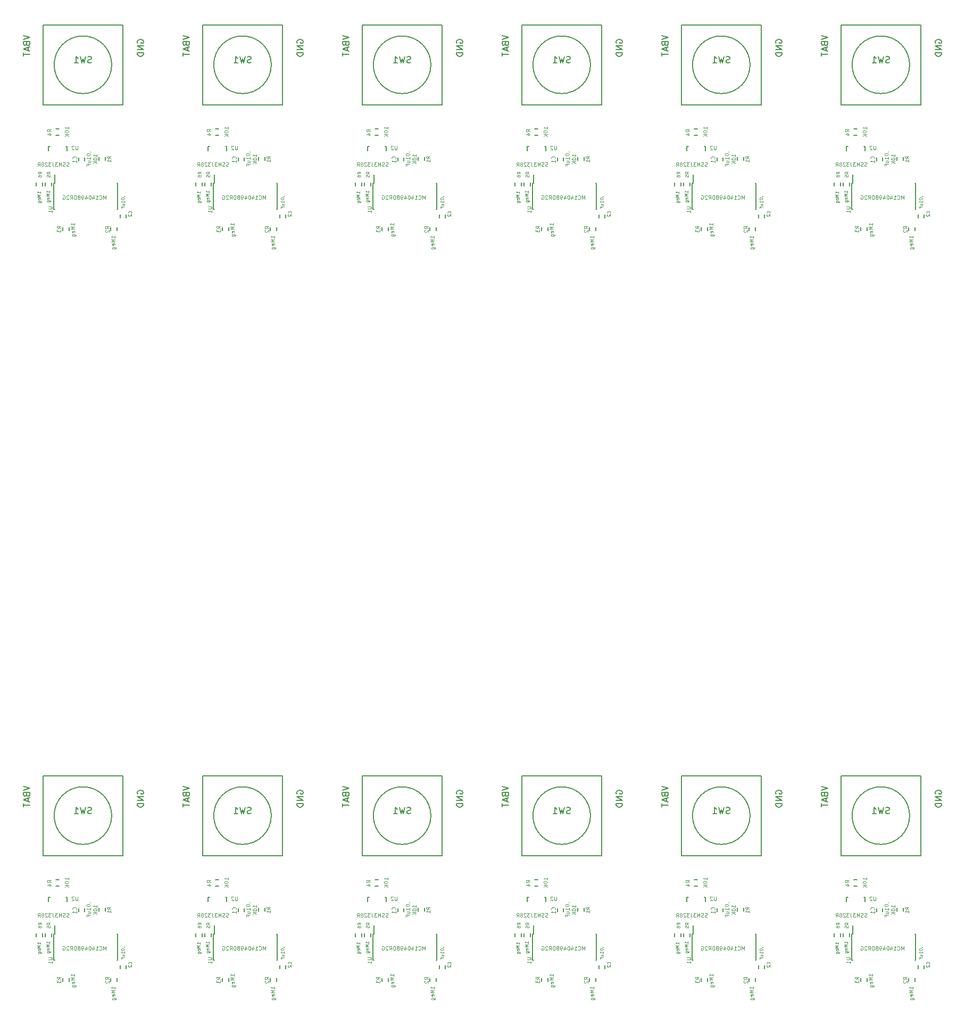
<source format=gbo>
G04 #@! TF.FileFunction,Legend,Bot*
%FSLAX46Y46*%
G04 Gerber Fmt 4.6, Leading zero omitted, Abs format (unit mm)*
G04 Created by KiCad (PCBNEW 4.0.1-stable) date 10/3/2016 4:29:35 PM*
%MOMM*%
G01*
G04 APERTURE LIST*
%ADD10C,0.100000*%
%ADD11C,0.150000*%
%ADD12C,0.050000*%
%ADD13C,0.050800*%
G04 APERTURE END LIST*
D10*
D11*
X140824650Y-28778200D02*
G75*
G03X140824650Y-28778200I-4579050J0D01*
G01*
X142595600Y-22428200D02*
X129895600Y-22428200D01*
X129895600Y-22428200D02*
X129895600Y-35128200D01*
X129895600Y-35128200D02*
X142595600Y-35128200D01*
X142595600Y-35128200D02*
X142595600Y-22428200D01*
X136542800Y-43565000D02*
X136542800Y-44065000D01*
X135592800Y-44065000D02*
X135592800Y-43565000D01*
X139844000Y-43463400D02*
X139844000Y-43963400D01*
X138794000Y-43963400D02*
X138794000Y-43463400D01*
X131627800Y-47632800D02*
X131732800Y-47632800D01*
X131627800Y-51782800D02*
X131732800Y-51782800D01*
X141777800Y-51782800D02*
X141672800Y-51782800D01*
X141777800Y-47632800D02*
X141672800Y-47632800D01*
X131627800Y-47632800D02*
X131627800Y-51782800D01*
X141777800Y-47632800D02*
X141777800Y-51782800D01*
X131732800Y-47632800D02*
X131732800Y-46257800D01*
X140622800Y-55164800D02*
X140622800Y-54664800D01*
X141672800Y-54664800D02*
X141672800Y-55164800D01*
X133028200Y-55164800D02*
X133028200Y-54664800D01*
X134078200Y-54664800D02*
X134078200Y-55164800D01*
X131957000Y-38972000D02*
X132457000Y-38972000D01*
X132457000Y-40022000D02*
X131957000Y-40022000D01*
X130958640Y-41767760D02*
X131006900Y-41767760D01*
X133757620Y-42468800D02*
X133757620Y-41767760D01*
X133757620Y-41767760D02*
X133508700Y-41767760D01*
X130958640Y-41767760D02*
X130757980Y-41767760D01*
X130757980Y-41767760D02*
X130757980Y-42468800D01*
X143096000Y-52582000D02*
X143096000Y-53082000D01*
X142146000Y-53082000D02*
X142146000Y-52582000D01*
X131258800Y-47527400D02*
X131258800Y-48027400D01*
X130208800Y-48027400D02*
X130208800Y-47527400D01*
X129861800Y-47527400D02*
X129861800Y-48027400D01*
X128811800Y-48027400D02*
X128811800Y-47527400D01*
X166224650Y-28778200D02*
G75*
G03X166224650Y-28778200I-4579050J0D01*
G01*
X167995600Y-22428200D02*
X155295600Y-22428200D01*
X155295600Y-22428200D02*
X155295600Y-35128200D01*
X155295600Y-35128200D02*
X167995600Y-35128200D01*
X167995600Y-35128200D02*
X167995600Y-22428200D01*
X161942800Y-43565000D02*
X161942800Y-44065000D01*
X160992800Y-44065000D02*
X160992800Y-43565000D01*
X165244000Y-43463400D02*
X165244000Y-43963400D01*
X164194000Y-43963400D02*
X164194000Y-43463400D01*
X157027800Y-47632800D02*
X157132800Y-47632800D01*
X157027800Y-51782800D02*
X157132800Y-51782800D01*
X167177800Y-51782800D02*
X167072800Y-51782800D01*
X167177800Y-47632800D02*
X167072800Y-47632800D01*
X157027800Y-47632800D02*
X157027800Y-51782800D01*
X167177800Y-47632800D02*
X167177800Y-51782800D01*
X157132800Y-47632800D02*
X157132800Y-46257800D01*
X166022800Y-55164800D02*
X166022800Y-54664800D01*
X167072800Y-54664800D02*
X167072800Y-55164800D01*
X158428200Y-55164800D02*
X158428200Y-54664800D01*
X159478200Y-54664800D02*
X159478200Y-55164800D01*
X157357000Y-38972000D02*
X157857000Y-38972000D01*
X157857000Y-40022000D02*
X157357000Y-40022000D01*
X156358640Y-41767760D02*
X156406900Y-41767760D01*
X159157620Y-42468800D02*
X159157620Y-41767760D01*
X159157620Y-41767760D02*
X158908700Y-41767760D01*
X156358640Y-41767760D02*
X156157980Y-41767760D01*
X156157980Y-41767760D02*
X156157980Y-42468800D01*
X168496000Y-52582000D02*
X168496000Y-53082000D01*
X167546000Y-53082000D02*
X167546000Y-52582000D01*
X156658800Y-47527400D02*
X156658800Y-48027400D01*
X155608800Y-48027400D02*
X155608800Y-47527400D01*
X155261800Y-47527400D02*
X155261800Y-48027400D01*
X154211800Y-48027400D02*
X154211800Y-47527400D01*
X155261800Y-166907400D02*
X155261800Y-167407400D01*
X154211800Y-167407400D02*
X154211800Y-166907400D01*
X156658800Y-166907400D02*
X156658800Y-167407400D01*
X155608800Y-167407400D02*
X155608800Y-166907400D01*
X168496000Y-171962000D02*
X168496000Y-172462000D01*
X167546000Y-172462000D02*
X167546000Y-171962000D01*
X156358640Y-161147760D02*
X156406900Y-161147760D01*
X159157620Y-161848800D02*
X159157620Y-161147760D01*
X159157620Y-161147760D02*
X158908700Y-161147760D01*
X156358640Y-161147760D02*
X156157980Y-161147760D01*
X156157980Y-161147760D02*
X156157980Y-161848800D01*
X157357000Y-158352000D02*
X157857000Y-158352000D01*
X157857000Y-159402000D02*
X157357000Y-159402000D01*
X158428200Y-174544800D02*
X158428200Y-174044800D01*
X159478200Y-174044800D02*
X159478200Y-174544800D01*
X166022800Y-174544800D02*
X166022800Y-174044800D01*
X167072800Y-174044800D02*
X167072800Y-174544800D01*
X157027800Y-167012800D02*
X157132800Y-167012800D01*
X157027800Y-171162800D02*
X157132800Y-171162800D01*
X167177800Y-171162800D02*
X167072800Y-171162800D01*
X167177800Y-167012800D02*
X167072800Y-167012800D01*
X157027800Y-167012800D02*
X157027800Y-171162800D01*
X167177800Y-167012800D02*
X167177800Y-171162800D01*
X157132800Y-167012800D02*
X157132800Y-165637800D01*
X165244000Y-162843400D02*
X165244000Y-163343400D01*
X164194000Y-163343400D02*
X164194000Y-162843400D01*
X161942800Y-162945000D02*
X161942800Y-163445000D01*
X160992800Y-163445000D02*
X160992800Y-162945000D01*
X166224650Y-148158200D02*
G75*
G03X166224650Y-148158200I-4579050J0D01*
G01*
X167995600Y-141808200D02*
X155295600Y-141808200D01*
X155295600Y-141808200D02*
X155295600Y-154508200D01*
X155295600Y-154508200D02*
X167995600Y-154508200D01*
X167995600Y-154508200D02*
X167995600Y-141808200D01*
X129861800Y-166907400D02*
X129861800Y-167407400D01*
X128811800Y-167407400D02*
X128811800Y-166907400D01*
X131258800Y-166907400D02*
X131258800Y-167407400D01*
X130208800Y-167407400D02*
X130208800Y-166907400D01*
X143096000Y-171962000D02*
X143096000Y-172462000D01*
X142146000Y-172462000D02*
X142146000Y-171962000D01*
X130958640Y-161147760D02*
X131006900Y-161147760D01*
X133757620Y-161848800D02*
X133757620Y-161147760D01*
X133757620Y-161147760D02*
X133508700Y-161147760D01*
X130958640Y-161147760D02*
X130757980Y-161147760D01*
X130757980Y-161147760D02*
X130757980Y-161848800D01*
X131957000Y-158352000D02*
X132457000Y-158352000D01*
X132457000Y-159402000D02*
X131957000Y-159402000D01*
X133028200Y-174544800D02*
X133028200Y-174044800D01*
X134078200Y-174044800D02*
X134078200Y-174544800D01*
X140622800Y-174544800D02*
X140622800Y-174044800D01*
X141672800Y-174044800D02*
X141672800Y-174544800D01*
X131627800Y-167012800D02*
X131732800Y-167012800D01*
X131627800Y-171162800D02*
X131732800Y-171162800D01*
X141777800Y-171162800D02*
X141672800Y-171162800D01*
X141777800Y-167012800D02*
X141672800Y-167012800D01*
X131627800Y-167012800D02*
X131627800Y-171162800D01*
X141777800Y-167012800D02*
X141777800Y-171162800D01*
X131732800Y-167012800D02*
X131732800Y-165637800D01*
X139844000Y-162843400D02*
X139844000Y-163343400D01*
X138794000Y-163343400D02*
X138794000Y-162843400D01*
X136542800Y-162945000D02*
X136542800Y-163445000D01*
X135592800Y-163445000D02*
X135592800Y-162945000D01*
X140824650Y-148158200D02*
G75*
G03X140824650Y-148158200I-4579050J0D01*
G01*
X142595600Y-141808200D02*
X129895600Y-141808200D01*
X129895600Y-141808200D02*
X129895600Y-154508200D01*
X129895600Y-154508200D02*
X142595600Y-154508200D01*
X142595600Y-154508200D02*
X142595600Y-141808200D01*
X28261800Y-166907400D02*
X28261800Y-167407400D01*
X27211800Y-167407400D02*
X27211800Y-166907400D01*
X29658800Y-166907400D02*
X29658800Y-167407400D01*
X28608800Y-167407400D02*
X28608800Y-166907400D01*
X41496000Y-171962000D02*
X41496000Y-172462000D01*
X40546000Y-172462000D02*
X40546000Y-171962000D01*
X29358640Y-161147760D02*
X29406900Y-161147760D01*
X32157620Y-161848800D02*
X32157620Y-161147760D01*
X32157620Y-161147760D02*
X31908700Y-161147760D01*
X29358640Y-161147760D02*
X29157980Y-161147760D01*
X29157980Y-161147760D02*
X29157980Y-161848800D01*
X30357000Y-158352000D02*
X30857000Y-158352000D01*
X30857000Y-159402000D02*
X30357000Y-159402000D01*
X31428200Y-174544800D02*
X31428200Y-174044800D01*
X32478200Y-174044800D02*
X32478200Y-174544800D01*
X39022800Y-174544800D02*
X39022800Y-174044800D01*
X40072800Y-174044800D02*
X40072800Y-174544800D01*
X30027800Y-167012800D02*
X30132800Y-167012800D01*
X30027800Y-171162800D02*
X30132800Y-171162800D01*
X40177800Y-171162800D02*
X40072800Y-171162800D01*
X40177800Y-167012800D02*
X40072800Y-167012800D01*
X30027800Y-167012800D02*
X30027800Y-171162800D01*
X40177800Y-167012800D02*
X40177800Y-171162800D01*
X30132800Y-167012800D02*
X30132800Y-165637800D01*
X38244000Y-162843400D02*
X38244000Y-163343400D01*
X37194000Y-163343400D02*
X37194000Y-162843400D01*
X34942800Y-162945000D02*
X34942800Y-163445000D01*
X33992800Y-163445000D02*
X33992800Y-162945000D01*
X39224650Y-148158200D02*
G75*
G03X39224650Y-148158200I-4579050J0D01*
G01*
X40995600Y-141808200D02*
X28295600Y-141808200D01*
X28295600Y-141808200D02*
X28295600Y-154508200D01*
X28295600Y-154508200D02*
X40995600Y-154508200D01*
X40995600Y-154508200D02*
X40995600Y-141808200D01*
X64624650Y-148158200D02*
G75*
G03X64624650Y-148158200I-4579050J0D01*
G01*
X66395600Y-141808200D02*
X53695600Y-141808200D01*
X53695600Y-141808200D02*
X53695600Y-154508200D01*
X53695600Y-154508200D02*
X66395600Y-154508200D01*
X66395600Y-154508200D02*
X66395600Y-141808200D01*
X60342800Y-162945000D02*
X60342800Y-163445000D01*
X59392800Y-163445000D02*
X59392800Y-162945000D01*
X63644000Y-162843400D02*
X63644000Y-163343400D01*
X62594000Y-163343400D02*
X62594000Y-162843400D01*
X55427800Y-167012800D02*
X55532800Y-167012800D01*
X55427800Y-171162800D02*
X55532800Y-171162800D01*
X65577800Y-171162800D02*
X65472800Y-171162800D01*
X65577800Y-167012800D02*
X65472800Y-167012800D01*
X55427800Y-167012800D02*
X55427800Y-171162800D01*
X65577800Y-167012800D02*
X65577800Y-171162800D01*
X55532800Y-167012800D02*
X55532800Y-165637800D01*
X64422800Y-174544800D02*
X64422800Y-174044800D01*
X65472800Y-174044800D02*
X65472800Y-174544800D01*
X56828200Y-174544800D02*
X56828200Y-174044800D01*
X57878200Y-174044800D02*
X57878200Y-174544800D01*
X55757000Y-158352000D02*
X56257000Y-158352000D01*
X56257000Y-159402000D02*
X55757000Y-159402000D01*
X54758640Y-161147760D02*
X54806900Y-161147760D01*
X57557620Y-161848800D02*
X57557620Y-161147760D01*
X57557620Y-161147760D02*
X57308700Y-161147760D01*
X54758640Y-161147760D02*
X54557980Y-161147760D01*
X54557980Y-161147760D02*
X54557980Y-161848800D01*
X66896000Y-171962000D02*
X66896000Y-172462000D01*
X65946000Y-172462000D02*
X65946000Y-171962000D01*
X55058800Y-166907400D02*
X55058800Y-167407400D01*
X54008800Y-167407400D02*
X54008800Y-166907400D01*
X53661800Y-166907400D02*
X53661800Y-167407400D01*
X52611800Y-167407400D02*
X52611800Y-166907400D01*
X104461800Y-166907400D02*
X104461800Y-167407400D01*
X103411800Y-167407400D02*
X103411800Y-166907400D01*
X105858800Y-166907400D02*
X105858800Y-167407400D01*
X104808800Y-167407400D02*
X104808800Y-166907400D01*
X117696000Y-171962000D02*
X117696000Y-172462000D01*
X116746000Y-172462000D02*
X116746000Y-171962000D01*
X105558640Y-161147760D02*
X105606900Y-161147760D01*
X108357620Y-161848800D02*
X108357620Y-161147760D01*
X108357620Y-161147760D02*
X108108700Y-161147760D01*
X105558640Y-161147760D02*
X105357980Y-161147760D01*
X105357980Y-161147760D02*
X105357980Y-161848800D01*
X106557000Y-158352000D02*
X107057000Y-158352000D01*
X107057000Y-159402000D02*
X106557000Y-159402000D01*
X107628200Y-174544800D02*
X107628200Y-174044800D01*
X108678200Y-174044800D02*
X108678200Y-174544800D01*
X115222800Y-174544800D02*
X115222800Y-174044800D01*
X116272800Y-174044800D02*
X116272800Y-174544800D01*
X106227800Y-167012800D02*
X106332800Y-167012800D01*
X106227800Y-171162800D02*
X106332800Y-171162800D01*
X116377800Y-171162800D02*
X116272800Y-171162800D01*
X116377800Y-167012800D02*
X116272800Y-167012800D01*
X106227800Y-167012800D02*
X106227800Y-171162800D01*
X116377800Y-167012800D02*
X116377800Y-171162800D01*
X106332800Y-167012800D02*
X106332800Y-165637800D01*
X114444000Y-162843400D02*
X114444000Y-163343400D01*
X113394000Y-163343400D02*
X113394000Y-162843400D01*
X111142800Y-162945000D02*
X111142800Y-163445000D01*
X110192800Y-163445000D02*
X110192800Y-162945000D01*
X115424650Y-148158200D02*
G75*
G03X115424650Y-148158200I-4579050J0D01*
G01*
X117195600Y-141808200D02*
X104495600Y-141808200D01*
X104495600Y-141808200D02*
X104495600Y-154508200D01*
X104495600Y-154508200D02*
X117195600Y-154508200D01*
X117195600Y-154508200D02*
X117195600Y-141808200D01*
X90024650Y-148158200D02*
G75*
G03X90024650Y-148158200I-4579050J0D01*
G01*
X91795600Y-141808200D02*
X79095600Y-141808200D01*
X79095600Y-141808200D02*
X79095600Y-154508200D01*
X79095600Y-154508200D02*
X91795600Y-154508200D01*
X91795600Y-154508200D02*
X91795600Y-141808200D01*
X85742800Y-162945000D02*
X85742800Y-163445000D01*
X84792800Y-163445000D02*
X84792800Y-162945000D01*
X89044000Y-162843400D02*
X89044000Y-163343400D01*
X87994000Y-163343400D02*
X87994000Y-162843400D01*
X80827800Y-167012800D02*
X80932800Y-167012800D01*
X80827800Y-171162800D02*
X80932800Y-171162800D01*
X90977800Y-171162800D02*
X90872800Y-171162800D01*
X90977800Y-167012800D02*
X90872800Y-167012800D01*
X80827800Y-167012800D02*
X80827800Y-171162800D01*
X90977800Y-167012800D02*
X90977800Y-171162800D01*
X80932800Y-167012800D02*
X80932800Y-165637800D01*
X89822800Y-174544800D02*
X89822800Y-174044800D01*
X90872800Y-174044800D02*
X90872800Y-174544800D01*
X82228200Y-174544800D02*
X82228200Y-174044800D01*
X83278200Y-174044800D02*
X83278200Y-174544800D01*
X81157000Y-158352000D02*
X81657000Y-158352000D01*
X81657000Y-159402000D02*
X81157000Y-159402000D01*
X80158640Y-161147760D02*
X80206900Y-161147760D01*
X82957620Y-161848800D02*
X82957620Y-161147760D01*
X82957620Y-161147760D02*
X82708700Y-161147760D01*
X80158640Y-161147760D02*
X79957980Y-161147760D01*
X79957980Y-161147760D02*
X79957980Y-161848800D01*
X92296000Y-171962000D02*
X92296000Y-172462000D01*
X91346000Y-172462000D02*
X91346000Y-171962000D01*
X80458800Y-166907400D02*
X80458800Y-167407400D01*
X79408800Y-167407400D02*
X79408800Y-166907400D01*
X79061800Y-166907400D02*
X79061800Y-167407400D01*
X78011800Y-167407400D02*
X78011800Y-166907400D01*
X79061800Y-47527400D02*
X79061800Y-48027400D01*
X78011800Y-48027400D02*
X78011800Y-47527400D01*
X80458800Y-47527400D02*
X80458800Y-48027400D01*
X79408800Y-48027400D02*
X79408800Y-47527400D01*
X92296000Y-52582000D02*
X92296000Y-53082000D01*
X91346000Y-53082000D02*
X91346000Y-52582000D01*
X80158640Y-41767760D02*
X80206900Y-41767760D01*
X82957620Y-42468800D02*
X82957620Y-41767760D01*
X82957620Y-41767760D02*
X82708700Y-41767760D01*
X80158640Y-41767760D02*
X79957980Y-41767760D01*
X79957980Y-41767760D02*
X79957980Y-42468800D01*
X81157000Y-38972000D02*
X81657000Y-38972000D01*
X81657000Y-40022000D02*
X81157000Y-40022000D01*
X82228200Y-55164800D02*
X82228200Y-54664800D01*
X83278200Y-54664800D02*
X83278200Y-55164800D01*
X89822800Y-55164800D02*
X89822800Y-54664800D01*
X90872800Y-54664800D02*
X90872800Y-55164800D01*
X80827800Y-47632800D02*
X80932800Y-47632800D01*
X80827800Y-51782800D02*
X80932800Y-51782800D01*
X90977800Y-51782800D02*
X90872800Y-51782800D01*
X90977800Y-47632800D02*
X90872800Y-47632800D01*
X80827800Y-47632800D02*
X80827800Y-51782800D01*
X90977800Y-47632800D02*
X90977800Y-51782800D01*
X80932800Y-47632800D02*
X80932800Y-46257800D01*
X89044000Y-43463400D02*
X89044000Y-43963400D01*
X87994000Y-43963400D02*
X87994000Y-43463400D01*
X85742800Y-43565000D02*
X85742800Y-44065000D01*
X84792800Y-44065000D02*
X84792800Y-43565000D01*
X90024650Y-28778200D02*
G75*
G03X90024650Y-28778200I-4579050J0D01*
G01*
X91795600Y-22428200D02*
X79095600Y-22428200D01*
X79095600Y-22428200D02*
X79095600Y-35128200D01*
X79095600Y-35128200D02*
X91795600Y-35128200D01*
X91795600Y-35128200D02*
X91795600Y-22428200D01*
X115424650Y-28778200D02*
G75*
G03X115424650Y-28778200I-4579050J0D01*
G01*
X117195600Y-22428200D02*
X104495600Y-22428200D01*
X104495600Y-22428200D02*
X104495600Y-35128200D01*
X104495600Y-35128200D02*
X117195600Y-35128200D01*
X117195600Y-35128200D02*
X117195600Y-22428200D01*
X111142800Y-43565000D02*
X111142800Y-44065000D01*
X110192800Y-44065000D02*
X110192800Y-43565000D01*
X114444000Y-43463400D02*
X114444000Y-43963400D01*
X113394000Y-43963400D02*
X113394000Y-43463400D01*
X106227800Y-47632800D02*
X106332800Y-47632800D01*
X106227800Y-51782800D02*
X106332800Y-51782800D01*
X116377800Y-51782800D02*
X116272800Y-51782800D01*
X116377800Y-47632800D02*
X116272800Y-47632800D01*
X106227800Y-47632800D02*
X106227800Y-51782800D01*
X116377800Y-47632800D02*
X116377800Y-51782800D01*
X106332800Y-47632800D02*
X106332800Y-46257800D01*
X115222800Y-55164800D02*
X115222800Y-54664800D01*
X116272800Y-54664800D02*
X116272800Y-55164800D01*
X107628200Y-55164800D02*
X107628200Y-54664800D01*
X108678200Y-54664800D02*
X108678200Y-55164800D01*
X106557000Y-38972000D02*
X107057000Y-38972000D01*
X107057000Y-40022000D02*
X106557000Y-40022000D01*
X105558640Y-41767760D02*
X105606900Y-41767760D01*
X108357620Y-42468800D02*
X108357620Y-41767760D01*
X108357620Y-41767760D02*
X108108700Y-41767760D01*
X105558640Y-41767760D02*
X105357980Y-41767760D01*
X105357980Y-41767760D02*
X105357980Y-42468800D01*
X117696000Y-52582000D02*
X117696000Y-53082000D01*
X116746000Y-53082000D02*
X116746000Y-52582000D01*
X105858800Y-47527400D02*
X105858800Y-48027400D01*
X104808800Y-48027400D02*
X104808800Y-47527400D01*
X104461800Y-47527400D02*
X104461800Y-48027400D01*
X103411800Y-48027400D02*
X103411800Y-47527400D01*
X53661800Y-47527400D02*
X53661800Y-48027400D01*
X52611800Y-48027400D02*
X52611800Y-47527400D01*
X55058800Y-47527400D02*
X55058800Y-48027400D01*
X54008800Y-48027400D02*
X54008800Y-47527400D01*
X66896000Y-52582000D02*
X66896000Y-53082000D01*
X65946000Y-53082000D02*
X65946000Y-52582000D01*
X54758640Y-41767760D02*
X54806900Y-41767760D01*
X57557620Y-42468800D02*
X57557620Y-41767760D01*
X57557620Y-41767760D02*
X57308700Y-41767760D01*
X54758640Y-41767760D02*
X54557980Y-41767760D01*
X54557980Y-41767760D02*
X54557980Y-42468800D01*
X55757000Y-38972000D02*
X56257000Y-38972000D01*
X56257000Y-40022000D02*
X55757000Y-40022000D01*
X56828200Y-55164800D02*
X56828200Y-54664800D01*
X57878200Y-54664800D02*
X57878200Y-55164800D01*
X64422800Y-55164800D02*
X64422800Y-54664800D01*
X65472800Y-54664800D02*
X65472800Y-55164800D01*
X55427800Y-47632800D02*
X55532800Y-47632800D01*
X55427800Y-51782800D02*
X55532800Y-51782800D01*
X65577800Y-51782800D02*
X65472800Y-51782800D01*
X65577800Y-47632800D02*
X65472800Y-47632800D01*
X55427800Y-47632800D02*
X55427800Y-51782800D01*
X65577800Y-47632800D02*
X65577800Y-51782800D01*
X55532800Y-47632800D02*
X55532800Y-46257800D01*
X63644000Y-43463400D02*
X63644000Y-43963400D01*
X62594000Y-43963400D02*
X62594000Y-43463400D01*
X60342800Y-43565000D02*
X60342800Y-44065000D01*
X59392800Y-44065000D02*
X59392800Y-43565000D01*
X64624650Y-28778200D02*
G75*
G03X64624650Y-28778200I-4579050J0D01*
G01*
X66395600Y-22428200D02*
X53695600Y-22428200D01*
X53695600Y-22428200D02*
X53695600Y-35128200D01*
X53695600Y-35128200D02*
X66395600Y-35128200D01*
X66395600Y-35128200D02*
X66395600Y-22428200D01*
X39224650Y-28778200D02*
G75*
G03X39224650Y-28778200I-4579050J0D01*
G01*
X40995600Y-22428200D02*
X28295600Y-22428200D01*
X28295600Y-22428200D02*
X28295600Y-35128200D01*
X28295600Y-35128200D02*
X40995600Y-35128200D01*
X40995600Y-35128200D02*
X40995600Y-22428200D01*
X34942800Y-43565000D02*
X34942800Y-44065000D01*
X33992800Y-44065000D02*
X33992800Y-43565000D01*
X38244000Y-43463400D02*
X38244000Y-43963400D01*
X37194000Y-43963400D02*
X37194000Y-43463400D01*
X30027800Y-47632800D02*
X30132800Y-47632800D01*
X30027800Y-51782800D02*
X30132800Y-51782800D01*
X40177800Y-51782800D02*
X40072800Y-51782800D01*
X40177800Y-47632800D02*
X40072800Y-47632800D01*
X30027800Y-47632800D02*
X30027800Y-51782800D01*
X40177800Y-47632800D02*
X40177800Y-51782800D01*
X30132800Y-47632800D02*
X30132800Y-46257800D01*
X39022800Y-55164800D02*
X39022800Y-54664800D01*
X40072800Y-54664800D02*
X40072800Y-55164800D01*
X31428200Y-55164800D02*
X31428200Y-54664800D01*
X32478200Y-54664800D02*
X32478200Y-55164800D01*
X30357000Y-38972000D02*
X30857000Y-38972000D01*
X30857000Y-40022000D02*
X30357000Y-40022000D01*
X29358640Y-41767760D02*
X29406900Y-41767760D01*
X32157620Y-42468800D02*
X32157620Y-41767760D01*
X32157620Y-41767760D02*
X31908700Y-41767760D01*
X29358640Y-41767760D02*
X29157980Y-41767760D01*
X29157980Y-41767760D02*
X29157980Y-42468800D01*
X41496000Y-52582000D02*
X41496000Y-53082000D01*
X40546000Y-53082000D02*
X40546000Y-52582000D01*
X29658800Y-47527400D02*
X29658800Y-48027400D01*
X28608800Y-48027400D02*
X28608800Y-47527400D01*
X28261800Y-47527400D02*
X28261800Y-48027400D01*
X27211800Y-48027400D02*
X27211800Y-47527400D01*
X137578933Y-28420962D02*
X137436076Y-28468581D01*
X137197980Y-28468581D01*
X137102742Y-28420962D01*
X137055123Y-28373343D01*
X137007504Y-28278105D01*
X137007504Y-28182867D01*
X137055123Y-28087629D01*
X137102742Y-28040010D01*
X137197980Y-27992390D01*
X137388457Y-27944771D01*
X137483695Y-27897152D01*
X137531314Y-27849533D01*
X137578933Y-27754295D01*
X137578933Y-27659057D01*
X137531314Y-27563819D01*
X137483695Y-27516200D01*
X137388457Y-27468581D01*
X137150361Y-27468581D01*
X137007504Y-27516200D01*
X136674171Y-27468581D02*
X136436076Y-28468581D01*
X136245599Y-27754295D01*
X136055123Y-28468581D01*
X135817028Y-27468581D01*
X134912266Y-28468581D02*
X135483695Y-28468581D01*
X135197981Y-28468581D02*
X135197981Y-27468581D01*
X135293219Y-27611438D01*
X135388457Y-27706676D01*
X135483695Y-27754295D01*
D12*
X135149606Y-43740940D02*
X135178177Y-43712369D01*
X135206749Y-43626655D01*
X135206749Y-43569512D01*
X135178177Y-43483797D01*
X135121034Y-43426655D01*
X135063891Y-43398083D01*
X134949606Y-43369512D01*
X134863891Y-43369512D01*
X134749606Y-43398083D01*
X134692463Y-43426655D01*
X134635320Y-43483797D01*
X134606749Y-43569512D01*
X134606749Y-43626655D01*
X134635320Y-43712369D01*
X134663891Y-43740940D01*
X135206749Y-44312369D02*
X135206749Y-43969512D01*
X135206749Y-44140940D02*
X134606749Y-44140940D01*
X134692463Y-44083797D01*
X134749606Y-44026655D01*
X134778177Y-43969512D01*
X137367026Y-42613940D02*
X137395597Y-42642512D01*
X137424169Y-42613940D01*
X137395597Y-42585369D01*
X137367026Y-42613940D01*
X137424169Y-42613940D01*
X136824169Y-43013940D02*
X136824169Y-43071083D01*
X136852740Y-43128226D01*
X136881311Y-43156797D01*
X136938454Y-43185368D01*
X137052740Y-43213940D01*
X137195597Y-43213940D01*
X137309883Y-43185368D01*
X137367026Y-43156797D01*
X137395597Y-43128226D01*
X137424169Y-43071083D01*
X137424169Y-43013940D01*
X137395597Y-42956797D01*
X137367026Y-42928226D01*
X137309883Y-42899654D01*
X137195597Y-42871083D01*
X137052740Y-42871083D01*
X136938454Y-42899654D01*
X136881311Y-42928226D01*
X136852740Y-42956797D01*
X136824169Y-43013940D01*
X137424169Y-43785369D02*
X137424169Y-43442512D01*
X137424169Y-43613940D02*
X136824169Y-43613940D01*
X136909883Y-43556797D01*
X136967026Y-43499655D01*
X136995597Y-43442512D01*
X137024169Y-44299655D02*
X137424169Y-44299655D01*
X137024169Y-44042512D02*
X137338454Y-44042512D01*
X137395597Y-44071084D01*
X137424169Y-44128226D01*
X137424169Y-44213941D01*
X137395597Y-44271084D01*
X137367026Y-44299655D01*
X137109883Y-44785369D02*
X137109883Y-44585369D01*
X137424169Y-44585369D02*
X136824169Y-44585369D01*
X136824169Y-44871083D01*
X140700129Y-43673620D02*
X140414414Y-43473620D01*
X140700129Y-43330763D02*
X140100129Y-43330763D01*
X140100129Y-43559335D01*
X140128700Y-43616477D01*
X140157271Y-43645049D01*
X140214414Y-43673620D01*
X140300129Y-43673620D01*
X140357271Y-43645049D01*
X140385843Y-43616477D01*
X140414414Y-43559335D01*
X140414414Y-43330763D01*
X140700129Y-44245049D02*
X140700129Y-43902192D01*
X140700129Y-44073620D02*
X140100129Y-44073620D01*
X140185843Y-44016477D01*
X140242986Y-43959335D01*
X140271557Y-43902192D01*
X138495409Y-43336474D02*
X138495409Y-42993617D01*
X138495409Y-43165045D02*
X137895409Y-43165045D01*
X137981123Y-43107902D01*
X138038266Y-43050760D01*
X138066837Y-42993617D01*
X137895409Y-43707903D02*
X137895409Y-43765046D01*
X137923980Y-43822189D01*
X137952551Y-43850760D01*
X138009694Y-43879331D01*
X138123980Y-43907903D01*
X138266837Y-43907903D01*
X138381123Y-43879331D01*
X138438266Y-43850760D01*
X138466837Y-43822189D01*
X138495409Y-43765046D01*
X138495409Y-43707903D01*
X138466837Y-43650760D01*
X138438266Y-43622189D01*
X138381123Y-43593617D01*
X138266837Y-43565046D01*
X138123980Y-43565046D01*
X138009694Y-43593617D01*
X137952551Y-43622189D01*
X137923980Y-43650760D01*
X137895409Y-43707903D01*
X138495409Y-44165046D02*
X137895409Y-44165046D01*
X138495409Y-44507903D02*
X138152551Y-44250760D01*
X137895409Y-44507903D02*
X138238266Y-44165046D01*
X130715229Y-51328457D02*
X131200943Y-51328457D01*
X131258086Y-51357029D01*
X131286657Y-51385600D01*
X131315229Y-51442743D01*
X131315229Y-51557029D01*
X131286657Y-51614171D01*
X131258086Y-51642743D01*
X131200943Y-51671314D01*
X130715229Y-51671314D01*
X131315229Y-52271314D02*
X131315229Y-51928457D01*
X131315229Y-52099885D02*
X130715229Y-52099885D01*
X130800943Y-52042742D01*
X130858086Y-51985600D01*
X130886657Y-51928457D01*
X139897087Y-50149229D02*
X139897087Y-49549229D01*
X139697087Y-49977800D01*
X139497087Y-49549229D01*
X139497087Y-50149229D01*
X138868516Y-50092086D02*
X138897087Y-50120657D01*
X138982801Y-50149229D01*
X139039944Y-50149229D01*
X139125659Y-50120657D01*
X139182801Y-50063514D01*
X139211373Y-50006371D01*
X139239944Y-49892086D01*
X139239944Y-49806371D01*
X139211373Y-49692086D01*
X139182801Y-49634943D01*
X139125659Y-49577800D01*
X139039944Y-49549229D01*
X138982801Y-49549229D01*
X138897087Y-49577800D01*
X138868516Y-49606371D01*
X138297087Y-50149229D02*
X138639944Y-50149229D01*
X138468516Y-50149229D02*
X138468516Y-49549229D01*
X138525659Y-49634943D01*
X138582801Y-49692086D01*
X138639944Y-49720657D01*
X137782801Y-49749229D02*
X137782801Y-50149229D01*
X137925658Y-49520657D02*
X138068515Y-49949229D01*
X137697087Y-49949229D01*
X137354229Y-49549229D02*
X137297086Y-49549229D01*
X137239943Y-49577800D01*
X137211372Y-49606371D01*
X137182801Y-49663514D01*
X137154229Y-49777800D01*
X137154229Y-49920657D01*
X137182801Y-50034943D01*
X137211372Y-50092086D01*
X137239943Y-50120657D01*
X137297086Y-50149229D01*
X137354229Y-50149229D01*
X137411372Y-50120657D01*
X137439943Y-50092086D01*
X137468515Y-50034943D01*
X137497086Y-49920657D01*
X137497086Y-49777800D01*
X137468515Y-49663514D01*
X137439943Y-49606371D01*
X137411372Y-49577800D01*
X137354229Y-49549229D01*
X136639943Y-49749229D02*
X136639943Y-50149229D01*
X136782800Y-49520657D02*
X136925657Y-49949229D01*
X136554229Y-49949229D01*
X136297085Y-50149229D02*
X136182800Y-50149229D01*
X136125657Y-50120657D01*
X136097085Y-50092086D01*
X136039943Y-50006371D01*
X136011371Y-49892086D01*
X136011371Y-49663514D01*
X136039943Y-49606371D01*
X136068514Y-49577800D01*
X136125657Y-49549229D01*
X136239943Y-49549229D01*
X136297085Y-49577800D01*
X136325657Y-49606371D01*
X136354228Y-49663514D01*
X136354228Y-49806371D01*
X136325657Y-49863514D01*
X136297085Y-49892086D01*
X136239943Y-49920657D01*
X136125657Y-49920657D01*
X136068514Y-49892086D01*
X136039943Y-49863514D01*
X136011371Y-49806371D01*
X135554228Y-49834943D02*
X135468514Y-49863514D01*
X135439942Y-49892086D01*
X135411371Y-49949229D01*
X135411371Y-50034943D01*
X135439942Y-50092086D01*
X135468514Y-50120657D01*
X135525656Y-50149229D01*
X135754228Y-50149229D01*
X135754228Y-49549229D01*
X135554228Y-49549229D01*
X135497085Y-49577800D01*
X135468514Y-49606371D01*
X135439942Y-49663514D01*
X135439942Y-49720657D01*
X135468514Y-49777800D01*
X135497085Y-49806371D01*
X135554228Y-49834943D01*
X135754228Y-49834943D01*
X135154228Y-50149229D02*
X135154228Y-49549229D01*
X135011371Y-49549229D01*
X134925656Y-49577800D01*
X134868514Y-49634943D01*
X134839942Y-49692086D01*
X134811371Y-49806371D01*
X134811371Y-49892086D01*
X134839942Y-50006371D01*
X134868514Y-50063514D01*
X134925656Y-50120657D01*
X135011371Y-50149229D01*
X135154228Y-50149229D01*
X134211371Y-50149229D02*
X134411371Y-49863514D01*
X134554228Y-50149229D02*
X134554228Y-49549229D01*
X134325656Y-49549229D01*
X134268514Y-49577800D01*
X134239942Y-49606371D01*
X134211371Y-49663514D01*
X134211371Y-49749229D01*
X134239942Y-49806371D01*
X134268514Y-49834943D01*
X134325656Y-49863514D01*
X134554228Y-49863514D01*
X133982799Y-49606371D02*
X133954228Y-49577800D01*
X133897085Y-49549229D01*
X133754228Y-49549229D01*
X133697085Y-49577800D01*
X133668514Y-49606371D01*
X133639942Y-49663514D01*
X133639942Y-49720657D01*
X133668514Y-49806371D01*
X134011371Y-50149229D01*
X133639942Y-50149229D01*
X133068513Y-49577800D02*
X133125656Y-49549229D01*
X133211370Y-49549229D01*
X133297085Y-49577800D01*
X133354227Y-49634943D01*
X133382799Y-49692086D01*
X133411370Y-49806371D01*
X133411370Y-49892086D01*
X133382799Y-50006371D01*
X133354227Y-50063514D01*
X133297085Y-50120657D01*
X133211370Y-50149229D01*
X133154227Y-50149229D01*
X133068513Y-50120657D01*
X133039942Y-50092086D01*
X133039942Y-49892086D01*
X133154227Y-49892086D01*
X140411529Y-54825040D02*
X140125814Y-54625040D01*
X140411529Y-54482183D02*
X139811529Y-54482183D01*
X139811529Y-54710755D01*
X139840100Y-54767897D01*
X139868671Y-54796469D01*
X139925814Y-54825040D01*
X140011529Y-54825040D01*
X140068671Y-54796469D01*
X140097243Y-54767897D01*
X140125814Y-54710755D01*
X140125814Y-54482183D01*
X139868671Y-55053612D02*
X139840100Y-55082183D01*
X139811529Y-55139326D01*
X139811529Y-55282183D01*
X139840100Y-55339326D01*
X139868671Y-55367897D01*
X139925814Y-55396469D01*
X139982957Y-55396469D01*
X140068671Y-55367897D01*
X140411529Y-55025040D01*
X140411529Y-55396469D01*
X141343029Y-56297600D02*
X141343029Y-55954743D01*
X141343029Y-56126171D02*
X140743029Y-56126171D01*
X140828743Y-56069028D01*
X140885886Y-56011886D01*
X140914457Y-55954743D01*
X141343029Y-56554743D02*
X140743029Y-56554743D01*
X141171600Y-56754743D01*
X140743029Y-56954743D01*
X141343029Y-56954743D01*
X141314457Y-57469029D02*
X141343029Y-57411886D01*
X141343029Y-57297600D01*
X141314457Y-57240457D01*
X141257314Y-57211886D01*
X141028743Y-57211886D01*
X140971600Y-57240457D01*
X140943029Y-57297600D01*
X140943029Y-57411886D01*
X140971600Y-57469029D01*
X141028743Y-57497600D01*
X141085886Y-57497600D01*
X141143029Y-57211886D01*
X140943029Y-58011886D02*
X141428743Y-58011886D01*
X141485886Y-57983315D01*
X141514457Y-57954743D01*
X141543029Y-57897600D01*
X141543029Y-57811886D01*
X141514457Y-57754743D01*
X141314457Y-58011886D02*
X141343029Y-57954743D01*
X141343029Y-57840457D01*
X141314457Y-57783315D01*
X141285886Y-57754743D01*
X141228743Y-57726172D01*
X141057314Y-57726172D01*
X141000171Y-57754743D01*
X140971600Y-57783315D01*
X140943029Y-57840457D01*
X140943029Y-57954743D01*
X140971600Y-58011886D01*
X132743109Y-54769160D02*
X132457394Y-54569160D01*
X132743109Y-54426303D02*
X132143109Y-54426303D01*
X132143109Y-54654875D01*
X132171680Y-54712017D01*
X132200251Y-54740589D01*
X132257394Y-54769160D01*
X132343109Y-54769160D01*
X132400251Y-54740589D01*
X132428823Y-54712017D01*
X132457394Y-54654875D01*
X132457394Y-54426303D01*
X132143109Y-54969160D02*
X132143109Y-55340589D01*
X132371680Y-55140589D01*
X132371680Y-55226303D01*
X132400251Y-55283446D01*
X132428823Y-55312017D01*
X132485966Y-55340589D01*
X132628823Y-55340589D01*
X132685966Y-55312017D01*
X132714537Y-55283446D01*
X132743109Y-55226303D01*
X132743109Y-55054875D01*
X132714537Y-54997732D01*
X132685966Y-54969160D01*
X134924969Y-54270760D02*
X134924969Y-53927903D01*
X134924969Y-54099331D02*
X134324969Y-54099331D01*
X134410683Y-54042188D01*
X134467826Y-53985046D01*
X134496397Y-53927903D01*
X134924969Y-54527903D02*
X134324969Y-54527903D01*
X134753540Y-54727903D01*
X134324969Y-54927903D01*
X134924969Y-54927903D01*
X134896397Y-55442189D02*
X134924969Y-55385046D01*
X134924969Y-55270760D01*
X134896397Y-55213617D01*
X134839254Y-55185046D01*
X134610683Y-55185046D01*
X134553540Y-55213617D01*
X134524969Y-55270760D01*
X134524969Y-55385046D01*
X134553540Y-55442189D01*
X134610683Y-55470760D01*
X134667826Y-55470760D01*
X134724969Y-55185046D01*
X134524969Y-55985046D02*
X135010683Y-55985046D01*
X135067826Y-55956475D01*
X135096397Y-55927903D01*
X135124969Y-55870760D01*
X135124969Y-55785046D01*
X135096397Y-55727903D01*
X134896397Y-55985046D02*
X134924969Y-55927903D01*
X134924969Y-55813617D01*
X134896397Y-55756475D01*
X134867826Y-55727903D01*
X134810683Y-55699332D01*
X134639254Y-55699332D01*
X134582111Y-55727903D01*
X134553540Y-55756475D01*
X134524969Y-55813617D01*
X134524969Y-55927903D01*
X134553540Y-55985046D01*
X131177949Y-39417320D02*
X130892234Y-39217320D01*
X131177949Y-39074463D02*
X130577949Y-39074463D01*
X130577949Y-39303035D01*
X130606520Y-39360177D01*
X130635091Y-39388749D01*
X130692234Y-39417320D01*
X130777949Y-39417320D01*
X130835091Y-39388749D01*
X130863663Y-39360177D01*
X130892234Y-39303035D01*
X130892234Y-39074463D01*
X130777949Y-39931606D02*
X131177949Y-39931606D01*
X130549377Y-39788749D02*
X130977949Y-39645892D01*
X130977949Y-40017320D01*
X133941469Y-38981114D02*
X133941469Y-38638257D01*
X133941469Y-38809685D02*
X133341469Y-38809685D01*
X133427183Y-38752542D01*
X133484326Y-38695400D01*
X133512897Y-38638257D01*
X133341469Y-39352543D02*
X133341469Y-39409686D01*
X133370040Y-39466829D01*
X133398611Y-39495400D01*
X133455754Y-39523971D01*
X133570040Y-39552543D01*
X133712897Y-39552543D01*
X133827183Y-39523971D01*
X133884326Y-39495400D01*
X133912897Y-39466829D01*
X133941469Y-39409686D01*
X133941469Y-39352543D01*
X133912897Y-39295400D01*
X133884326Y-39266829D01*
X133827183Y-39238257D01*
X133712897Y-39209686D01*
X133570040Y-39209686D01*
X133455754Y-39238257D01*
X133398611Y-39266829D01*
X133370040Y-39295400D01*
X133341469Y-39352543D01*
X133941469Y-39809686D02*
X133341469Y-39809686D01*
X133941469Y-40152543D02*
X133598611Y-39895400D01*
X133341469Y-40152543D02*
X133684326Y-39809686D01*
X135407343Y-41657629D02*
X135407343Y-42143343D01*
X135378771Y-42200486D01*
X135350200Y-42229057D01*
X135293057Y-42257629D01*
X135178771Y-42257629D01*
X135121629Y-42229057D01*
X135093057Y-42200486D01*
X135064486Y-42143343D01*
X135064486Y-41657629D01*
X134807343Y-41714771D02*
X134778772Y-41686200D01*
X134721629Y-41657629D01*
X134578772Y-41657629D01*
X134521629Y-41686200D01*
X134493058Y-41714771D01*
X134464486Y-41771914D01*
X134464486Y-41829057D01*
X134493058Y-41914771D01*
X134835915Y-42257629D01*
X134464486Y-42257629D01*
X133992629Y-44870657D02*
X133906915Y-44899229D01*
X133764058Y-44899229D01*
X133706915Y-44870657D01*
X133678344Y-44842086D01*
X133649772Y-44784943D01*
X133649772Y-44727800D01*
X133678344Y-44670657D01*
X133706915Y-44642086D01*
X133764058Y-44613514D01*
X133878344Y-44584943D01*
X133935486Y-44556371D01*
X133964058Y-44527800D01*
X133992629Y-44470657D01*
X133992629Y-44413514D01*
X133964058Y-44356371D01*
X133935486Y-44327800D01*
X133878344Y-44299229D01*
X133735486Y-44299229D01*
X133649772Y-44327800D01*
X133421200Y-44870657D02*
X133335486Y-44899229D01*
X133192629Y-44899229D01*
X133135486Y-44870657D01*
X133106915Y-44842086D01*
X133078343Y-44784943D01*
X133078343Y-44727800D01*
X133106915Y-44670657D01*
X133135486Y-44642086D01*
X133192629Y-44613514D01*
X133306915Y-44584943D01*
X133364057Y-44556371D01*
X133392629Y-44527800D01*
X133421200Y-44470657D01*
X133421200Y-44413514D01*
X133392629Y-44356371D01*
X133364057Y-44327800D01*
X133306915Y-44299229D01*
X133164057Y-44299229D01*
X133078343Y-44327800D01*
X132821200Y-44899229D02*
X132821200Y-44299229D01*
X132621200Y-44727800D01*
X132421200Y-44299229D01*
X132421200Y-44899229D01*
X132192629Y-44299229D02*
X131821200Y-44299229D01*
X132021200Y-44527800D01*
X131935486Y-44527800D01*
X131878343Y-44556371D01*
X131849772Y-44584943D01*
X131821200Y-44642086D01*
X131821200Y-44784943D01*
X131849772Y-44842086D01*
X131878343Y-44870657D01*
X131935486Y-44899229D01*
X132106914Y-44899229D01*
X132164057Y-44870657D01*
X132192629Y-44842086D01*
X131392628Y-44299229D02*
X131392628Y-44727800D01*
X131421200Y-44813514D01*
X131478343Y-44870657D01*
X131564057Y-44899229D01*
X131621200Y-44899229D01*
X131164057Y-44299229D02*
X130792628Y-44299229D01*
X130992628Y-44527800D01*
X130906914Y-44527800D01*
X130849771Y-44556371D01*
X130821200Y-44584943D01*
X130792628Y-44642086D01*
X130792628Y-44784943D01*
X130821200Y-44842086D01*
X130849771Y-44870657D01*
X130906914Y-44899229D01*
X131078342Y-44899229D01*
X131135485Y-44870657D01*
X131164057Y-44842086D01*
X130564056Y-44356371D02*
X130535485Y-44327800D01*
X130478342Y-44299229D01*
X130335485Y-44299229D01*
X130278342Y-44327800D01*
X130249771Y-44356371D01*
X130221199Y-44413514D01*
X130221199Y-44470657D01*
X130249771Y-44556371D01*
X130592628Y-44899229D01*
X130221199Y-44899229D01*
X129878342Y-44556371D02*
X129935484Y-44527800D01*
X129964056Y-44499229D01*
X129992627Y-44442086D01*
X129992627Y-44413514D01*
X129964056Y-44356371D01*
X129935484Y-44327800D01*
X129878342Y-44299229D01*
X129764056Y-44299229D01*
X129706913Y-44327800D01*
X129678342Y-44356371D01*
X129649770Y-44413514D01*
X129649770Y-44442086D01*
X129678342Y-44499229D01*
X129706913Y-44527800D01*
X129764056Y-44556371D01*
X129878342Y-44556371D01*
X129935484Y-44584943D01*
X129964056Y-44613514D01*
X129992627Y-44670657D01*
X129992627Y-44784943D01*
X129964056Y-44842086D01*
X129935484Y-44870657D01*
X129878342Y-44899229D01*
X129764056Y-44899229D01*
X129706913Y-44870657D01*
X129678342Y-44842086D01*
X129649770Y-44784943D01*
X129649770Y-44670657D01*
X129678342Y-44613514D01*
X129706913Y-44584943D01*
X129764056Y-44556371D01*
X129049770Y-44899229D02*
X129249770Y-44613514D01*
X129392627Y-44899229D02*
X129392627Y-44299229D01*
X129164055Y-44299229D01*
X129106913Y-44327800D01*
X129078341Y-44356371D01*
X129049770Y-44413514D01*
X129049770Y-44499229D01*
X129078341Y-44556371D01*
X129106913Y-44584943D01*
X129164055Y-44613514D01*
X129392627Y-44613514D01*
D13*
X143945429Y-52366333D02*
X143969619Y-52342143D01*
X143993810Y-52269571D01*
X143993810Y-52221190D01*
X143969619Y-52148619D01*
X143921238Y-52100238D01*
X143872857Y-52076047D01*
X143776095Y-52051857D01*
X143703524Y-52051857D01*
X143606762Y-52076047D01*
X143558381Y-52100238D01*
X143510000Y-52148619D01*
X143485810Y-52221190D01*
X143485810Y-52269571D01*
X143510000Y-52342143D01*
X143534190Y-52366333D01*
X143534190Y-52559857D02*
X143510000Y-52584047D01*
X143485810Y-52632428D01*
X143485810Y-52753381D01*
X143510000Y-52801762D01*
X143534190Y-52825952D01*
X143582571Y-52850143D01*
X143630952Y-52850143D01*
X143703524Y-52825952D01*
X143993810Y-52535666D01*
X143993810Y-52850143D01*
X142777029Y-49690866D02*
X142801219Y-49715057D01*
X142825410Y-49690866D01*
X142801219Y-49666676D01*
X142777029Y-49690866D01*
X142825410Y-49690866D01*
X142317410Y-50029533D02*
X142317410Y-50077914D01*
X142341600Y-50126295D01*
X142365790Y-50150486D01*
X142414171Y-50174676D01*
X142510933Y-50198867D01*
X142631886Y-50198867D01*
X142728648Y-50174676D01*
X142777029Y-50150486D01*
X142801219Y-50126295D01*
X142825410Y-50077914D01*
X142825410Y-50029533D01*
X142801219Y-49981152D01*
X142777029Y-49956962D01*
X142728648Y-49932771D01*
X142631886Y-49908581D01*
X142510933Y-49908581D01*
X142414171Y-49932771D01*
X142365790Y-49956962D01*
X142341600Y-49981152D01*
X142317410Y-50029533D01*
X142825410Y-50682677D02*
X142825410Y-50392391D01*
X142825410Y-50537534D02*
X142317410Y-50537534D01*
X142389981Y-50489153D01*
X142438362Y-50440772D01*
X142462552Y-50392391D01*
X142486743Y-51118106D02*
X142825410Y-51118106D01*
X142486743Y-50900391D02*
X142752838Y-50900391D01*
X142801219Y-50924582D01*
X142825410Y-50972963D01*
X142825410Y-51045534D01*
X142801219Y-51093915D01*
X142777029Y-51118106D01*
X142559314Y-51529344D02*
X142559314Y-51360010D01*
X142825410Y-51360010D02*
X142317410Y-51360010D01*
X142317410Y-51601915D01*
X131039810Y-46143333D02*
X130797905Y-45974000D01*
X131039810Y-45853047D02*
X130531810Y-45853047D01*
X130531810Y-46046571D01*
X130556000Y-46094952D01*
X130580190Y-46119143D01*
X130628571Y-46143333D01*
X130701143Y-46143333D01*
X130749524Y-46119143D01*
X130773714Y-46094952D01*
X130797905Y-46046571D01*
X130797905Y-45853047D01*
X130531810Y-46602952D02*
X130531810Y-46361047D01*
X130773714Y-46336857D01*
X130749524Y-46361047D01*
X130725333Y-46409428D01*
X130725333Y-46530381D01*
X130749524Y-46578762D01*
X130773714Y-46602952D01*
X130822095Y-46627143D01*
X130943048Y-46627143D01*
X130991429Y-46602952D01*
X131015619Y-46578762D01*
X131039810Y-46530381D01*
X131039810Y-46409428D01*
X131015619Y-46361047D01*
X130991429Y-46336857D01*
X130887410Y-49115134D02*
X130887410Y-48824848D01*
X130887410Y-48969991D02*
X130379410Y-48969991D01*
X130451981Y-48921610D01*
X130500362Y-48873229D01*
X130524552Y-48824848D01*
X130887410Y-49332848D02*
X130379410Y-49332848D01*
X130742267Y-49502182D01*
X130379410Y-49671515D01*
X130887410Y-49671515D01*
X130863219Y-50106943D02*
X130887410Y-50058562D01*
X130887410Y-49961800D01*
X130863219Y-49913419D01*
X130814838Y-49889229D01*
X130621314Y-49889229D01*
X130572933Y-49913419D01*
X130548743Y-49961800D01*
X130548743Y-50058562D01*
X130572933Y-50106943D01*
X130621314Y-50131134D01*
X130669695Y-50131134D01*
X130718076Y-49889229D01*
X130548743Y-50566563D02*
X130959981Y-50566563D01*
X131008362Y-50542372D01*
X131032552Y-50518182D01*
X131056743Y-50469801D01*
X131056743Y-50397229D01*
X131032552Y-50348848D01*
X130863219Y-50566563D02*
X130887410Y-50518182D01*
X130887410Y-50421420D01*
X130863219Y-50373039D01*
X130839029Y-50348848D01*
X130790648Y-50324658D01*
X130645505Y-50324658D01*
X130597124Y-50348848D01*
X130572933Y-50373039D01*
X130548743Y-50421420D01*
X130548743Y-50518182D01*
X130572933Y-50566563D01*
X129617410Y-46117933D02*
X129375505Y-45948600D01*
X129617410Y-45827647D02*
X129109410Y-45827647D01*
X129109410Y-46021171D01*
X129133600Y-46069552D01*
X129157790Y-46093743D01*
X129206171Y-46117933D01*
X129278743Y-46117933D01*
X129327124Y-46093743D01*
X129351314Y-46069552D01*
X129375505Y-46021171D01*
X129375505Y-45827647D01*
X129109410Y-46553362D02*
X129109410Y-46456600D01*
X129133600Y-46408219D01*
X129157790Y-46384028D01*
X129230362Y-46335647D01*
X129327124Y-46311457D01*
X129520648Y-46311457D01*
X129569029Y-46335647D01*
X129593219Y-46359838D01*
X129617410Y-46408219D01*
X129617410Y-46504981D01*
X129593219Y-46553362D01*
X129569029Y-46577552D01*
X129520648Y-46601743D01*
X129399695Y-46601743D01*
X129351314Y-46577552D01*
X129327124Y-46553362D01*
X129302933Y-46504981D01*
X129302933Y-46408219D01*
X129327124Y-46359838D01*
X129351314Y-46335647D01*
X129399695Y-46311457D01*
X129490410Y-49216734D02*
X129490410Y-48926448D01*
X129490410Y-49071591D02*
X128982410Y-49071591D01*
X129054981Y-49023210D01*
X129103362Y-48974829D01*
X129127552Y-48926448D01*
X129490410Y-49434448D02*
X128982410Y-49434448D01*
X129345267Y-49603782D01*
X128982410Y-49773115D01*
X129490410Y-49773115D01*
X129466219Y-50208543D02*
X129490410Y-50160162D01*
X129490410Y-50063400D01*
X129466219Y-50015019D01*
X129417838Y-49990829D01*
X129224314Y-49990829D01*
X129175933Y-50015019D01*
X129151743Y-50063400D01*
X129151743Y-50160162D01*
X129175933Y-50208543D01*
X129224314Y-50232734D01*
X129272695Y-50232734D01*
X129321076Y-49990829D01*
X129151743Y-50668163D02*
X129562981Y-50668163D01*
X129611362Y-50643972D01*
X129635552Y-50619782D01*
X129659743Y-50571401D01*
X129659743Y-50498829D01*
X129635552Y-50450448D01*
X129466219Y-50668163D02*
X129490410Y-50619782D01*
X129490410Y-50523020D01*
X129466219Y-50474639D01*
X129442029Y-50450448D01*
X129393648Y-50426258D01*
X129248505Y-50426258D01*
X129200124Y-50450448D01*
X129175933Y-50474639D01*
X129151743Y-50523020D01*
X129151743Y-50619782D01*
X129175933Y-50668163D01*
D11*
X126782581Y-24112743D02*
X127782581Y-24446076D01*
X126782581Y-24779410D01*
X127258771Y-25446077D02*
X127306390Y-25588934D01*
X127354010Y-25636553D01*
X127449248Y-25684172D01*
X127592105Y-25684172D01*
X127687343Y-25636553D01*
X127734962Y-25588934D01*
X127782581Y-25493696D01*
X127782581Y-25112743D01*
X126782581Y-25112743D01*
X126782581Y-25446077D01*
X126830200Y-25541315D01*
X126877819Y-25588934D01*
X126973057Y-25636553D01*
X127068295Y-25636553D01*
X127163533Y-25588934D01*
X127211152Y-25541315D01*
X127258771Y-25446077D01*
X127258771Y-25112743D01*
X127496867Y-26065124D02*
X127496867Y-26541315D01*
X127782581Y-25969886D02*
X126782581Y-26303219D01*
X127782581Y-26636553D01*
X126782581Y-26827029D02*
X126782581Y-27398458D01*
X127782581Y-27112743D02*
X126782581Y-27112743D01*
X144940400Y-25323896D02*
X144892781Y-25228658D01*
X144892781Y-25085801D01*
X144940400Y-24942943D01*
X145035638Y-24847705D01*
X145130876Y-24800086D01*
X145321352Y-24752467D01*
X145464210Y-24752467D01*
X145654686Y-24800086D01*
X145749924Y-24847705D01*
X145845162Y-24942943D01*
X145892781Y-25085801D01*
X145892781Y-25181039D01*
X145845162Y-25323896D01*
X145797543Y-25371515D01*
X145464210Y-25371515D01*
X145464210Y-25181039D01*
X145892781Y-25800086D02*
X144892781Y-25800086D01*
X145892781Y-26371515D01*
X144892781Y-26371515D01*
X145892781Y-26847705D02*
X144892781Y-26847705D01*
X144892781Y-27085800D01*
X144940400Y-27228658D01*
X145035638Y-27323896D01*
X145130876Y-27371515D01*
X145321352Y-27419134D01*
X145464210Y-27419134D01*
X145654686Y-27371515D01*
X145749924Y-27323896D01*
X145845162Y-27228658D01*
X145892781Y-27085800D01*
X145892781Y-26847705D01*
X162978933Y-28420962D02*
X162836076Y-28468581D01*
X162597980Y-28468581D01*
X162502742Y-28420962D01*
X162455123Y-28373343D01*
X162407504Y-28278105D01*
X162407504Y-28182867D01*
X162455123Y-28087629D01*
X162502742Y-28040010D01*
X162597980Y-27992390D01*
X162788457Y-27944771D01*
X162883695Y-27897152D01*
X162931314Y-27849533D01*
X162978933Y-27754295D01*
X162978933Y-27659057D01*
X162931314Y-27563819D01*
X162883695Y-27516200D01*
X162788457Y-27468581D01*
X162550361Y-27468581D01*
X162407504Y-27516200D01*
X162074171Y-27468581D02*
X161836076Y-28468581D01*
X161645599Y-27754295D01*
X161455123Y-28468581D01*
X161217028Y-27468581D01*
X160312266Y-28468581D02*
X160883695Y-28468581D01*
X160597981Y-28468581D02*
X160597981Y-27468581D01*
X160693219Y-27611438D01*
X160788457Y-27706676D01*
X160883695Y-27754295D01*
D12*
X160549606Y-43740940D02*
X160578177Y-43712369D01*
X160606749Y-43626655D01*
X160606749Y-43569512D01*
X160578177Y-43483797D01*
X160521034Y-43426655D01*
X160463891Y-43398083D01*
X160349606Y-43369512D01*
X160263891Y-43369512D01*
X160149606Y-43398083D01*
X160092463Y-43426655D01*
X160035320Y-43483797D01*
X160006749Y-43569512D01*
X160006749Y-43626655D01*
X160035320Y-43712369D01*
X160063891Y-43740940D01*
X160606749Y-44312369D02*
X160606749Y-43969512D01*
X160606749Y-44140940D02*
X160006749Y-44140940D01*
X160092463Y-44083797D01*
X160149606Y-44026655D01*
X160178177Y-43969512D01*
X162767026Y-42613940D02*
X162795597Y-42642512D01*
X162824169Y-42613940D01*
X162795597Y-42585369D01*
X162767026Y-42613940D01*
X162824169Y-42613940D01*
X162224169Y-43013940D02*
X162224169Y-43071083D01*
X162252740Y-43128226D01*
X162281311Y-43156797D01*
X162338454Y-43185368D01*
X162452740Y-43213940D01*
X162595597Y-43213940D01*
X162709883Y-43185368D01*
X162767026Y-43156797D01*
X162795597Y-43128226D01*
X162824169Y-43071083D01*
X162824169Y-43013940D01*
X162795597Y-42956797D01*
X162767026Y-42928226D01*
X162709883Y-42899654D01*
X162595597Y-42871083D01*
X162452740Y-42871083D01*
X162338454Y-42899654D01*
X162281311Y-42928226D01*
X162252740Y-42956797D01*
X162224169Y-43013940D01*
X162824169Y-43785369D02*
X162824169Y-43442512D01*
X162824169Y-43613940D02*
X162224169Y-43613940D01*
X162309883Y-43556797D01*
X162367026Y-43499655D01*
X162395597Y-43442512D01*
X162424169Y-44299655D02*
X162824169Y-44299655D01*
X162424169Y-44042512D02*
X162738454Y-44042512D01*
X162795597Y-44071084D01*
X162824169Y-44128226D01*
X162824169Y-44213941D01*
X162795597Y-44271084D01*
X162767026Y-44299655D01*
X162509883Y-44785369D02*
X162509883Y-44585369D01*
X162824169Y-44585369D02*
X162224169Y-44585369D01*
X162224169Y-44871083D01*
X166100129Y-43673620D02*
X165814414Y-43473620D01*
X166100129Y-43330763D02*
X165500129Y-43330763D01*
X165500129Y-43559335D01*
X165528700Y-43616477D01*
X165557271Y-43645049D01*
X165614414Y-43673620D01*
X165700129Y-43673620D01*
X165757271Y-43645049D01*
X165785843Y-43616477D01*
X165814414Y-43559335D01*
X165814414Y-43330763D01*
X166100129Y-44245049D02*
X166100129Y-43902192D01*
X166100129Y-44073620D02*
X165500129Y-44073620D01*
X165585843Y-44016477D01*
X165642986Y-43959335D01*
X165671557Y-43902192D01*
X163895409Y-43336474D02*
X163895409Y-42993617D01*
X163895409Y-43165045D02*
X163295409Y-43165045D01*
X163381123Y-43107902D01*
X163438266Y-43050760D01*
X163466837Y-42993617D01*
X163295409Y-43707903D02*
X163295409Y-43765046D01*
X163323980Y-43822189D01*
X163352551Y-43850760D01*
X163409694Y-43879331D01*
X163523980Y-43907903D01*
X163666837Y-43907903D01*
X163781123Y-43879331D01*
X163838266Y-43850760D01*
X163866837Y-43822189D01*
X163895409Y-43765046D01*
X163895409Y-43707903D01*
X163866837Y-43650760D01*
X163838266Y-43622189D01*
X163781123Y-43593617D01*
X163666837Y-43565046D01*
X163523980Y-43565046D01*
X163409694Y-43593617D01*
X163352551Y-43622189D01*
X163323980Y-43650760D01*
X163295409Y-43707903D01*
X163895409Y-44165046D02*
X163295409Y-44165046D01*
X163895409Y-44507903D02*
X163552551Y-44250760D01*
X163295409Y-44507903D02*
X163638266Y-44165046D01*
X156115229Y-51328457D02*
X156600943Y-51328457D01*
X156658086Y-51357029D01*
X156686657Y-51385600D01*
X156715229Y-51442743D01*
X156715229Y-51557029D01*
X156686657Y-51614171D01*
X156658086Y-51642743D01*
X156600943Y-51671314D01*
X156115229Y-51671314D01*
X156715229Y-52271314D02*
X156715229Y-51928457D01*
X156715229Y-52099885D02*
X156115229Y-52099885D01*
X156200943Y-52042742D01*
X156258086Y-51985600D01*
X156286657Y-51928457D01*
X165297087Y-50149229D02*
X165297087Y-49549229D01*
X165097087Y-49977800D01*
X164897087Y-49549229D01*
X164897087Y-50149229D01*
X164268516Y-50092086D02*
X164297087Y-50120657D01*
X164382801Y-50149229D01*
X164439944Y-50149229D01*
X164525659Y-50120657D01*
X164582801Y-50063514D01*
X164611373Y-50006371D01*
X164639944Y-49892086D01*
X164639944Y-49806371D01*
X164611373Y-49692086D01*
X164582801Y-49634943D01*
X164525659Y-49577800D01*
X164439944Y-49549229D01*
X164382801Y-49549229D01*
X164297087Y-49577800D01*
X164268516Y-49606371D01*
X163697087Y-50149229D02*
X164039944Y-50149229D01*
X163868516Y-50149229D02*
X163868516Y-49549229D01*
X163925659Y-49634943D01*
X163982801Y-49692086D01*
X164039944Y-49720657D01*
X163182801Y-49749229D02*
X163182801Y-50149229D01*
X163325658Y-49520657D02*
X163468515Y-49949229D01*
X163097087Y-49949229D01*
X162754229Y-49549229D02*
X162697086Y-49549229D01*
X162639943Y-49577800D01*
X162611372Y-49606371D01*
X162582801Y-49663514D01*
X162554229Y-49777800D01*
X162554229Y-49920657D01*
X162582801Y-50034943D01*
X162611372Y-50092086D01*
X162639943Y-50120657D01*
X162697086Y-50149229D01*
X162754229Y-50149229D01*
X162811372Y-50120657D01*
X162839943Y-50092086D01*
X162868515Y-50034943D01*
X162897086Y-49920657D01*
X162897086Y-49777800D01*
X162868515Y-49663514D01*
X162839943Y-49606371D01*
X162811372Y-49577800D01*
X162754229Y-49549229D01*
X162039943Y-49749229D02*
X162039943Y-50149229D01*
X162182800Y-49520657D02*
X162325657Y-49949229D01*
X161954229Y-49949229D01*
X161697085Y-50149229D02*
X161582800Y-50149229D01*
X161525657Y-50120657D01*
X161497085Y-50092086D01*
X161439943Y-50006371D01*
X161411371Y-49892086D01*
X161411371Y-49663514D01*
X161439943Y-49606371D01*
X161468514Y-49577800D01*
X161525657Y-49549229D01*
X161639943Y-49549229D01*
X161697085Y-49577800D01*
X161725657Y-49606371D01*
X161754228Y-49663514D01*
X161754228Y-49806371D01*
X161725657Y-49863514D01*
X161697085Y-49892086D01*
X161639943Y-49920657D01*
X161525657Y-49920657D01*
X161468514Y-49892086D01*
X161439943Y-49863514D01*
X161411371Y-49806371D01*
X160954228Y-49834943D02*
X160868514Y-49863514D01*
X160839942Y-49892086D01*
X160811371Y-49949229D01*
X160811371Y-50034943D01*
X160839942Y-50092086D01*
X160868514Y-50120657D01*
X160925656Y-50149229D01*
X161154228Y-50149229D01*
X161154228Y-49549229D01*
X160954228Y-49549229D01*
X160897085Y-49577800D01*
X160868514Y-49606371D01*
X160839942Y-49663514D01*
X160839942Y-49720657D01*
X160868514Y-49777800D01*
X160897085Y-49806371D01*
X160954228Y-49834943D01*
X161154228Y-49834943D01*
X160554228Y-50149229D02*
X160554228Y-49549229D01*
X160411371Y-49549229D01*
X160325656Y-49577800D01*
X160268514Y-49634943D01*
X160239942Y-49692086D01*
X160211371Y-49806371D01*
X160211371Y-49892086D01*
X160239942Y-50006371D01*
X160268514Y-50063514D01*
X160325656Y-50120657D01*
X160411371Y-50149229D01*
X160554228Y-50149229D01*
X159611371Y-50149229D02*
X159811371Y-49863514D01*
X159954228Y-50149229D02*
X159954228Y-49549229D01*
X159725656Y-49549229D01*
X159668514Y-49577800D01*
X159639942Y-49606371D01*
X159611371Y-49663514D01*
X159611371Y-49749229D01*
X159639942Y-49806371D01*
X159668514Y-49834943D01*
X159725656Y-49863514D01*
X159954228Y-49863514D01*
X159382799Y-49606371D02*
X159354228Y-49577800D01*
X159297085Y-49549229D01*
X159154228Y-49549229D01*
X159097085Y-49577800D01*
X159068514Y-49606371D01*
X159039942Y-49663514D01*
X159039942Y-49720657D01*
X159068514Y-49806371D01*
X159411371Y-50149229D01*
X159039942Y-50149229D01*
X158468513Y-49577800D02*
X158525656Y-49549229D01*
X158611370Y-49549229D01*
X158697085Y-49577800D01*
X158754227Y-49634943D01*
X158782799Y-49692086D01*
X158811370Y-49806371D01*
X158811370Y-49892086D01*
X158782799Y-50006371D01*
X158754227Y-50063514D01*
X158697085Y-50120657D01*
X158611370Y-50149229D01*
X158554227Y-50149229D01*
X158468513Y-50120657D01*
X158439942Y-50092086D01*
X158439942Y-49892086D01*
X158554227Y-49892086D01*
X165811529Y-54825040D02*
X165525814Y-54625040D01*
X165811529Y-54482183D02*
X165211529Y-54482183D01*
X165211529Y-54710755D01*
X165240100Y-54767897D01*
X165268671Y-54796469D01*
X165325814Y-54825040D01*
X165411529Y-54825040D01*
X165468671Y-54796469D01*
X165497243Y-54767897D01*
X165525814Y-54710755D01*
X165525814Y-54482183D01*
X165268671Y-55053612D02*
X165240100Y-55082183D01*
X165211529Y-55139326D01*
X165211529Y-55282183D01*
X165240100Y-55339326D01*
X165268671Y-55367897D01*
X165325814Y-55396469D01*
X165382957Y-55396469D01*
X165468671Y-55367897D01*
X165811529Y-55025040D01*
X165811529Y-55396469D01*
X166743029Y-56297600D02*
X166743029Y-55954743D01*
X166743029Y-56126171D02*
X166143029Y-56126171D01*
X166228743Y-56069028D01*
X166285886Y-56011886D01*
X166314457Y-55954743D01*
X166743029Y-56554743D02*
X166143029Y-56554743D01*
X166571600Y-56754743D01*
X166143029Y-56954743D01*
X166743029Y-56954743D01*
X166714457Y-57469029D02*
X166743029Y-57411886D01*
X166743029Y-57297600D01*
X166714457Y-57240457D01*
X166657314Y-57211886D01*
X166428743Y-57211886D01*
X166371600Y-57240457D01*
X166343029Y-57297600D01*
X166343029Y-57411886D01*
X166371600Y-57469029D01*
X166428743Y-57497600D01*
X166485886Y-57497600D01*
X166543029Y-57211886D01*
X166343029Y-58011886D02*
X166828743Y-58011886D01*
X166885886Y-57983315D01*
X166914457Y-57954743D01*
X166943029Y-57897600D01*
X166943029Y-57811886D01*
X166914457Y-57754743D01*
X166714457Y-58011886D02*
X166743029Y-57954743D01*
X166743029Y-57840457D01*
X166714457Y-57783315D01*
X166685886Y-57754743D01*
X166628743Y-57726172D01*
X166457314Y-57726172D01*
X166400171Y-57754743D01*
X166371600Y-57783315D01*
X166343029Y-57840457D01*
X166343029Y-57954743D01*
X166371600Y-58011886D01*
X158143109Y-54769160D02*
X157857394Y-54569160D01*
X158143109Y-54426303D02*
X157543109Y-54426303D01*
X157543109Y-54654875D01*
X157571680Y-54712017D01*
X157600251Y-54740589D01*
X157657394Y-54769160D01*
X157743109Y-54769160D01*
X157800251Y-54740589D01*
X157828823Y-54712017D01*
X157857394Y-54654875D01*
X157857394Y-54426303D01*
X157543109Y-54969160D02*
X157543109Y-55340589D01*
X157771680Y-55140589D01*
X157771680Y-55226303D01*
X157800251Y-55283446D01*
X157828823Y-55312017D01*
X157885966Y-55340589D01*
X158028823Y-55340589D01*
X158085966Y-55312017D01*
X158114537Y-55283446D01*
X158143109Y-55226303D01*
X158143109Y-55054875D01*
X158114537Y-54997732D01*
X158085966Y-54969160D01*
X160324969Y-54270760D02*
X160324969Y-53927903D01*
X160324969Y-54099331D02*
X159724969Y-54099331D01*
X159810683Y-54042188D01*
X159867826Y-53985046D01*
X159896397Y-53927903D01*
X160324969Y-54527903D02*
X159724969Y-54527903D01*
X160153540Y-54727903D01*
X159724969Y-54927903D01*
X160324969Y-54927903D01*
X160296397Y-55442189D02*
X160324969Y-55385046D01*
X160324969Y-55270760D01*
X160296397Y-55213617D01*
X160239254Y-55185046D01*
X160010683Y-55185046D01*
X159953540Y-55213617D01*
X159924969Y-55270760D01*
X159924969Y-55385046D01*
X159953540Y-55442189D01*
X160010683Y-55470760D01*
X160067826Y-55470760D01*
X160124969Y-55185046D01*
X159924969Y-55985046D02*
X160410683Y-55985046D01*
X160467826Y-55956475D01*
X160496397Y-55927903D01*
X160524969Y-55870760D01*
X160524969Y-55785046D01*
X160496397Y-55727903D01*
X160296397Y-55985046D02*
X160324969Y-55927903D01*
X160324969Y-55813617D01*
X160296397Y-55756475D01*
X160267826Y-55727903D01*
X160210683Y-55699332D01*
X160039254Y-55699332D01*
X159982111Y-55727903D01*
X159953540Y-55756475D01*
X159924969Y-55813617D01*
X159924969Y-55927903D01*
X159953540Y-55985046D01*
X156577949Y-39417320D02*
X156292234Y-39217320D01*
X156577949Y-39074463D02*
X155977949Y-39074463D01*
X155977949Y-39303035D01*
X156006520Y-39360177D01*
X156035091Y-39388749D01*
X156092234Y-39417320D01*
X156177949Y-39417320D01*
X156235091Y-39388749D01*
X156263663Y-39360177D01*
X156292234Y-39303035D01*
X156292234Y-39074463D01*
X156177949Y-39931606D02*
X156577949Y-39931606D01*
X155949377Y-39788749D02*
X156377949Y-39645892D01*
X156377949Y-40017320D01*
X159341469Y-38981114D02*
X159341469Y-38638257D01*
X159341469Y-38809685D02*
X158741469Y-38809685D01*
X158827183Y-38752542D01*
X158884326Y-38695400D01*
X158912897Y-38638257D01*
X158741469Y-39352543D02*
X158741469Y-39409686D01*
X158770040Y-39466829D01*
X158798611Y-39495400D01*
X158855754Y-39523971D01*
X158970040Y-39552543D01*
X159112897Y-39552543D01*
X159227183Y-39523971D01*
X159284326Y-39495400D01*
X159312897Y-39466829D01*
X159341469Y-39409686D01*
X159341469Y-39352543D01*
X159312897Y-39295400D01*
X159284326Y-39266829D01*
X159227183Y-39238257D01*
X159112897Y-39209686D01*
X158970040Y-39209686D01*
X158855754Y-39238257D01*
X158798611Y-39266829D01*
X158770040Y-39295400D01*
X158741469Y-39352543D01*
X159341469Y-39809686D02*
X158741469Y-39809686D01*
X159341469Y-40152543D02*
X158998611Y-39895400D01*
X158741469Y-40152543D02*
X159084326Y-39809686D01*
X160807343Y-41657629D02*
X160807343Y-42143343D01*
X160778771Y-42200486D01*
X160750200Y-42229057D01*
X160693057Y-42257629D01*
X160578771Y-42257629D01*
X160521629Y-42229057D01*
X160493057Y-42200486D01*
X160464486Y-42143343D01*
X160464486Y-41657629D01*
X160207343Y-41714771D02*
X160178772Y-41686200D01*
X160121629Y-41657629D01*
X159978772Y-41657629D01*
X159921629Y-41686200D01*
X159893058Y-41714771D01*
X159864486Y-41771914D01*
X159864486Y-41829057D01*
X159893058Y-41914771D01*
X160235915Y-42257629D01*
X159864486Y-42257629D01*
X159392629Y-44870657D02*
X159306915Y-44899229D01*
X159164058Y-44899229D01*
X159106915Y-44870657D01*
X159078344Y-44842086D01*
X159049772Y-44784943D01*
X159049772Y-44727800D01*
X159078344Y-44670657D01*
X159106915Y-44642086D01*
X159164058Y-44613514D01*
X159278344Y-44584943D01*
X159335486Y-44556371D01*
X159364058Y-44527800D01*
X159392629Y-44470657D01*
X159392629Y-44413514D01*
X159364058Y-44356371D01*
X159335486Y-44327800D01*
X159278344Y-44299229D01*
X159135486Y-44299229D01*
X159049772Y-44327800D01*
X158821200Y-44870657D02*
X158735486Y-44899229D01*
X158592629Y-44899229D01*
X158535486Y-44870657D01*
X158506915Y-44842086D01*
X158478343Y-44784943D01*
X158478343Y-44727800D01*
X158506915Y-44670657D01*
X158535486Y-44642086D01*
X158592629Y-44613514D01*
X158706915Y-44584943D01*
X158764057Y-44556371D01*
X158792629Y-44527800D01*
X158821200Y-44470657D01*
X158821200Y-44413514D01*
X158792629Y-44356371D01*
X158764057Y-44327800D01*
X158706915Y-44299229D01*
X158564057Y-44299229D01*
X158478343Y-44327800D01*
X158221200Y-44899229D02*
X158221200Y-44299229D01*
X158021200Y-44727800D01*
X157821200Y-44299229D01*
X157821200Y-44899229D01*
X157592629Y-44299229D02*
X157221200Y-44299229D01*
X157421200Y-44527800D01*
X157335486Y-44527800D01*
X157278343Y-44556371D01*
X157249772Y-44584943D01*
X157221200Y-44642086D01*
X157221200Y-44784943D01*
X157249772Y-44842086D01*
X157278343Y-44870657D01*
X157335486Y-44899229D01*
X157506914Y-44899229D01*
X157564057Y-44870657D01*
X157592629Y-44842086D01*
X156792628Y-44299229D02*
X156792628Y-44727800D01*
X156821200Y-44813514D01*
X156878343Y-44870657D01*
X156964057Y-44899229D01*
X157021200Y-44899229D01*
X156564057Y-44299229D02*
X156192628Y-44299229D01*
X156392628Y-44527800D01*
X156306914Y-44527800D01*
X156249771Y-44556371D01*
X156221200Y-44584943D01*
X156192628Y-44642086D01*
X156192628Y-44784943D01*
X156221200Y-44842086D01*
X156249771Y-44870657D01*
X156306914Y-44899229D01*
X156478342Y-44899229D01*
X156535485Y-44870657D01*
X156564057Y-44842086D01*
X155964056Y-44356371D02*
X155935485Y-44327800D01*
X155878342Y-44299229D01*
X155735485Y-44299229D01*
X155678342Y-44327800D01*
X155649771Y-44356371D01*
X155621199Y-44413514D01*
X155621199Y-44470657D01*
X155649771Y-44556371D01*
X155992628Y-44899229D01*
X155621199Y-44899229D01*
X155278342Y-44556371D02*
X155335484Y-44527800D01*
X155364056Y-44499229D01*
X155392627Y-44442086D01*
X155392627Y-44413514D01*
X155364056Y-44356371D01*
X155335484Y-44327800D01*
X155278342Y-44299229D01*
X155164056Y-44299229D01*
X155106913Y-44327800D01*
X155078342Y-44356371D01*
X155049770Y-44413514D01*
X155049770Y-44442086D01*
X155078342Y-44499229D01*
X155106913Y-44527800D01*
X155164056Y-44556371D01*
X155278342Y-44556371D01*
X155335484Y-44584943D01*
X155364056Y-44613514D01*
X155392627Y-44670657D01*
X155392627Y-44784943D01*
X155364056Y-44842086D01*
X155335484Y-44870657D01*
X155278342Y-44899229D01*
X155164056Y-44899229D01*
X155106913Y-44870657D01*
X155078342Y-44842086D01*
X155049770Y-44784943D01*
X155049770Y-44670657D01*
X155078342Y-44613514D01*
X155106913Y-44584943D01*
X155164056Y-44556371D01*
X154449770Y-44899229D02*
X154649770Y-44613514D01*
X154792627Y-44899229D02*
X154792627Y-44299229D01*
X154564055Y-44299229D01*
X154506913Y-44327800D01*
X154478341Y-44356371D01*
X154449770Y-44413514D01*
X154449770Y-44499229D01*
X154478341Y-44556371D01*
X154506913Y-44584943D01*
X154564055Y-44613514D01*
X154792627Y-44613514D01*
D13*
X169345429Y-52366333D02*
X169369619Y-52342143D01*
X169393810Y-52269571D01*
X169393810Y-52221190D01*
X169369619Y-52148619D01*
X169321238Y-52100238D01*
X169272857Y-52076047D01*
X169176095Y-52051857D01*
X169103524Y-52051857D01*
X169006762Y-52076047D01*
X168958381Y-52100238D01*
X168910000Y-52148619D01*
X168885810Y-52221190D01*
X168885810Y-52269571D01*
X168910000Y-52342143D01*
X168934190Y-52366333D01*
X168934190Y-52559857D02*
X168910000Y-52584047D01*
X168885810Y-52632428D01*
X168885810Y-52753381D01*
X168910000Y-52801762D01*
X168934190Y-52825952D01*
X168982571Y-52850143D01*
X169030952Y-52850143D01*
X169103524Y-52825952D01*
X169393810Y-52535666D01*
X169393810Y-52850143D01*
X168177029Y-49690866D02*
X168201219Y-49715057D01*
X168225410Y-49690866D01*
X168201219Y-49666676D01*
X168177029Y-49690866D01*
X168225410Y-49690866D01*
X167717410Y-50029533D02*
X167717410Y-50077914D01*
X167741600Y-50126295D01*
X167765790Y-50150486D01*
X167814171Y-50174676D01*
X167910933Y-50198867D01*
X168031886Y-50198867D01*
X168128648Y-50174676D01*
X168177029Y-50150486D01*
X168201219Y-50126295D01*
X168225410Y-50077914D01*
X168225410Y-50029533D01*
X168201219Y-49981152D01*
X168177029Y-49956962D01*
X168128648Y-49932771D01*
X168031886Y-49908581D01*
X167910933Y-49908581D01*
X167814171Y-49932771D01*
X167765790Y-49956962D01*
X167741600Y-49981152D01*
X167717410Y-50029533D01*
X168225410Y-50682677D02*
X168225410Y-50392391D01*
X168225410Y-50537534D02*
X167717410Y-50537534D01*
X167789981Y-50489153D01*
X167838362Y-50440772D01*
X167862552Y-50392391D01*
X167886743Y-51118106D02*
X168225410Y-51118106D01*
X167886743Y-50900391D02*
X168152838Y-50900391D01*
X168201219Y-50924582D01*
X168225410Y-50972963D01*
X168225410Y-51045534D01*
X168201219Y-51093915D01*
X168177029Y-51118106D01*
X167959314Y-51529344D02*
X167959314Y-51360010D01*
X168225410Y-51360010D02*
X167717410Y-51360010D01*
X167717410Y-51601915D01*
X156439810Y-46143333D02*
X156197905Y-45974000D01*
X156439810Y-45853047D02*
X155931810Y-45853047D01*
X155931810Y-46046571D01*
X155956000Y-46094952D01*
X155980190Y-46119143D01*
X156028571Y-46143333D01*
X156101143Y-46143333D01*
X156149524Y-46119143D01*
X156173714Y-46094952D01*
X156197905Y-46046571D01*
X156197905Y-45853047D01*
X155931810Y-46602952D02*
X155931810Y-46361047D01*
X156173714Y-46336857D01*
X156149524Y-46361047D01*
X156125333Y-46409428D01*
X156125333Y-46530381D01*
X156149524Y-46578762D01*
X156173714Y-46602952D01*
X156222095Y-46627143D01*
X156343048Y-46627143D01*
X156391429Y-46602952D01*
X156415619Y-46578762D01*
X156439810Y-46530381D01*
X156439810Y-46409428D01*
X156415619Y-46361047D01*
X156391429Y-46336857D01*
X156287410Y-49115134D02*
X156287410Y-48824848D01*
X156287410Y-48969991D02*
X155779410Y-48969991D01*
X155851981Y-48921610D01*
X155900362Y-48873229D01*
X155924552Y-48824848D01*
X156287410Y-49332848D02*
X155779410Y-49332848D01*
X156142267Y-49502182D01*
X155779410Y-49671515D01*
X156287410Y-49671515D01*
X156263219Y-50106943D02*
X156287410Y-50058562D01*
X156287410Y-49961800D01*
X156263219Y-49913419D01*
X156214838Y-49889229D01*
X156021314Y-49889229D01*
X155972933Y-49913419D01*
X155948743Y-49961800D01*
X155948743Y-50058562D01*
X155972933Y-50106943D01*
X156021314Y-50131134D01*
X156069695Y-50131134D01*
X156118076Y-49889229D01*
X155948743Y-50566563D02*
X156359981Y-50566563D01*
X156408362Y-50542372D01*
X156432552Y-50518182D01*
X156456743Y-50469801D01*
X156456743Y-50397229D01*
X156432552Y-50348848D01*
X156263219Y-50566563D02*
X156287410Y-50518182D01*
X156287410Y-50421420D01*
X156263219Y-50373039D01*
X156239029Y-50348848D01*
X156190648Y-50324658D01*
X156045505Y-50324658D01*
X155997124Y-50348848D01*
X155972933Y-50373039D01*
X155948743Y-50421420D01*
X155948743Y-50518182D01*
X155972933Y-50566563D01*
X155017410Y-46117933D02*
X154775505Y-45948600D01*
X155017410Y-45827647D02*
X154509410Y-45827647D01*
X154509410Y-46021171D01*
X154533600Y-46069552D01*
X154557790Y-46093743D01*
X154606171Y-46117933D01*
X154678743Y-46117933D01*
X154727124Y-46093743D01*
X154751314Y-46069552D01*
X154775505Y-46021171D01*
X154775505Y-45827647D01*
X154509410Y-46553362D02*
X154509410Y-46456600D01*
X154533600Y-46408219D01*
X154557790Y-46384028D01*
X154630362Y-46335647D01*
X154727124Y-46311457D01*
X154920648Y-46311457D01*
X154969029Y-46335647D01*
X154993219Y-46359838D01*
X155017410Y-46408219D01*
X155017410Y-46504981D01*
X154993219Y-46553362D01*
X154969029Y-46577552D01*
X154920648Y-46601743D01*
X154799695Y-46601743D01*
X154751314Y-46577552D01*
X154727124Y-46553362D01*
X154702933Y-46504981D01*
X154702933Y-46408219D01*
X154727124Y-46359838D01*
X154751314Y-46335647D01*
X154799695Y-46311457D01*
X154890410Y-49216734D02*
X154890410Y-48926448D01*
X154890410Y-49071591D02*
X154382410Y-49071591D01*
X154454981Y-49023210D01*
X154503362Y-48974829D01*
X154527552Y-48926448D01*
X154890410Y-49434448D02*
X154382410Y-49434448D01*
X154745267Y-49603782D01*
X154382410Y-49773115D01*
X154890410Y-49773115D01*
X154866219Y-50208543D02*
X154890410Y-50160162D01*
X154890410Y-50063400D01*
X154866219Y-50015019D01*
X154817838Y-49990829D01*
X154624314Y-49990829D01*
X154575933Y-50015019D01*
X154551743Y-50063400D01*
X154551743Y-50160162D01*
X154575933Y-50208543D01*
X154624314Y-50232734D01*
X154672695Y-50232734D01*
X154721076Y-49990829D01*
X154551743Y-50668163D02*
X154962981Y-50668163D01*
X155011362Y-50643972D01*
X155035552Y-50619782D01*
X155059743Y-50571401D01*
X155059743Y-50498829D01*
X155035552Y-50450448D01*
X154866219Y-50668163D02*
X154890410Y-50619782D01*
X154890410Y-50523020D01*
X154866219Y-50474639D01*
X154842029Y-50450448D01*
X154793648Y-50426258D01*
X154648505Y-50426258D01*
X154600124Y-50450448D01*
X154575933Y-50474639D01*
X154551743Y-50523020D01*
X154551743Y-50619782D01*
X154575933Y-50668163D01*
D11*
X152182581Y-24112743D02*
X153182581Y-24446076D01*
X152182581Y-24779410D01*
X152658771Y-25446077D02*
X152706390Y-25588934D01*
X152754010Y-25636553D01*
X152849248Y-25684172D01*
X152992105Y-25684172D01*
X153087343Y-25636553D01*
X153134962Y-25588934D01*
X153182581Y-25493696D01*
X153182581Y-25112743D01*
X152182581Y-25112743D01*
X152182581Y-25446077D01*
X152230200Y-25541315D01*
X152277819Y-25588934D01*
X152373057Y-25636553D01*
X152468295Y-25636553D01*
X152563533Y-25588934D01*
X152611152Y-25541315D01*
X152658771Y-25446077D01*
X152658771Y-25112743D01*
X152896867Y-26065124D02*
X152896867Y-26541315D01*
X153182581Y-25969886D02*
X152182581Y-26303219D01*
X153182581Y-26636553D01*
X152182581Y-26827029D02*
X152182581Y-27398458D01*
X153182581Y-27112743D02*
X152182581Y-27112743D01*
X170340400Y-25323896D02*
X170292781Y-25228658D01*
X170292781Y-25085801D01*
X170340400Y-24942943D01*
X170435638Y-24847705D01*
X170530876Y-24800086D01*
X170721352Y-24752467D01*
X170864210Y-24752467D01*
X171054686Y-24800086D01*
X171149924Y-24847705D01*
X171245162Y-24942943D01*
X171292781Y-25085801D01*
X171292781Y-25181039D01*
X171245162Y-25323896D01*
X171197543Y-25371515D01*
X170864210Y-25371515D01*
X170864210Y-25181039D01*
X171292781Y-25800086D02*
X170292781Y-25800086D01*
X171292781Y-26371515D01*
X170292781Y-26371515D01*
X171292781Y-26847705D02*
X170292781Y-26847705D01*
X170292781Y-27085800D01*
X170340400Y-27228658D01*
X170435638Y-27323896D01*
X170530876Y-27371515D01*
X170721352Y-27419134D01*
X170864210Y-27419134D01*
X171054686Y-27371515D01*
X171149924Y-27323896D01*
X171245162Y-27228658D01*
X171292781Y-27085800D01*
X171292781Y-26847705D01*
X170340400Y-144703896D02*
X170292781Y-144608658D01*
X170292781Y-144465801D01*
X170340400Y-144322943D01*
X170435638Y-144227705D01*
X170530876Y-144180086D01*
X170721352Y-144132467D01*
X170864210Y-144132467D01*
X171054686Y-144180086D01*
X171149924Y-144227705D01*
X171245162Y-144322943D01*
X171292781Y-144465801D01*
X171292781Y-144561039D01*
X171245162Y-144703896D01*
X171197543Y-144751515D01*
X170864210Y-144751515D01*
X170864210Y-144561039D01*
X171292781Y-145180086D02*
X170292781Y-145180086D01*
X171292781Y-145751515D01*
X170292781Y-145751515D01*
X171292781Y-146227705D02*
X170292781Y-146227705D01*
X170292781Y-146465800D01*
X170340400Y-146608658D01*
X170435638Y-146703896D01*
X170530876Y-146751515D01*
X170721352Y-146799134D01*
X170864210Y-146799134D01*
X171054686Y-146751515D01*
X171149924Y-146703896D01*
X171245162Y-146608658D01*
X171292781Y-146465800D01*
X171292781Y-146227705D01*
X152182581Y-143492743D02*
X153182581Y-143826076D01*
X152182581Y-144159410D01*
X152658771Y-144826077D02*
X152706390Y-144968934D01*
X152754010Y-145016553D01*
X152849248Y-145064172D01*
X152992105Y-145064172D01*
X153087343Y-145016553D01*
X153134962Y-144968934D01*
X153182581Y-144873696D01*
X153182581Y-144492743D01*
X152182581Y-144492743D01*
X152182581Y-144826077D01*
X152230200Y-144921315D01*
X152277819Y-144968934D01*
X152373057Y-145016553D01*
X152468295Y-145016553D01*
X152563533Y-144968934D01*
X152611152Y-144921315D01*
X152658771Y-144826077D01*
X152658771Y-144492743D01*
X152896867Y-145445124D02*
X152896867Y-145921315D01*
X153182581Y-145349886D02*
X152182581Y-145683219D01*
X153182581Y-146016553D01*
X152182581Y-146207029D02*
X152182581Y-146778458D01*
X153182581Y-146492743D02*
X152182581Y-146492743D01*
D13*
X155017410Y-165497933D02*
X154775505Y-165328600D01*
X155017410Y-165207647D02*
X154509410Y-165207647D01*
X154509410Y-165401171D01*
X154533600Y-165449552D01*
X154557790Y-165473743D01*
X154606171Y-165497933D01*
X154678743Y-165497933D01*
X154727124Y-165473743D01*
X154751314Y-165449552D01*
X154775505Y-165401171D01*
X154775505Y-165207647D01*
X154509410Y-165933362D02*
X154509410Y-165836600D01*
X154533600Y-165788219D01*
X154557790Y-165764028D01*
X154630362Y-165715647D01*
X154727124Y-165691457D01*
X154920648Y-165691457D01*
X154969029Y-165715647D01*
X154993219Y-165739838D01*
X155017410Y-165788219D01*
X155017410Y-165884981D01*
X154993219Y-165933362D01*
X154969029Y-165957552D01*
X154920648Y-165981743D01*
X154799695Y-165981743D01*
X154751314Y-165957552D01*
X154727124Y-165933362D01*
X154702933Y-165884981D01*
X154702933Y-165788219D01*
X154727124Y-165739838D01*
X154751314Y-165715647D01*
X154799695Y-165691457D01*
X154890410Y-168596734D02*
X154890410Y-168306448D01*
X154890410Y-168451591D02*
X154382410Y-168451591D01*
X154454981Y-168403210D01*
X154503362Y-168354829D01*
X154527552Y-168306448D01*
X154890410Y-168814448D02*
X154382410Y-168814448D01*
X154745267Y-168983782D01*
X154382410Y-169153115D01*
X154890410Y-169153115D01*
X154866219Y-169588543D02*
X154890410Y-169540162D01*
X154890410Y-169443400D01*
X154866219Y-169395019D01*
X154817838Y-169370829D01*
X154624314Y-169370829D01*
X154575933Y-169395019D01*
X154551743Y-169443400D01*
X154551743Y-169540162D01*
X154575933Y-169588543D01*
X154624314Y-169612734D01*
X154672695Y-169612734D01*
X154721076Y-169370829D01*
X154551743Y-170048163D02*
X154962981Y-170048163D01*
X155011362Y-170023972D01*
X155035552Y-169999782D01*
X155059743Y-169951401D01*
X155059743Y-169878829D01*
X155035552Y-169830448D01*
X154866219Y-170048163D02*
X154890410Y-169999782D01*
X154890410Y-169903020D01*
X154866219Y-169854639D01*
X154842029Y-169830448D01*
X154793648Y-169806258D01*
X154648505Y-169806258D01*
X154600124Y-169830448D01*
X154575933Y-169854639D01*
X154551743Y-169903020D01*
X154551743Y-169999782D01*
X154575933Y-170048163D01*
X156439810Y-165523333D02*
X156197905Y-165354000D01*
X156439810Y-165233047D02*
X155931810Y-165233047D01*
X155931810Y-165426571D01*
X155956000Y-165474952D01*
X155980190Y-165499143D01*
X156028571Y-165523333D01*
X156101143Y-165523333D01*
X156149524Y-165499143D01*
X156173714Y-165474952D01*
X156197905Y-165426571D01*
X156197905Y-165233047D01*
X155931810Y-165982952D02*
X155931810Y-165741047D01*
X156173714Y-165716857D01*
X156149524Y-165741047D01*
X156125333Y-165789428D01*
X156125333Y-165910381D01*
X156149524Y-165958762D01*
X156173714Y-165982952D01*
X156222095Y-166007143D01*
X156343048Y-166007143D01*
X156391429Y-165982952D01*
X156415619Y-165958762D01*
X156439810Y-165910381D01*
X156439810Y-165789428D01*
X156415619Y-165741047D01*
X156391429Y-165716857D01*
X156287410Y-168495134D02*
X156287410Y-168204848D01*
X156287410Y-168349991D02*
X155779410Y-168349991D01*
X155851981Y-168301610D01*
X155900362Y-168253229D01*
X155924552Y-168204848D01*
X156287410Y-168712848D02*
X155779410Y-168712848D01*
X156142267Y-168882182D01*
X155779410Y-169051515D01*
X156287410Y-169051515D01*
X156263219Y-169486943D02*
X156287410Y-169438562D01*
X156287410Y-169341800D01*
X156263219Y-169293419D01*
X156214838Y-169269229D01*
X156021314Y-169269229D01*
X155972933Y-169293419D01*
X155948743Y-169341800D01*
X155948743Y-169438562D01*
X155972933Y-169486943D01*
X156021314Y-169511134D01*
X156069695Y-169511134D01*
X156118076Y-169269229D01*
X155948743Y-169946563D02*
X156359981Y-169946563D01*
X156408362Y-169922372D01*
X156432552Y-169898182D01*
X156456743Y-169849801D01*
X156456743Y-169777229D01*
X156432552Y-169728848D01*
X156263219Y-169946563D02*
X156287410Y-169898182D01*
X156287410Y-169801420D01*
X156263219Y-169753039D01*
X156239029Y-169728848D01*
X156190648Y-169704658D01*
X156045505Y-169704658D01*
X155997124Y-169728848D01*
X155972933Y-169753039D01*
X155948743Y-169801420D01*
X155948743Y-169898182D01*
X155972933Y-169946563D01*
X169345429Y-171746333D02*
X169369619Y-171722143D01*
X169393810Y-171649571D01*
X169393810Y-171601190D01*
X169369619Y-171528619D01*
X169321238Y-171480238D01*
X169272857Y-171456047D01*
X169176095Y-171431857D01*
X169103524Y-171431857D01*
X169006762Y-171456047D01*
X168958381Y-171480238D01*
X168910000Y-171528619D01*
X168885810Y-171601190D01*
X168885810Y-171649571D01*
X168910000Y-171722143D01*
X168934190Y-171746333D01*
X168934190Y-171939857D02*
X168910000Y-171964047D01*
X168885810Y-172012428D01*
X168885810Y-172133381D01*
X168910000Y-172181762D01*
X168934190Y-172205952D01*
X168982571Y-172230143D01*
X169030952Y-172230143D01*
X169103524Y-172205952D01*
X169393810Y-171915666D01*
X169393810Y-172230143D01*
X168177029Y-169070866D02*
X168201219Y-169095057D01*
X168225410Y-169070866D01*
X168201219Y-169046676D01*
X168177029Y-169070866D01*
X168225410Y-169070866D01*
X167717410Y-169409533D02*
X167717410Y-169457914D01*
X167741600Y-169506295D01*
X167765790Y-169530486D01*
X167814171Y-169554676D01*
X167910933Y-169578867D01*
X168031886Y-169578867D01*
X168128648Y-169554676D01*
X168177029Y-169530486D01*
X168201219Y-169506295D01*
X168225410Y-169457914D01*
X168225410Y-169409533D01*
X168201219Y-169361152D01*
X168177029Y-169336962D01*
X168128648Y-169312771D01*
X168031886Y-169288581D01*
X167910933Y-169288581D01*
X167814171Y-169312771D01*
X167765790Y-169336962D01*
X167741600Y-169361152D01*
X167717410Y-169409533D01*
X168225410Y-170062677D02*
X168225410Y-169772391D01*
X168225410Y-169917534D02*
X167717410Y-169917534D01*
X167789981Y-169869153D01*
X167838362Y-169820772D01*
X167862552Y-169772391D01*
X167886743Y-170498106D02*
X168225410Y-170498106D01*
X167886743Y-170280391D02*
X168152838Y-170280391D01*
X168201219Y-170304582D01*
X168225410Y-170352963D01*
X168225410Y-170425534D01*
X168201219Y-170473915D01*
X168177029Y-170498106D01*
X167959314Y-170909344D02*
X167959314Y-170740010D01*
X168225410Y-170740010D02*
X167717410Y-170740010D01*
X167717410Y-170981915D01*
D12*
X160807343Y-161037629D02*
X160807343Y-161523343D01*
X160778771Y-161580486D01*
X160750200Y-161609057D01*
X160693057Y-161637629D01*
X160578771Y-161637629D01*
X160521629Y-161609057D01*
X160493057Y-161580486D01*
X160464486Y-161523343D01*
X160464486Y-161037629D01*
X160207343Y-161094771D02*
X160178772Y-161066200D01*
X160121629Y-161037629D01*
X159978772Y-161037629D01*
X159921629Y-161066200D01*
X159893058Y-161094771D01*
X159864486Y-161151914D01*
X159864486Y-161209057D01*
X159893058Y-161294771D01*
X160235915Y-161637629D01*
X159864486Y-161637629D01*
X159392629Y-164250657D02*
X159306915Y-164279229D01*
X159164058Y-164279229D01*
X159106915Y-164250657D01*
X159078344Y-164222086D01*
X159049772Y-164164943D01*
X159049772Y-164107800D01*
X159078344Y-164050657D01*
X159106915Y-164022086D01*
X159164058Y-163993514D01*
X159278344Y-163964943D01*
X159335486Y-163936371D01*
X159364058Y-163907800D01*
X159392629Y-163850657D01*
X159392629Y-163793514D01*
X159364058Y-163736371D01*
X159335486Y-163707800D01*
X159278344Y-163679229D01*
X159135486Y-163679229D01*
X159049772Y-163707800D01*
X158821200Y-164250657D02*
X158735486Y-164279229D01*
X158592629Y-164279229D01*
X158535486Y-164250657D01*
X158506915Y-164222086D01*
X158478343Y-164164943D01*
X158478343Y-164107800D01*
X158506915Y-164050657D01*
X158535486Y-164022086D01*
X158592629Y-163993514D01*
X158706915Y-163964943D01*
X158764057Y-163936371D01*
X158792629Y-163907800D01*
X158821200Y-163850657D01*
X158821200Y-163793514D01*
X158792629Y-163736371D01*
X158764057Y-163707800D01*
X158706915Y-163679229D01*
X158564057Y-163679229D01*
X158478343Y-163707800D01*
X158221200Y-164279229D02*
X158221200Y-163679229D01*
X158021200Y-164107800D01*
X157821200Y-163679229D01*
X157821200Y-164279229D01*
X157592629Y-163679229D02*
X157221200Y-163679229D01*
X157421200Y-163907800D01*
X157335486Y-163907800D01*
X157278343Y-163936371D01*
X157249772Y-163964943D01*
X157221200Y-164022086D01*
X157221200Y-164164943D01*
X157249772Y-164222086D01*
X157278343Y-164250657D01*
X157335486Y-164279229D01*
X157506914Y-164279229D01*
X157564057Y-164250657D01*
X157592629Y-164222086D01*
X156792628Y-163679229D02*
X156792628Y-164107800D01*
X156821200Y-164193514D01*
X156878343Y-164250657D01*
X156964057Y-164279229D01*
X157021200Y-164279229D01*
X156564057Y-163679229D02*
X156192628Y-163679229D01*
X156392628Y-163907800D01*
X156306914Y-163907800D01*
X156249771Y-163936371D01*
X156221200Y-163964943D01*
X156192628Y-164022086D01*
X156192628Y-164164943D01*
X156221200Y-164222086D01*
X156249771Y-164250657D01*
X156306914Y-164279229D01*
X156478342Y-164279229D01*
X156535485Y-164250657D01*
X156564057Y-164222086D01*
X155964056Y-163736371D02*
X155935485Y-163707800D01*
X155878342Y-163679229D01*
X155735485Y-163679229D01*
X155678342Y-163707800D01*
X155649771Y-163736371D01*
X155621199Y-163793514D01*
X155621199Y-163850657D01*
X155649771Y-163936371D01*
X155992628Y-164279229D01*
X155621199Y-164279229D01*
X155278342Y-163936371D02*
X155335484Y-163907800D01*
X155364056Y-163879229D01*
X155392627Y-163822086D01*
X155392627Y-163793514D01*
X155364056Y-163736371D01*
X155335484Y-163707800D01*
X155278342Y-163679229D01*
X155164056Y-163679229D01*
X155106913Y-163707800D01*
X155078342Y-163736371D01*
X155049770Y-163793514D01*
X155049770Y-163822086D01*
X155078342Y-163879229D01*
X155106913Y-163907800D01*
X155164056Y-163936371D01*
X155278342Y-163936371D01*
X155335484Y-163964943D01*
X155364056Y-163993514D01*
X155392627Y-164050657D01*
X155392627Y-164164943D01*
X155364056Y-164222086D01*
X155335484Y-164250657D01*
X155278342Y-164279229D01*
X155164056Y-164279229D01*
X155106913Y-164250657D01*
X155078342Y-164222086D01*
X155049770Y-164164943D01*
X155049770Y-164050657D01*
X155078342Y-163993514D01*
X155106913Y-163964943D01*
X155164056Y-163936371D01*
X154449770Y-164279229D02*
X154649770Y-163993514D01*
X154792627Y-164279229D02*
X154792627Y-163679229D01*
X154564055Y-163679229D01*
X154506913Y-163707800D01*
X154478341Y-163736371D01*
X154449770Y-163793514D01*
X154449770Y-163879229D01*
X154478341Y-163936371D01*
X154506913Y-163964943D01*
X154564055Y-163993514D01*
X154792627Y-163993514D01*
X156577949Y-158797320D02*
X156292234Y-158597320D01*
X156577949Y-158454463D02*
X155977949Y-158454463D01*
X155977949Y-158683035D01*
X156006520Y-158740177D01*
X156035091Y-158768749D01*
X156092234Y-158797320D01*
X156177949Y-158797320D01*
X156235091Y-158768749D01*
X156263663Y-158740177D01*
X156292234Y-158683035D01*
X156292234Y-158454463D01*
X156177949Y-159311606D02*
X156577949Y-159311606D01*
X155949377Y-159168749D02*
X156377949Y-159025892D01*
X156377949Y-159397320D01*
X159341469Y-158361114D02*
X159341469Y-158018257D01*
X159341469Y-158189685D02*
X158741469Y-158189685D01*
X158827183Y-158132542D01*
X158884326Y-158075400D01*
X158912897Y-158018257D01*
X158741469Y-158732543D02*
X158741469Y-158789686D01*
X158770040Y-158846829D01*
X158798611Y-158875400D01*
X158855754Y-158903971D01*
X158970040Y-158932543D01*
X159112897Y-158932543D01*
X159227183Y-158903971D01*
X159284326Y-158875400D01*
X159312897Y-158846829D01*
X159341469Y-158789686D01*
X159341469Y-158732543D01*
X159312897Y-158675400D01*
X159284326Y-158646829D01*
X159227183Y-158618257D01*
X159112897Y-158589686D01*
X158970040Y-158589686D01*
X158855754Y-158618257D01*
X158798611Y-158646829D01*
X158770040Y-158675400D01*
X158741469Y-158732543D01*
X159341469Y-159189686D02*
X158741469Y-159189686D01*
X159341469Y-159532543D02*
X158998611Y-159275400D01*
X158741469Y-159532543D02*
X159084326Y-159189686D01*
X158143109Y-174149160D02*
X157857394Y-173949160D01*
X158143109Y-173806303D02*
X157543109Y-173806303D01*
X157543109Y-174034875D01*
X157571680Y-174092017D01*
X157600251Y-174120589D01*
X157657394Y-174149160D01*
X157743109Y-174149160D01*
X157800251Y-174120589D01*
X157828823Y-174092017D01*
X157857394Y-174034875D01*
X157857394Y-173806303D01*
X157543109Y-174349160D02*
X157543109Y-174720589D01*
X157771680Y-174520589D01*
X157771680Y-174606303D01*
X157800251Y-174663446D01*
X157828823Y-174692017D01*
X157885966Y-174720589D01*
X158028823Y-174720589D01*
X158085966Y-174692017D01*
X158114537Y-174663446D01*
X158143109Y-174606303D01*
X158143109Y-174434875D01*
X158114537Y-174377732D01*
X158085966Y-174349160D01*
X160324969Y-173650760D02*
X160324969Y-173307903D01*
X160324969Y-173479331D02*
X159724969Y-173479331D01*
X159810683Y-173422188D01*
X159867826Y-173365046D01*
X159896397Y-173307903D01*
X160324969Y-173907903D02*
X159724969Y-173907903D01*
X160153540Y-174107903D01*
X159724969Y-174307903D01*
X160324969Y-174307903D01*
X160296397Y-174822189D02*
X160324969Y-174765046D01*
X160324969Y-174650760D01*
X160296397Y-174593617D01*
X160239254Y-174565046D01*
X160010683Y-174565046D01*
X159953540Y-174593617D01*
X159924969Y-174650760D01*
X159924969Y-174765046D01*
X159953540Y-174822189D01*
X160010683Y-174850760D01*
X160067826Y-174850760D01*
X160124969Y-174565046D01*
X159924969Y-175365046D02*
X160410683Y-175365046D01*
X160467826Y-175336475D01*
X160496397Y-175307903D01*
X160524969Y-175250760D01*
X160524969Y-175165046D01*
X160496397Y-175107903D01*
X160296397Y-175365046D02*
X160324969Y-175307903D01*
X160324969Y-175193617D01*
X160296397Y-175136475D01*
X160267826Y-175107903D01*
X160210683Y-175079332D01*
X160039254Y-175079332D01*
X159982111Y-175107903D01*
X159953540Y-175136475D01*
X159924969Y-175193617D01*
X159924969Y-175307903D01*
X159953540Y-175365046D01*
X165811529Y-174205040D02*
X165525814Y-174005040D01*
X165811529Y-173862183D02*
X165211529Y-173862183D01*
X165211529Y-174090755D01*
X165240100Y-174147897D01*
X165268671Y-174176469D01*
X165325814Y-174205040D01*
X165411529Y-174205040D01*
X165468671Y-174176469D01*
X165497243Y-174147897D01*
X165525814Y-174090755D01*
X165525814Y-173862183D01*
X165268671Y-174433612D02*
X165240100Y-174462183D01*
X165211529Y-174519326D01*
X165211529Y-174662183D01*
X165240100Y-174719326D01*
X165268671Y-174747897D01*
X165325814Y-174776469D01*
X165382957Y-174776469D01*
X165468671Y-174747897D01*
X165811529Y-174405040D01*
X165811529Y-174776469D01*
X166743029Y-175677600D02*
X166743029Y-175334743D01*
X166743029Y-175506171D02*
X166143029Y-175506171D01*
X166228743Y-175449028D01*
X166285886Y-175391886D01*
X166314457Y-175334743D01*
X166743029Y-175934743D02*
X166143029Y-175934743D01*
X166571600Y-176134743D01*
X166143029Y-176334743D01*
X166743029Y-176334743D01*
X166714457Y-176849029D02*
X166743029Y-176791886D01*
X166743029Y-176677600D01*
X166714457Y-176620457D01*
X166657314Y-176591886D01*
X166428743Y-176591886D01*
X166371600Y-176620457D01*
X166343029Y-176677600D01*
X166343029Y-176791886D01*
X166371600Y-176849029D01*
X166428743Y-176877600D01*
X166485886Y-176877600D01*
X166543029Y-176591886D01*
X166343029Y-177391886D02*
X166828743Y-177391886D01*
X166885886Y-177363315D01*
X166914457Y-177334743D01*
X166943029Y-177277600D01*
X166943029Y-177191886D01*
X166914457Y-177134743D01*
X166714457Y-177391886D02*
X166743029Y-177334743D01*
X166743029Y-177220457D01*
X166714457Y-177163315D01*
X166685886Y-177134743D01*
X166628743Y-177106172D01*
X166457314Y-177106172D01*
X166400171Y-177134743D01*
X166371600Y-177163315D01*
X166343029Y-177220457D01*
X166343029Y-177334743D01*
X166371600Y-177391886D01*
X156115229Y-170708457D02*
X156600943Y-170708457D01*
X156658086Y-170737029D01*
X156686657Y-170765600D01*
X156715229Y-170822743D01*
X156715229Y-170937029D01*
X156686657Y-170994171D01*
X156658086Y-171022743D01*
X156600943Y-171051314D01*
X156115229Y-171051314D01*
X156715229Y-171651314D02*
X156715229Y-171308457D01*
X156715229Y-171479885D02*
X156115229Y-171479885D01*
X156200943Y-171422742D01*
X156258086Y-171365600D01*
X156286657Y-171308457D01*
X165297087Y-169529229D02*
X165297087Y-168929229D01*
X165097087Y-169357800D01*
X164897087Y-168929229D01*
X164897087Y-169529229D01*
X164268516Y-169472086D02*
X164297087Y-169500657D01*
X164382801Y-169529229D01*
X164439944Y-169529229D01*
X164525659Y-169500657D01*
X164582801Y-169443514D01*
X164611373Y-169386371D01*
X164639944Y-169272086D01*
X164639944Y-169186371D01*
X164611373Y-169072086D01*
X164582801Y-169014943D01*
X164525659Y-168957800D01*
X164439944Y-168929229D01*
X164382801Y-168929229D01*
X164297087Y-168957800D01*
X164268516Y-168986371D01*
X163697087Y-169529229D02*
X164039944Y-169529229D01*
X163868516Y-169529229D02*
X163868516Y-168929229D01*
X163925659Y-169014943D01*
X163982801Y-169072086D01*
X164039944Y-169100657D01*
X163182801Y-169129229D02*
X163182801Y-169529229D01*
X163325658Y-168900657D02*
X163468515Y-169329229D01*
X163097087Y-169329229D01*
X162754229Y-168929229D02*
X162697086Y-168929229D01*
X162639943Y-168957800D01*
X162611372Y-168986371D01*
X162582801Y-169043514D01*
X162554229Y-169157800D01*
X162554229Y-169300657D01*
X162582801Y-169414943D01*
X162611372Y-169472086D01*
X162639943Y-169500657D01*
X162697086Y-169529229D01*
X162754229Y-169529229D01*
X162811372Y-169500657D01*
X162839943Y-169472086D01*
X162868515Y-169414943D01*
X162897086Y-169300657D01*
X162897086Y-169157800D01*
X162868515Y-169043514D01*
X162839943Y-168986371D01*
X162811372Y-168957800D01*
X162754229Y-168929229D01*
X162039943Y-169129229D02*
X162039943Y-169529229D01*
X162182800Y-168900657D02*
X162325657Y-169329229D01*
X161954229Y-169329229D01*
X161697085Y-169529229D02*
X161582800Y-169529229D01*
X161525657Y-169500657D01*
X161497085Y-169472086D01*
X161439943Y-169386371D01*
X161411371Y-169272086D01*
X161411371Y-169043514D01*
X161439943Y-168986371D01*
X161468514Y-168957800D01*
X161525657Y-168929229D01*
X161639943Y-168929229D01*
X161697085Y-168957800D01*
X161725657Y-168986371D01*
X161754228Y-169043514D01*
X161754228Y-169186371D01*
X161725657Y-169243514D01*
X161697085Y-169272086D01*
X161639943Y-169300657D01*
X161525657Y-169300657D01*
X161468514Y-169272086D01*
X161439943Y-169243514D01*
X161411371Y-169186371D01*
X160954228Y-169214943D02*
X160868514Y-169243514D01*
X160839942Y-169272086D01*
X160811371Y-169329229D01*
X160811371Y-169414943D01*
X160839942Y-169472086D01*
X160868514Y-169500657D01*
X160925656Y-169529229D01*
X161154228Y-169529229D01*
X161154228Y-168929229D01*
X160954228Y-168929229D01*
X160897085Y-168957800D01*
X160868514Y-168986371D01*
X160839942Y-169043514D01*
X160839942Y-169100657D01*
X160868514Y-169157800D01*
X160897085Y-169186371D01*
X160954228Y-169214943D01*
X161154228Y-169214943D01*
X160554228Y-169529229D02*
X160554228Y-168929229D01*
X160411371Y-168929229D01*
X160325656Y-168957800D01*
X160268514Y-169014943D01*
X160239942Y-169072086D01*
X160211371Y-169186371D01*
X160211371Y-169272086D01*
X160239942Y-169386371D01*
X160268514Y-169443514D01*
X160325656Y-169500657D01*
X160411371Y-169529229D01*
X160554228Y-169529229D01*
X159611371Y-169529229D02*
X159811371Y-169243514D01*
X159954228Y-169529229D02*
X159954228Y-168929229D01*
X159725656Y-168929229D01*
X159668514Y-168957800D01*
X159639942Y-168986371D01*
X159611371Y-169043514D01*
X159611371Y-169129229D01*
X159639942Y-169186371D01*
X159668514Y-169214943D01*
X159725656Y-169243514D01*
X159954228Y-169243514D01*
X159382799Y-168986371D02*
X159354228Y-168957800D01*
X159297085Y-168929229D01*
X159154228Y-168929229D01*
X159097085Y-168957800D01*
X159068514Y-168986371D01*
X159039942Y-169043514D01*
X159039942Y-169100657D01*
X159068514Y-169186371D01*
X159411371Y-169529229D01*
X159039942Y-169529229D01*
X158468513Y-168957800D02*
X158525656Y-168929229D01*
X158611370Y-168929229D01*
X158697085Y-168957800D01*
X158754227Y-169014943D01*
X158782799Y-169072086D01*
X158811370Y-169186371D01*
X158811370Y-169272086D01*
X158782799Y-169386371D01*
X158754227Y-169443514D01*
X158697085Y-169500657D01*
X158611370Y-169529229D01*
X158554227Y-169529229D01*
X158468513Y-169500657D01*
X158439942Y-169472086D01*
X158439942Y-169272086D01*
X158554227Y-169272086D01*
X166100129Y-163053620D02*
X165814414Y-162853620D01*
X166100129Y-162710763D02*
X165500129Y-162710763D01*
X165500129Y-162939335D01*
X165528700Y-162996477D01*
X165557271Y-163025049D01*
X165614414Y-163053620D01*
X165700129Y-163053620D01*
X165757271Y-163025049D01*
X165785843Y-162996477D01*
X165814414Y-162939335D01*
X165814414Y-162710763D01*
X166100129Y-163625049D02*
X166100129Y-163282192D01*
X166100129Y-163453620D02*
X165500129Y-163453620D01*
X165585843Y-163396477D01*
X165642986Y-163339335D01*
X165671557Y-163282192D01*
X163895409Y-162716474D02*
X163895409Y-162373617D01*
X163895409Y-162545045D02*
X163295409Y-162545045D01*
X163381123Y-162487902D01*
X163438266Y-162430760D01*
X163466837Y-162373617D01*
X163295409Y-163087903D02*
X163295409Y-163145046D01*
X163323980Y-163202189D01*
X163352551Y-163230760D01*
X163409694Y-163259331D01*
X163523980Y-163287903D01*
X163666837Y-163287903D01*
X163781123Y-163259331D01*
X163838266Y-163230760D01*
X163866837Y-163202189D01*
X163895409Y-163145046D01*
X163895409Y-163087903D01*
X163866837Y-163030760D01*
X163838266Y-163002189D01*
X163781123Y-162973617D01*
X163666837Y-162945046D01*
X163523980Y-162945046D01*
X163409694Y-162973617D01*
X163352551Y-163002189D01*
X163323980Y-163030760D01*
X163295409Y-163087903D01*
X163895409Y-163545046D02*
X163295409Y-163545046D01*
X163895409Y-163887903D02*
X163552551Y-163630760D01*
X163295409Y-163887903D02*
X163638266Y-163545046D01*
X160549606Y-163120940D02*
X160578177Y-163092369D01*
X160606749Y-163006655D01*
X160606749Y-162949512D01*
X160578177Y-162863797D01*
X160521034Y-162806655D01*
X160463891Y-162778083D01*
X160349606Y-162749512D01*
X160263891Y-162749512D01*
X160149606Y-162778083D01*
X160092463Y-162806655D01*
X160035320Y-162863797D01*
X160006749Y-162949512D01*
X160006749Y-163006655D01*
X160035320Y-163092369D01*
X160063891Y-163120940D01*
X160606749Y-163692369D02*
X160606749Y-163349512D01*
X160606749Y-163520940D02*
X160006749Y-163520940D01*
X160092463Y-163463797D01*
X160149606Y-163406655D01*
X160178177Y-163349512D01*
X162767026Y-161993940D02*
X162795597Y-162022512D01*
X162824169Y-161993940D01*
X162795597Y-161965369D01*
X162767026Y-161993940D01*
X162824169Y-161993940D01*
X162224169Y-162393940D02*
X162224169Y-162451083D01*
X162252740Y-162508226D01*
X162281311Y-162536797D01*
X162338454Y-162565368D01*
X162452740Y-162593940D01*
X162595597Y-162593940D01*
X162709883Y-162565368D01*
X162767026Y-162536797D01*
X162795597Y-162508226D01*
X162824169Y-162451083D01*
X162824169Y-162393940D01*
X162795597Y-162336797D01*
X162767026Y-162308226D01*
X162709883Y-162279654D01*
X162595597Y-162251083D01*
X162452740Y-162251083D01*
X162338454Y-162279654D01*
X162281311Y-162308226D01*
X162252740Y-162336797D01*
X162224169Y-162393940D01*
X162824169Y-163165369D02*
X162824169Y-162822512D01*
X162824169Y-162993940D02*
X162224169Y-162993940D01*
X162309883Y-162936797D01*
X162367026Y-162879655D01*
X162395597Y-162822512D01*
X162424169Y-163679655D02*
X162824169Y-163679655D01*
X162424169Y-163422512D02*
X162738454Y-163422512D01*
X162795597Y-163451084D01*
X162824169Y-163508226D01*
X162824169Y-163593941D01*
X162795597Y-163651084D01*
X162767026Y-163679655D01*
X162509883Y-164165369D02*
X162509883Y-163965369D01*
X162824169Y-163965369D02*
X162224169Y-163965369D01*
X162224169Y-164251083D01*
D11*
X162978933Y-147800962D02*
X162836076Y-147848581D01*
X162597980Y-147848581D01*
X162502742Y-147800962D01*
X162455123Y-147753343D01*
X162407504Y-147658105D01*
X162407504Y-147562867D01*
X162455123Y-147467629D01*
X162502742Y-147420010D01*
X162597980Y-147372390D01*
X162788457Y-147324771D01*
X162883695Y-147277152D01*
X162931314Y-147229533D01*
X162978933Y-147134295D01*
X162978933Y-147039057D01*
X162931314Y-146943819D01*
X162883695Y-146896200D01*
X162788457Y-146848581D01*
X162550361Y-146848581D01*
X162407504Y-146896200D01*
X162074171Y-146848581D02*
X161836076Y-147848581D01*
X161645599Y-147134295D01*
X161455123Y-147848581D01*
X161217028Y-146848581D01*
X160312266Y-147848581D02*
X160883695Y-147848581D01*
X160597981Y-147848581D02*
X160597981Y-146848581D01*
X160693219Y-146991438D01*
X160788457Y-147086676D01*
X160883695Y-147134295D01*
X144940400Y-144703896D02*
X144892781Y-144608658D01*
X144892781Y-144465801D01*
X144940400Y-144322943D01*
X145035638Y-144227705D01*
X145130876Y-144180086D01*
X145321352Y-144132467D01*
X145464210Y-144132467D01*
X145654686Y-144180086D01*
X145749924Y-144227705D01*
X145845162Y-144322943D01*
X145892781Y-144465801D01*
X145892781Y-144561039D01*
X145845162Y-144703896D01*
X145797543Y-144751515D01*
X145464210Y-144751515D01*
X145464210Y-144561039D01*
X145892781Y-145180086D02*
X144892781Y-145180086D01*
X145892781Y-145751515D01*
X144892781Y-145751515D01*
X145892781Y-146227705D02*
X144892781Y-146227705D01*
X144892781Y-146465800D01*
X144940400Y-146608658D01*
X145035638Y-146703896D01*
X145130876Y-146751515D01*
X145321352Y-146799134D01*
X145464210Y-146799134D01*
X145654686Y-146751515D01*
X145749924Y-146703896D01*
X145845162Y-146608658D01*
X145892781Y-146465800D01*
X145892781Y-146227705D01*
X126782581Y-143492743D02*
X127782581Y-143826076D01*
X126782581Y-144159410D01*
X127258771Y-144826077D02*
X127306390Y-144968934D01*
X127354010Y-145016553D01*
X127449248Y-145064172D01*
X127592105Y-145064172D01*
X127687343Y-145016553D01*
X127734962Y-144968934D01*
X127782581Y-144873696D01*
X127782581Y-144492743D01*
X126782581Y-144492743D01*
X126782581Y-144826077D01*
X126830200Y-144921315D01*
X126877819Y-144968934D01*
X126973057Y-145016553D01*
X127068295Y-145016553D01*
X127163533Y-144968934D01*
X127211152Y-144921315D01*
X127258771Y-144826077D01*
X127258771Y-144492743D01*
X127496867Y-145445124D02*
X127496867Y-145921315D01*
X127782581Y-145349886D02*
X126782581Y-145683219D01*
X127782581Y-146016553D01*
X126782581Y-146207029D02*
X126782581Y-146778458D01*
X127782581Y-146492743D02*
X126782581Y-146492743D01*
D13*
X129617410Y-165497933D02*
X129375505Y-165328600D01*
X129617410Y-165207647D02*
X129109410Y-165207647D01*
X129109410Y-165401171D01*
X129133600Y-165449552D01*
X129157790Y-165473743D01*
X129206171Y-165497933D01*
X129278743Y-165497933D01*
X129327124Y-165473743D01*
X129351314Y-165449552D01*
X129375505Y-165401171D01*
X129375505Y-165207647D01*
X129109410Y-165933362D02*
X129109410Y-165836600D01*
X129133600Y-165788219D01*
X129157790Y-165764028D01*
X129230362Y-165715647D01*
X129327124Y-165691457D01*
X129520648Y-165691457D01*
X129569029Y-165715647D01*
X129593219Y-165739838D01*
X129617410Y-165788219D01*
X129617410Y-165884981D01*
X129593219Y-165933362D01*
X129569029Y-165957552D01*
X129520648Y-165981743D01*
X129399695Y-165981743D01*
X129351314Y-165957552D01*
X129327124Y-165933362D01*
X129302933Y-165884981D01*
X129302933Y-165788219D01*
X129327124Y-165739838D01*
X129351314Y-165715647D01*
X129399695Y-165691457D01*
X129490410Y-168596734D02*
X129490410Y-168306448D01*
X129490410Y-168451591D02*
X128982410Y-168451591D01*
X129054981Y-168403210D01*
X129103362Y-168354829D01*
X129127552Y-168306448D01*
X129490410Y-168814448D02*
X128982410Y-168814448D01*
X129345267Y-168983782D01*
X128982410Y-169153115D01*
X129490410Y-169153115D01*
X129466219Y-169588543D02*
X129490410Y-169540162D01*
X129490410Y-169443400D01*
X129466219Y-169395019D01*
X129417838Y-169370829D01*
X129224314Y-169370829D01*
X129175933Y-169395019D01*
X129151743Y-169443400D01*
X129151743Y-169540162D01*
X129175933Y-169588543D01*
X129224314Y-169612734D01*
X129272695Y-169612734D01*
X129321076Y-169370829D01*
X129151743Y-170048163D02*
X129562981Y-170048163D01*
X129611362Y-170023972D01*
X129635552Y-169999782D01*
X129659743Y-169951401D01*
X129659743Y-169878829D01*
X129635552Y-169830448D01*
X129466219Y-170048163D02*
X129490410Y-169999782D01*
X129490410Y-169903020D01*
X129466219Y-169854639D01*
X129442029Y-169830448D01*
X129393648Y-169806258D01*
X129248505Y-169806258D01*
X129200124Y-169830448D01*
X129175933Y-169854639D01*
X129151743Y-169903020D01*
X129151743Y-169999782D01*
X129175933Y-170048163D01*
X131039810Y-165523333D02*
X130797905Y-165354000D01*
X131039810Y-165233047D02*
X130531810Y-165233047D01*
X130531810Y-165426571D01*
X130556000Y-165474952D01*
X130580190Y-165499143D01*
X130628571Y-165523333D01*
X130701143Y-165523333D01*
X130749524Y-165499143D01*
X130773714Y-165474952D01*
X130797905Y-165426571D01*
X130797905Y-165233047D01*
X130531810Y-165982952D02*
X130531810Y-165741047D01*
X130773714Y-165716857D01*
X130749524Y-165741047D01*
X130725333Y-165789428D01*
X130725333Y-165910381D01*
X130749524Y-165958762D01*
X130773714Y-165982952D01*
X130822095Y-166007143D01*
X130943048Y-166007143D01*
X130991429Y-165982952D01*
X131015619Y-165958762D01*
X131039810Y-165910381D01*
X131039810Y-165789428D01*
X131015619Y-165741047D01*
X130991429Y-165716857D01*
X130887410Y-168495134D02*
X130887410Y-168204848D01*
X130887410Y-168349991D02*
X130379410Y-168349991D01*
X130451981Y-168301610D01*
X130500362Y-168253229D01*
X130524552Y-168204848D01*
X130887410Y-168712848D02*
X130379410Y-168712848D01*
X130742267Y-168882182D01*
X130379410Y-169051515D01*
X130887410Y-169051515D01*
X130863219Y-169486943D02*
X130887410Y-169438562D01*
X130887410Y-169341800D01*
X130863219Y-169293419D01*
X130814838Y-169269229D01*
X130621314Y-169269229D01*
X130572933Y-169293419D01*
X130548743Y-169341800D01*
X130548743Y-169438562D01*
X130572933Y-169486943D01*
X130621314Y-169511134D01*
X130669695Y-169511134D01*
X130718076Y-169269229D01*
X130548743Y-169946563D02*
X130959981Y-169946563D01*
X131008362Y-169922372D01*
X131032552Y-169898182D01*
X131056743Y-169849801D01*
X131056743Y-169777229D01*
X131032552Y-169728848D01*
X130863219Y-169946563D02*
X130887410Y-169898182D01*
X130887410Y-169801420D01*
X130863219Y-169753039D01*
X130839029Y-169728848D01*
X130790648Y-169704658D01*
X130645505Y-169704658D01*
X130597124Y-169728848D01*
X130572933Y-169753039D01*
X130548743Y-169801420D01*
X130548743Y-169898182D01*
X130572933Y-169946563D01*
X143945429Y-171746333D02*
X143969619Y-171722143D01*
X143993810Y-171649571D01*
X143993810Y-171601190D01*
X143969619Y-171528619D01*
X143921238Y-171480238D01*
X143872857Y-171456047D01*
X143776095Y-171431857D01*
X143703524Y-171431857D01*
X143606762Y-171456047D01*
X143558381Y-171480238D01*
X143510000Y-171528619D01*
X143485810Y-171601190D01*
X143485810Y-171649571D01*
X143510000Y-171722143D01*
X143534190Y-171746333D01*
X143534190Y-171939857D02*
X143510000Y-171964047D01*
X143485810Y-172012428D01*
X143485810Y-172133381D01*
X143510000Y-172181762D01*
X143534190Y-172205952D01*
X143582571Y-172230143D01*
X143630952Y-172230143D01*
X143703524Y-172205952D01*
X143993810Y-171915666D01*
X143993810Y-172230143D01*
X142777029Y-169070866D02*
X142801219Y-169095057D01*
X142825410Y-169070866D01*
X142801219Y-169046676D01*
X142777029Y-169070866D01*
X142825410Y-169070866D01*
X142317410Y-169409533D02*
X142317410Y-169457914D01*
X142341600Y-169506295D01*
X142365790Y-169530486D01*
X142414171Y-169554676D01*
X142510933Y-169578867D01*
X142631886Y-169578867D01*
X142728648Y-169554676D01*
X142777029Y-169530486D01*
X142801219Y-169506295D01*
X142825410Y-169457914D01*
X142825410Y-169409533D01*
X142801219Y-169361152D01*
X142777029Y-169336962D01*
X142728648Y-169312771D01*
X142631886Y-169288581D01*
X142510933Y-169288581D01*
X142414171Y-169312771D01*
X142365790Y-169336962D01*
X142341600Y-169361152D01*
X142317410Y-169409533D01*
X142825410Y-170062677D02*
X142825410Y-169772391D01*
X142825410Y-169917534D02*
X142317410Y-169917534D01*
X142389981Y-169869153D01*
X142438362Y-169820772D01*
X142462552Y-169772391D01*
X142486743Y-170498106D02*
X142825410Y-170498106D01*
X142486743Y-170280391D02*
X142752838Y-170280391D01*
X142801219Y-170304582D01*
X142825410Y-170352963D01*
X142825410Y-170425534D01*
X142801219Y-170473915D01*
X142777029Y-170498106D01*
X142559314Y-170909344D02*
X142559314Y-170740010D01*
X142825410Y-170740010D02*
X142317410Y-170740010D01*
X142317410Y-170981915D01*
D12*
X135407343Y-161037629D02*
X135407343Y-161523343D01*
X135378771Y-161580486D01*
X135350200Y-161609057D01*
X135293057Y-161637629D01*
X135178771Y-161637629D01*
X135121629Y-161609057D01*
X135093057Y-161580486D01*
X135064486Y-161523343D01*
X135064486Y-161037629D01*
X134807343Y-161094771D02*
X134778772Y-161066200D01*
X134721629Y-161037629D01*
X134578772Y-161037629D01*
X134521629Y-161066200D01*
X134493058Y-161094771D01*
X134464486Y-161151914D01*
X134464486Y-161209057D01*
X134493058Y-161294771D01*
X134835915Y-161637629D01*
X134464486Y-161637629D01*
X133992629Y-164250657D02*
X133906915Y-164279229D01*
X133764058Y-164279229D01*
X133706915Y-164250657D01*
X133678344Y-164222086D01*
X133649772Y-164164943D01*
X133649772Y-164107800D01*
X133678344Y-164050657D01*
X133706915Y-164022086D01*
X133764058Y-163993514D01*
X133878344Y-163964943D01*
X133935486Y-163936371D01*
X133964058Y-163907800D01*
X133992629Y-163850657D01*
X133992629Y-163793514D01*
X133964058Y-163736371D01*
X133935486Y-163707800D01*
X133878344Y-163679229D01*
X133735486Y-163679229D01*
X133649772Y-163707800D01*
X133421200Y-164250657D02*
X133335486Y-164279229D01*
X133192629Y-164279229D01*
X133135486Y-164250657D01*
X133106915Y-164222086D01*
X133078343Y-164164943D01*
X133078343Y-164107800D01*
X133106915Y-164050657D01*
X133135486Y-164022086D01*
X133192629Y-163993514D01*
X133306915Y-163964943D01*
X133364057Y-163936371D01*
X133392629Y-163907800D01*
X133421200Y-163850657D01*
X133421200Y-163793514D01*
X133392629Y-163736371D01*
X133364057Y-163707800D01*
X133306915Y-163679229D01*
X133164057Y-163679229D01*
X133078343Y-163707800D01*
X132821200Y-164279229D02*
X132821200Y-163679229D01*
X132621200Y-164107800D01*
X132421200Y-163679229D01*
X132421200Y-164279229D01*
X132192629Y-163679229D02*
X131821200Y-163679229D01*
X132021200Y-163907800D01*
X131935486Y-163907800D01*
X131878343Y-163936371D01*
X131849772Y-163964943D01*
X131821200Y-164022086D01*
X131821200Y-164164943D01*
X131849772Y-164222086D01*
X131878343Y-164250657D01*
X131935486Y-164279229D01*
X132106914Y-164279229D01*
X132164057Y-164250657D01*
X132192629Y-164222086D01*
X131392628Y-163679229D02*
X131392628Y-164107800D01*
X131421200Y-164193514D01*
X131478343Y-164250657D01*
X131564057Y-164279229D01*
X131621200Y-164279229D01*
X131164057Y-163679229D02*
X130792628Y-163679229D01*
X130992628Y-163907800D01*
X130906914Y-163907800D01*
X130849771Y-163936371D01*
X130821200Y-163964943D01*
X130792628Y-164022086D01*
X130792628Y-164164943D01*
X130821200Y-164222086D01*
X130849771Y-164250657D01*
X130906914Y-164279229D01*
X131078342Y-164279229D01*
X131135485Y-164250657D01*
X131164057Y-164222086D01*
X130564056Y-163736371D02*
X130535485Y-163707800D01*
X130478342Y-163679229D01*
X130335485Y-163679229D01*
X130278342Y-163707800D01*
X130249771Y-163736371D01*
X130221199Y-163793514D01*
X130221199Y-163850657D01*
X130249771Y-163936371D01*
X130592628Y-164279229D01*
X130221199Y-164279229D01*
X129878342Y-163936371D02*
X129935484Y-163907800D01*
X129964056Y-163879229D01*
X129992627Y-163822086D01*
X129992627Y-163793514D01*
X129964056Y-163736371D01*
X129935484Y-163707800D01*
X129878342Y-163679229D01*
X129764056Y-163679229D01*
X129706913Y-163707800D01*
X129678342Y-163736371D01*
X129649770Y-163793514D01*
X129649770Y-163822086D01*
X129678342Y-163879229D01*
X129706913Y-163907800D01*
X129764056Y-163936371D01*
X129878342Y-163936371D01*
X129935484Y-163964943D01*
X129964056Y-163993514D01*
X129992627Y-164050657D01*
X129992627Y-164164943D01*
X129964056Y-164222086D01*
X129935484Y-164250657D01*
X129878342Y-164279229D01*
X129764056Y-164279229D01*
X129706913Y-164250657D01*
X129678342Y-164222086D01*
X129649770Y-164164943D01*
X129649770Y-164050657D01*
X129678342Y-163993514D01*
X129706913Y-163964943D01*
X129764056Y-163936371D01*
X129049770Y-164279229D02*
X129249770Y-163993514D01*
X129392627Y-164279229D02*
X129392627Y-163679229D01*
X129164055Y-163679229D01*
X129106913Y-163707800D01*
X129078341Y-163736371D01*
X129049770Y-163793514D01*
X129049770Y-163879229D01*
X129078341Y-163936371D01*
X129106913Y-163964943D01*
X129164055Y-163993514D01*
X129392627Y-163993514D01*
X131177949Y-158797320D02*
X130892234Y-158597320D01*
X131177949Y-158454463D02*
X130577949Y-158454463D01*
X130577949Y-158683035D01*
X130606520Y-158740177D01*
X130635091Y-158768749D01*
X130692234Y-158797320D01*
X130777949Y-158797320D01*
X130835091Y-158768749D01*
X130863663Y-158740177D01*
X130892234Y-158683035D01*
X130892234Y-158454463D01*
X130777949Y-159311606D02*
X131177949Y-159311606D01*
X130549377Y-159168749D02*
X130977949Y-159025892D01*
X130977949Y-159397320D01*
X133941469Y-158361114D02*
X133941469Y-158018257D01*
X133941469Y-158189685D02*
X133341469Y-158189685D01*
X133427183Y-158132542D01*
X133484326Y-158075400D01*
X133512897Y-158018257D01*
X133341469Y-158732543D02*
X133341469Y-158789686D01*
X133370040Y-158846829D01*
X133398611Y-158875400D01*
X133455754Y-158903971D01*
X133570040Y-158932543D01*
X133712897Y-158932543D01*
X133827183Y-158903971D01*
X133884326Y-158875400D01*
X133912897Y-158846829D01*
X133941469Y-158789686D01*
X133941469Y-158732543D01*
X133912897Y-158675400D01*
X133884326Y-158646829D01*
X133827183Y-158618257D01*
X133712897Y-158589686D01*
X133570040Y-158589686D01*
X133455754Y-158618257D01*
X133398611Y-158646829D01*
X133370040Y-158675400D01*
X133341469Y-158732543D01*
X133941469Y-159189686D02*
X133341469Y-159189686D01*
X133941469Y-159532543D02*
X133598611Y-159275400D01*
X133341469Y-159532543D02*
X133684326Y-159189686D01*
X132743109Y-174149160D02*
X132457394Y-173949160D01*
X132743109Y-173806303D02*
X132143109Y-173806303D01*
X132143109Y-174034875D01*
X132171680Y-174092017D01*
X132200251Y-174120589D01*
X132257394Y-174149160D01*
X132343109Y-174149160D01*
X132400251Y-174120589D01*
X132428823Y-174092017D01*
X132457394Y-174034875D01*
X132457394Y-173806303D01*
X132143109Y-174349160D02*
X132143109Y-174720589D01*
X132371680Y-174520589D01*
X132371680Y-174606303D01*
X132400251Y-174663446D01*
X132428823Y-174692017D01*
X132485966Y-174720589D01*
X132628823Y-174720589D01*
X132685966Y-174692017D01*
X132714537Y-174663446D01*
X132743109Y-174606303D01*
X132743109Y-174434875D01*
X132714537Y-174377732D01*
X132685966Y-174349160D01*
X134924969Y-173650760D02*
X134924969Y-173307903D01*
X134924969Y-173479331D02*
X134324969Y-173479331D01*
X134410683Y-173422188D01*
X134467826Y-173365046D01*
X134496397Y-173307903D01*
X134924969Y-173907903D02*
X134324969Y-173907903D01*
X134753540Y-174107903D01*
X134324969Y-174307903D01*
X134924969Y-174307903D01*
X134896397Y-174822189D02*
X134924969Y-174765046D01*
X134924969Y-174650760D01*
X134896397Y-174593617D01*
X134839254Y-174565046D01*
X134610683Y-174565046D01*
X134553540Y-174593617D01*
X134524969Y-174650760D01*
X134524969Y-174765046D01*
X134553540Y-174822189D01*
X134610683Y-174850760D01*
X134667826Y-174850760D01*
X134724969Y-174565046D01*
X134524969Y-175365046D02*
X135010683Y-175365046D01*
X135067826Y-175336475D01*
X135096397Y-175307903D01*
X135124969Y-175250760D01*
X135124969Y-175165046D01*
X135096397Y-175107903D01*
X134896397Y-175365046D02*
X134924969Y-175307903D01*
X134924969Y-175193617D01*
X134896397Y-175136475D01*
X134867826Y-175107903D01*
X134810683Y-175079332D01*
X134639254Y-175079332D01*
X134582111Y-175107903D01*
X134553540Y-175136475D01*
X134524969Y-175193617D01*
X134524969Y-175307903D01*
X134553540Y-175365046D01*
X140411529Y-174205040D02*
X140125814Y-174005040D01*
X140411529Y-173862183D02*
X139811529Y-173862183D01*
X139811529Y-174090755D01*
X139840100Y-174147897D01*
X139868671Y-174176469D01*
X139925814Y-174205040D01*
X140011529Y-174205040D01*
X140068671Y-174176469D01*
X140097243Y-174147897D01*
X140125814Y-174090755D01*
X140125814Y-173862183D01*
X139868671Y-174433612D02*
X139840100Y-174462183D01*
X139811529Y-174519326D01*
X139811529Y-174662183D01*
X139840100Y-174719326D01*
X139868671Y-174747897D01*
X139925814Y-174776469D01*
X139982957Y-174776469D01*
X140068671Y-174747897D01*
X140411529Y-174405040D01*
X140411529Y-174776469D01*
X141343029Y-175677600D02*
X141343029Y-175334743D01*
X141343029Y-175506171D02*
X140743029Y-175506171D01*
X140828743Y-175449028D01*
X140885886Y-175391886D01*
X140914457Y-175334743D01*
X141343029Y-175934743D02*
X140743029Y-175934743D01*
X141171600Y-176134743D01*
X140743029Y-176334743D01*
X141343029Y-176334743D01*
X141314457Y-176849029D02*
X141343029Y-176791886D01*
X141343029Y-176677600D01*
X141314457Y-176620457D01*
X141257314Y-176591886D01*
X141028743Y-176591886D01*
X140971600Y-176620457D01*
X140943029Y-176677600D01*
X140943029Y-176791886D01*
X140971600Y-176849029D01*
X141028743Y-176877600D01*
X141085886Y-176877600D01*
X141143029Y-176591886D01*
X140943029Y-177391886D02*
X141428743Y-177391886D01*
X141485886Y-177363315D01*
X141514457Y-177334743D01*
X141543029Y-177277600D01*
X141543029Y-177191886D01*
X141514457Y-177134743D01*
X141314457Y-177391886D02*
X141343029Y-177334743D01*
X141343029Y-177220457D01*
X141314457Y-177163315D01*
X141285886Y-177134743D01*
X141228743Y-177106172D01*
X141057314Y-177106172D01*
X141000171Y-177134743D01*
X140971600Y-177163315D01*
X140943029Y-177220457D01*
X140943029Y-177334743D01*
X140971600Y-177391886D01*
X130715229Y-170708457D02*
X131200943Y-170708457D01*
X131258086Y-170737029D01*
X131286657Y-170765600D01*
X131315229Y-170822743D01*
X131315229Y-170937029D01*
X131286657Y-170994171D01*
X131258086Y-171022743D01*
X131200943Y-171051314D01*
X130715229Y-171051314D01*
X131315229Y-171651314D02*
X131315229Y-171308457D01*
X131315229Y-171479885D02*
X130715229Y-171479885D01*
X130800943Y-171422742D01*
X130858086Y-171365600D01*
X130886657Y-171308457D01*
X139897087Y-169529229D02*
X139897087Y-168929229D01*
X139697087Y-169357800D01*
X139497087Y-168929229D01*
X139497087Y-169529229D01*
X138868516Y-169472086D02*
X138897087Y-169500657D01*
X138982801Y-169529229D01*
X139039944Y-169529229D01*
X139125659Y-169500657D01*
X139182801Y-169443514D01*
X139211373Y-169386371D01*
X139239944Y-169272086D01*
X139239944Y-169186371D01*
X139211373Y-169072086D01*
X139182801Y-169014943D01*
X139125659Y-168957800D01*
X139039944Y-168929229D01*
X138982801Y-168929229D01*
X138897087Y-168957800D01*
X138868516Y-168986371D01*
X138297087Y-169529229D02*
X138639944Y-169529229D01*
X138468516Y-169529229D02*
X138468516Y-168929229D01*
X138525659Y-169014943D01*
X138582801Y-169072086D01*
X138639944Y-169100657D01*
X137782801Y-169129229D02*
X137782801Y-169529229D01*
X137925658Y-168900657D02*
X138068515Y-169329229D01*
X137697087Y-169329229D01*
X137354229Y-168929229D02*
X137297086Y-168929229D01*
X137239943Y-168957800D01*
X137211372Y-168986371D01*
X137182801Y-169043514D01*
X137154229Y-169157800D01*
X137154229Y-169300657D01*
X137182801Y-169414943D01*
X137211372Y-169472086D01*
X137239943Y-169500657D01*
X137297086Y-169529229D01*
X137354229Y-169529229D01*
X137411372Y-169500657D01*
X137439943Y-169472086D01*
X137468515Y-169414943D01*
X137497086Y-169300657D01*
X137497086Y-169157800D01*
X137468515Y-169043514D01*
X137439943Y-168986371D01*
X137411372Y-168957800D01*
X137354229Y-168929229D01*
X136639943Y-169129229D02*
X136639943Y-169529229D01*
X136782800Y-168900657D02*
X136925657Y-169329229D01*
X136554229Y-169329229D01*
X136297085Y-169529229D02*
X136182800Y-169529229D01*
X136125657Y-169500657D01*
X136097085Y-169472086D01*
X136039943Y-169386371D01*
X136011371Y-169272086D01*
X136011371Y-169043514D01*
X136039943Y-168986371D01*
X136068514Y-168957800D01*
X136125657Y-168929229D01*
X136239943Y-168929229D01*
X136297085Y-168957800D01*
X136325657Y-168986371D01*
X136354228Y-169043514D01*
X136354228Y-169186371D01*
X136325657Y-169243514D01*
X136297085Y-169272086D01*
X136239943Y-169300657D01*
X136125657Y-169300657D01*
X136068514Y-169272086D01*
X136039943Y-169243514D01*
X136011371Y-169186371D01*
X135554228Y-169214943D02*
X135468514Y-169243514D01*
X135439942Y-169272086D01*
X135411371Y-169329229D01*
X135411371Y-169414943D01*
X135439942Y-169472086D01*
X135468514Y-169500657D01*
X135525656Y-169529229D01*
X135754228Y-169529229D01*
X135754228Y-168929229D01*
X135554228Y-168929229D01*
X135497085Y-168957800D01*
X135468514Y-168986371D01*
X135439942Y-169043514D01*
X135439942Y-169100657D01*
X135468514Y-169157800D01*
X135497085Y-169186371D01*
X135554228Y-169214943D01*
X135754228Y-169214943D01*
X135154228Y-169529229D02*
X135154228Y-168929229D01*
X135011371Y-168929229D01*
X134925656Y-168957800D01*
X134868514Y-169014943D01*
X134839942Y-169072086D01*
X134811371Y-169186371D01*
X134811371Y-169272086D01*
X134839942Y-169386371D01*
X134868514Y-169443514D01*
X134925656Y-169500657D01*
X135011371Y-169529229D01*
X135154228Y-169529229D01*
X134211371Y-169529229D02*
X134411371Y-169243514D01*
X134554228Y-169529229D02*
X134554228Y-168929229D01*
X134325656Y-168929229D01*
X134268514Y-168957800D01*
X134239942Y-168986371D01*
X134211371Y-169043514D01*
X134211371Y-169129229D01*
X134239942Y-169186371D01*
X134268514Y-169214943D01*
X134325656Y-169243514D01*
X134554228Y-169243514D01*
X133982799Y-168986371D02*
X133954228Y-168957800D01*
X133897085Y-168929229D01*
X133754228Y-168929229D01*
X133697085Y-168957800D01*
X133668514Y-168986371D01*
X133639942Y-169043514D01*
X133639942Y-169100657D01*
X133668514Y-169186371D01*
X134011371Y-169529229D01*
X133639942Y-169529229D01*
X133068513Y-168957800D02*
X133125656Y-168929229D01*
X133211370Y-168929229D01*
X133297085Y-168957800D01*
X133354227Y-169014943D01*
X133382799Y-169072086D01*
X133411370Y-169186371D01*
X133411370Y-169272086D01*
X133382799Y-169386371D01*
X133354227Y-169443514D01*
X133297085Y-169500657D01*
X133211370Y-169529229D01*
X133154227Y-169529229D01*
X133068513Y-169500657D01*
X133039942Y-169472086D01*
X133039942Y-169272086D01*
X133154227Y-169272086D01*
X140700129Y-163053620D02*
X140414414Y-162853620D01*
X140700129Y-162710763D02*
X140100129Y-162710763D01*
X140100129Y-162939335D01*
X140128700Y-162996477D01*
X140157271Y-163025049D01*
X140214414Y-163053620D01*
X140300129Y-163053620D01*
X140357271Y-163025049D01*
X140385843Y-162996477D01*
X140414414Y-162939335D01*
X140414414Y-162710763D01*
X140700129Y-163625049D02*
X140700129Y-163282192D01*
X140700129Y-163453620D02*
X140100129Y-163453620D01*
X140185843Y-163396477D01*
X140242986Y-163339335D01*
X140271557Y-163282192D01*
X138495409Y-162716474D02*
X138495409Y-162373617D01*
X138495409Y-162545045D02*
X137895409Y-162545045D01*
X137981123Y-162487902D01*
X138038266Y-162430760D01*
X138066837Y-162373617D01*
X137895409Y-163087903D02*
X137895409Y-163145046D01*
X137923980Y-163202189D01*
X137952551Y-163230760D01*
X138009694Y-163259331D01*
X138123980Y-163287903D01*
X138266837Y-163287903D01*
X138381123Y-163259331D01*
X138438266Y-163230760D01*
X138466837Y-163202189D01*
X138495409Y-163145046D01*
X138495409Y-163087903D01*
X138466837Y-163030760D01*
X138438266Y-163002189D01*
X138381123Y-162973617D01*
X138266837Y-162945046D01*
X138123980Y-162945046D01*
X138009694Y-162973617D01*
X137952551Y-163002189D01*
X137923980Y-163030760D01*
X137895409Y-163087903D01*
X138495409Y-163545046D02*
X137895409Y-163545046D01*
X138495409Y-163887903D02*
X138152551Y-163630760D01*
X137895409Y-163887903D02*
X138238266Y-163545046D01*
X135149606Y-163120940D02*
X135178177Y-163092369D01*
X135206749Y-163006655D01*
X135206749Y-162949512D01*
X135178177Y-162863797D01*
X135121034Y-162806655D01*
X135063891Y-162778083D01*
X134949606Y-162749512D01*
X134863891Y-162749512D01*
X134749606Y-162778083D01*
X134692463Y-162806655D01*
X134635320Y-162863797D01*
X134606749Y-162949512D01*
X134606749Y-163006655D01*
X134635320Y-163092369D01*
X134663891Y-163120940D01*
X135206749Y-163692369D02*
X135206749Y-163349512D01*
X135206749Y-163520940D02*
X134606749Y-163520940D01*
X134692463Y-163463797D01*
X134749606Y-163406655D01*
X134778177Y-163349512D01*
X137367026Y-161993940D02*
X137395597Y-162022512D01*
X137424169Y-161993940D01*
X137395597Y-161965369D01*
X137367026Y-161993940D01*
X137424169Y-161993940D01*
X136824169Y-162393940D02*
X136824169Y-162451083D01*
X136852740Y-162508226D01*
X136881311Y-162536797D01*
X136938454Y-162565368D01*
X137052740Y-162593940D01*
X137195597Y-162593940D01*
X137309883Y-162565368D01*
X137367026Y-162536797D01*
X137395597Y-162508226D01*
X137424169Y-162451083D01*
X137424169Y-162393940D01*
X137395597Y-162336797D01*
X137367026Y-162308226D01*
X137309883Y-162279654D01*
X137195597Y-162251083D01*
X137052740Y-162251083D01*
X136938454Y-162279654D01*
X136881311Y-162308226D01*
X136852740Y-162336797D01*
X136824169Y-162393940D01*
X137424169Y-163165369D02*
X137424169Y-162822512D01*
X137424169Y-162993940D02*
X136824169Y-162993940D01*
X136909883Y-162936797D01*
X136967026Y-162879655D01*
X136995597Y-162822512D01*
X137024169Y-163679655D02*
X137424169Y-163679655D01*
X137024169Y-163422512D02*
X137338454Y-163422512D01*
X137395597Y-163451084D01*
X137424169Y-163508226D01*
X137424169Y-163593941D01*
X137395597Y-163651084D01*
X137367026Y-163679655D01*
X137109883Y-164165369D02*
X137109883Y-163965369D01*
X137424169Y-163965369D02*
X136824169Y-163965369D01*
X136824169Y-164251083D01*
D11*
X137578933Y-147800962D02*
X137436076Y-147848581D01*
X137197980Y-147848581D01*
X137102742Y-147800962D01*
X137055123Y-147753343D01*
X137007504Y-147658105D01*
X137007504Y-147562867D01*
X137055123Y-147467629D01*
X137102742Y-147420010D01*
X137197980Y-147372390D01*
X137388457Y-147324771D01*
X137483695Y-147277152D01*
X137531314Y-147229533D01*
X137578933Y-147134295D01*
X137578933Y-147039057D01*
X137531314Y-146943819D01*
X137483695Y-146896200D01*
X137388457Y-146848581D01*
X137150361Y-146848581D01*
X137007504Y-146896200D01*
X136674171Y-146848581D02*
X136436076Y-147848581D01*
X136245599Y-147134295D01*
X136055123Y-147848581D01*
X135817028Y-146848581D01*
X134912266Y-147848581D02*
X135483695Y-147848581D01*
X135197981Y-147848581D02*
X135197981Y-146848581D01*
X135293219Y-146991438D01*
X135388457Y-147086676D01*
X135483695Y-147134295D01*
X43340400Y-144703896D02*
X43292781Y-144608658D01*
X43292781Y-144465801D01*
X43340400Y-144322943D01*
X43435638Y-144227705D01*
X43530876Y-144180086D01*
X43721352Y-144132467D01*
X43864210Y-144132467D01*
X44054686Y-144180086D01*
X44149924Y-144227705D01*
X44245162Y-144322943D01*
X44292781Y-144465801D01*
X44292781Y-144561039D01*
X44245162Y-144703896D01*
X44197543Y-144751515D01*
X43864210Y-144751515D01*
X43864210Y-144561039D01*
X44292781Y-145180086D02*
X43292781Y-145180086D01*
X44292781Y-145751515D01*
X43292781Y-145751515D01*
X44292781Y-146227705D02*
X43292781Y-146227705D01*
X43292781Y-146465800D01*
X43340400Y-146608658D01*
X43435638Y-146703896D01*
X43530876Y-146751515D01*
X43721352Y-146799134D01*
X43864210Y-146799134D01*
X44054686Y-146751515D01*
X44149924Y-146703896D01*
X44245162Y-146608658D01*
X44292781Y-146465800D01*
X44292781Y-146227705D01*
X25182581Y-143492743D02*
X26182581Y-143826076D01*
X25182581Y-144159410D01*
X25658771Y-144826077D02*
X25706390Y-144968934D01*
X25754010Y-145016553D01*
X25849248Y-145064172D01*
X25992105Y-145064172D01*
X26087343Y-145016553D01*
X26134962Y-144968934D01*
X26182581Y-144873696D01*
X26182581Y-144492743D01*
X25182581Y-144492743D01*
X25182581Y-144826077D01*
X25230200Y-144921315D01*
X25277819Y-144968934D01*
X25373057Y-145016553D01*
X25468295Y-145016553D01*
X25563533Y-144968934D01*
X25611152Y-144921315D01*
X25658771Y-144826077D01*
X25658771Y-144492743D01*
X25896867Y-145445124D02*
X25896867Y-145921315D01*
X26182581Y-145349886D02*
X25182581Y-145683219D01*
X26182581Y-146016553D01*
X25182581Y-146207029D02*
X25182581Y-146778458D01*
X26182581Y-146492743D02*
X25182581Y-146492743D01*
D13*
X28017410Y-165497933D02*
X27775505Y-165328600D01*
X28017410Y-165207647D02*
X27509410Y-165207647D01*
X27509410Y-165401171D01*
X27533600Y-165449552D01*
X27557790Y-165473743D01*
X27606171Y-165497933D01*
X27678743Y-165497933D01*
X27727124Y-165473743D01*
X27751314Y-165449552D01*
X27775505Y-165401171D01*
X27775505Y-165207647D01*
X27509410Y-165933362D02*
X27509410Y-165836600D01*
X27533600Y-165788219D01*
X27557790Y-165764028D01*
X27630362Y-165715647D01*
X27727124Y-165691457D01*
X27920648Y-165691457D01*
X27969029Y-165715647D01*
X27993219Y-165739838D01*
X28017410Y-165788219D01*
X28017410Y-165884981D01*
X27993219Y-165933362D01*
X27969029Y-165957552D01*
X27920648Y-165981743D01*
X27799695Y-165981743D01*
X27751314Y-165957552D01*
X27727124Y-165933362D01*
X27702933Y-165884981D01*
X27702933Y-165788219D01*
X27727124Y-165739838D01*
X27751314Y-165715647D01*
X27799695Y-165691457D01*
X27890410Y-168596734D02*
X27890410Y-168306448D01*
X27890410Y-168451591D02*
X27382410Y-168451591D01*
X27454981Y-168403210D01*
X27503362Y-168354829D01*
X27527552Y-168306448D01*
X27890410Y-168814448D02*
X27382410Y-168814448D01*
X27745267Y-168983782D01*
X27382410Y-169153115D01*
X27890410Y-169153115D01*
X27866219Y-169588543D02*
X27890410Y-169540162D01*
X27890410Y-169443400D01*
X27866219Y-169395019D01*
X27817838Y-169370829D01*
X27624314Y-169370829D01*
X27575933Y-169395019D01*
X27551743Y-169443400D01*
X27551743Y-169540162D01*
X27575933Y-169588543D01*
X27624314Y-169612734D01*
X27672695Y-169612734D01*
X27721076Y-169370829D01*
X27551743Y-170048163D02*
X27962981Y-170048163D01*
X28011362Y-170023972D01*
X28035552Y-169999782D01*
X28059743Y-169951401D01*
X28059743Y-169878829D01*
X28035552Y-169830448D01*
X27866219Y-170048163D02*
X27890410Y-169999782D01*
X27890410Y-169903020D01*
X27866219Y-169854639D01*
X27842029Y-169830448D01*
X27793648Y-169806258D01*
X27648505Y-169806258D01*
X27600124Y-169830448D01*
X27575933Y-169854639D01*
X27551743Y-169903020D01*
X27551743Y-169999782D01*
X27575933Y-170048163D01*
X29439810Y-165523333D02*
X29197905Y-165354000D01*
X29439810Y-165233047D02*
X28931810Y-165233047D01*
X28931810Y-165426571D01*
X28956000Y-165474952D01*
X28980190Y-165499143D01*
X29028571Y-165523333D01*
X29101143Y-165523333D01*
X29149524Y-165499143D01*
X29173714Y-165474952D01*
X29197905Y-165426571D01*
X29197905Y-165233047D01*
X28931810Y-165982952D02*
X28931810Y-165741047D01*
X29173714Y-165716857D01*
X29149524Y-165741047D01*
X29125333Y-165789428D01*
X29125333Y-165910381D01*
X29149524Y-165958762D01*
X29173714Y-165982952D01*
X29222095Y-166007143D01*
X29343048Y-166007143D01*
X29391429Y-165982952D01*
X29415619Y-165958762D01*
X29439810Y-165910381D01*
X29439810Y-165789428D01*
X29415619Y-165741047D01*
X29391429Y-165716857D01*
X29287410Y-168495134D02*
X29287410Y-168204848D01*
X29287410Y-168349991D02*
X28779410Y-168349991D01*
X28851981Y-168301610D01*
X28900362Y-168253229D01*
X28924552Y-168204848D01*
X29287410Y-168712848D02*
X28779410Y-168712848D01*
X29142267Y-168882182D01*
X28779410Y-169051515D01*
X29287410Y-169051515D01*
X29263219Y-169486943D02*
X29287410Y-169438562D01*
X29287410Y-169341800D01*
X29263219Y-169293419D01*
X29214838Y-169269229D01*
X29021314Y-169269229D01*
X28972933Y-169293419D01*
X28948743Y-169341800D01*
X28948743Y-169438562D01*
X28972933Y-169486943D01*
X29021314Y-169511134D01*
X29069695Y-169511134D01*
X29118076Y-169269229D01*
X28948743Y-169946563D02*
X29359981Y-169946563D01*
X29408362Y-169922372D01*
X29432552Y-169898182D01*
X29456743Y-169849801D01*
X29456743Y-169777229D01*
X29432552Y-169728848D01*
X29263219Y-169946563D02*
X29287410Y-169898182D01*
X29287410Y-169801420D01*
X29263219Y-169753039D01*
X29239029Y-169728848D01*
X29190648Y-169704658D01*
X29045505Y-169704658D01*
X28997124Y-169728848D01*
X28972933Y-169753039D01*
X28948743Y-169801420D01*
X28948743Y-169898182D01*
X28972933Y-169946563D01*
X42345429Y-171746333D02*
X42369619Y-171722143D01*
X42393810Y-171649571D01*
X42393810Y-171601190D01*
X42369619Y-171528619D01*
X42321238Y-171480238D01*
X42272857Y-171456047D01*
X42176095Y-171431857D01*
X42103524Y-171431857D01*
X42006762Y-171456047D01*
X41958381Y-171480238D01*
X41910000Y-171528619D01*
X41885810Y-171601190D01*
X41885810Y-171649571D01*
X41910000Y-171722143D01*
X41934190Y-171746333D01*
X41934190Y-171939857D02*
X41910000Y-171964047D01*
X41885810Y-172012428D01*
X41885810Y-172133381D01*
X41910000Y-172181762D01*
X41934190Y-172205952D01*
X41982571Y-172230143D01*
X42030952Y-172230143D01*
X42103524Y-172205952D01*
X42393810Y-171915666D01*
X42393810Y-172230143D01*
X41177029Y-169070866D02*
X41201219Y-169095057D01*
X41225410Y-169070866D01*
X41201219Y-169046676D01*
X41177029Y-169070866D01*
X41225410Y-169070866D01*
X40717410Y-169409533D02*
X40717410Y-169457914D01*
X40741600Y-169506295D01*
X40765790Y-169530486D01*
X40814171Y-169554676D01*
X40910933Y-169578867D01*
X41031886Y-169578867D01*
X41128648Y-169554676D01*
X41177029Y-169530486D01*
X41201219Y-169506295D01*
X41225410Y-169457914D01*
X41225410Y-169409533D01*
X41201219Y-169361152D01*
X41177029Y-169336962D01*
X41128648Y-169312771D01*
X41031886Y-169288581D01*
X40910933Y-169288581D01*
X40814171Y-169312771D01*
X40765790Y-169336962D01*
X40741600Y-169361152D01*
X40717410Y-169409533D01*
X41225410Y-170062677D02*
X41225410Y-169772391D01*
X41225410Y-169917534D02*
X40717410Y-169917534D01*
X40789981Y-169869153D01*
X40838362Y-169820772D01*
X40862552Y-169772391D01*
X40886743Y-170498106D02*
X41225410Y-170498106D01*
X40886743Y-170280391D02*
X41152838Y-170280391D01*
X41201219Y-170304582D01*
X41225410Y-170352963D01*
X41225410Y-170425534D01*
X41201219Y-170473915D01*
X41177029Y-170498106D01*
X40959314Y-170909344D02*
X40959314Y-170740010D01*
X41225410Y-170740010D02*
X40717410Y-170740010D01*
X40717410Y-170981915D01*
D12*
X33807343Y-161037629D02*
X33807343Y-161523343D01*
X33778771Y-161580486D01*
X33750200Y-161609057D01*
X33693057Y-161637629D01*
X33578771Y-161637629D01*
X33521629Y-161609057D01*
X33493057Y-161580486D01*
X33464486Y-161523343D01*
X33464486Y-161037629D01*
X33207343Y-161094771D02*
X33178772Y-161066200D01*
X33121629Y-161037629D01*
X32978772Y-161037629D01*
X32921629Y-161066200D01*
X32893058Y-161094771D01*
X32864486Y-161151914D01*
X32864486Y-161209057D01*
X32893058Y-161294771D01*
X33235915Y-161637629D01*
X32864486Y-161637629D01*
X32392629Y-164250657D02*
X32306915Y-164279229D01*
X32164058Y-164279229D01*
X32106915Y-164250657D01*
X32078344Y-164222086D01*
X32049772Y-164164943D01*
X32049772Y-164107800D01*
X32078344Y-164050657D01*
X32106915Y-164022086D01*
X32164058Y-163993514D01*
X32278344Y-163964943D01*
X32335486Y-163936371D01*
X32364058Y-163907800D01*
X32392629Y-163850657D01*
X32392629Y-163793514D01*
X32364058Y-163736371D01*
X32335486Y-163707800D01*
X32278344Y-163679229D01*
X32135486Y-163679229D01*
X32049772Y-163707800D01*
X31821200Y-164250657D02*
X31735486Y-164279229D01*
X31592629Y-164279229D01*
X31535486Y-164250657D01*
X31506915Y-164222086D01*
X31478343Y-164164943D01*
X31478343Y-164107800D01*
X31506915Y-164050657D01*
X31535486Y-164022086D01*
X31592629Y-163993514D01*
X31706915Y-163964943D01*
X31764057Y-163936371D01*
X31792629Y-163907800D01*
X31821200Y-163850657D01*
X31821200Y-163793514D01*
X31792629Y-163736371D01*
X31764057Y-163707800D01*
X31706915Y-163679229D01*
X31564057Y-163679229D01*
X31478343Y-163707800D01*
X31221200Y-164279229D02*
X31221200Y-163679229D01*
X31021200Y-164107800D01*
X30821200Y-163679229D01*
X30821200Y-164279229D01*
X30592629Y-163679229D02*
X30221200Y-163679229D01*
X30421200Y-163907800D01*
X30335486Y-163907800D01*
X30278343Y-163936371D01*
X30249772Y-163964943D01*
X30221200Y-164022086D01*
X30221200Y-164164943D01*
X30249772Y-164222086D01*
X30278343Y-164250657D01*
X30335486Y-164279229D01*
X30506914Y-164279229D01*
X30564057Y-164250657D01*
X30592629Y-164222086D01*
X29792628Y-163679229D02*
X29792628Y-164107800D01*
X29821200Y-164193514D01*
X29878343Y-164250657D01*
X29964057Y-164279229D01*
X30021200Y-164279229D01*
X29564057Y-163679229D02*
X29192628Y-163679229D01*
X29392628Y-163907800D01*
X29306914Y-163907800D01*
X29249771Y-163936371D01*
X29221200Y-163964943D01*
X29192628Y-164022086D01*
X29192628Y-164164943D01*
X29221200Y-164222086D01*
X29249771Y-164250657D01*
X29306914Y-164279229D01*
X29478342Y-164279229D01*
X29535485Y-164250657D01*
X29564057Y-164222086D01*
X28964056Y-163736371D02*
X28935485Y-163707800D01*
X28878342Y-163679229D01*
X28735485Y-163679229D01*
X28678342Y-163707800D01*
X28649771Y-163736371D01*
X28621199Y-163793514D01*
X28621199Y-163850657D01*
X28649771Y-163936371D01*
X28992628Y-164279229D01*
X28621199Y-164279229D01*
X28278342Y-163936371D02*
X28335484Y-163907800D01*
X28364056Y-163879229D01*
X28392627Y-163822086D01*
X28392627Y-163793514D01*
X28364056Y-163736371D01*
X28335484Y-163707800D01*
X28278342Y-163679229D01*
X28164056Y-163679229D01*
X28106913Y-163707800D01*
X28078342Y-163736371D01*
X28049770Y-163793514D01*
X28049770Y-163822086D01*
X28078342Y-163879229D01*
X28106913Y-163907800D01*
X28164056Y-163936371D01*
X28278342Y-163936371D01*
X28335484Y-163964943D01*
X28364056Y-163993514D01*
X28392627Y-164050657D01*
X28392627Y-164164943D01*
X28364056Y-164222086D01*
X28335484Y-164250657D01*
X28278342Y-164279229D01*
X28164056Y-164279229D01*
X28106913Y-164250657D01*
X28078342Y-164222086D01*
X28049770Y-164164943D01*
X28049770Y-164050657D01*
X28078342Y-163993514D01*
X28106913Y-163964943D01*
X28164056Y-163936371D01*
X27449770Y-164279229D02*
X27649770Y-163993514D01*
X27792627Y-164279229D02*
X27792627Y-163679229D01*
X27564055Y-163679229D01*
X27506913Y-163707800D01*
X27478341Y-163736371D01*
X27449770Y-163793514D01*
X27449770Y-163879229D01*
X27478341Y-163936371D01*
X27506913Y-163964943D01*
X27564055Y-163993514D01*
X27792627Y-163993514D01*
X29577949Y-158797320D02*
X29292234Y-158597320D01*
X29577949Y-158454463D02*
X28977949Y-158454463D01*
X28977949Y-158683035D01*
X29006520Y-158740177D01*
X29035091Y-158768749D01*
X29092234Y-158797320D01*
X29177949Y-158797320D01*
X29235091Y-158768749D01*
X29263663Y-158740177D01*
X29292234Y-158683035D01*
X29292234Y-158454463D01*
X29177949Y-159311606D02*
X29577949Y-159311606D01*
X28949377Y-159168749D02*
X29377949Y-159025892D01*
X29377949Y-159397320D01*
X32341469Y-158361114D02*
X32341469Y-158018257D01*
X32341469Y-158189685D02*
X31741469Y-158189685D01*
X31827183Y-158132542D01*
X31884326Y-158075400D01*
X31912897Y-158018257D01*
X31741469Y-158732543D02*
X31741469Y-158789686D01*
X31770040Y-158846829D01*
X31798611Y-158875400D01*
X31855754Y-158903971D01*
X31970040Y-158932543D01*
X32112897Y-158932543D01*
X32227183Y-158903971D01*
X32284326Y-158875400D01*
X32312897Y-158846829D01*
X32341469Y-158789686D01*
X32341469Y-158732543D01*
X32312897Y-158675400D01*
X32284326Y-158646829D01*
X32227183Y-158618257D01*
X32112897Y-158589686D01*
X31970040Y-158589686D01*
X31855754Y-158618257D01*
X31798611Y-158646829D01*
X31770040Y-158675400D01*
X31741469Y-158732543D01*
X32341469Y-159189686D02*
X31741469Y-159189686D01*
X32341469Y-159532543D02*
X31998611Y-159275400D01*
X31741469Y-159532543D02*
X32084326Y-159189686D01*
X31143109Y-174149160D02*
X30857394Y-173949160D01*
X31143109Y-173806303D02*
X30543109Y-173806303D01*
X30543109Y-174034875D01*
X30571680Y-174092017D01*
X30600251Y-174120589D01*
X30657394Y-174149160D01*
X30743109Y-174149160D01*
X30800251Y-174120589D01*
X30828823Y-174092017D01*
X30857394Y-174034875D01*
X30857394Y-173806303D01*
X30543109Y-174349160D02*
X30543109Y-174720589D01*
X30771680Y-174520589D01*
X30771680Y-174606303D01*
X30800251Y-174663446D01*
X30828823Y-174692017D01*
X30885966Y-174720589D01*
X31028823Y-174720589D01*
X31085966Y-174692017D01*
X31114537Y-174663446D01*
X31143109Y-174606303D01*
X31143109Y-174434875D01*
X31114537Y-174377732D01*
X31085966Y-174349160D01*
X33324969Y-173650760D02*
X33324969Y-173307903D01*
X33324969Y-173479331D02*
X32724969Y-173479331D01*
X32810683Y-173422188D01*
X32867826Y-173365046D01*
X32896397Y-173307903D01*
X33324969Y-173907903D02*
X32724969Y-173907903D01*
X33153540Y-174107903D01*
X32724969Y-174307903D01*
X33324969Y-174307903D01*
X33296397Y-174822189D02*
X33324969Y-174765046D01*
X33324969Y-174650760D01*
X33296397Y-174593617D01*
X33239254Y-174565046D01*
X33010683Y-174565046D01*
X32953540Y-174593617D01*
X32924969Y-174650760D01*
X32924969Y-174765046D01*
X32953540Y-174822189D01*
X33010683Y-174850760D01*
X33067826Y-174850760D01*
X33124969Y-174565046D01*
X32924969Y-175365046D02*
X33410683Y-175365046D01*
X33467826Y-175336475D01*
X33496397Y-175307903D01*
X33524969Y-175250760D01*
X33524969Y-175165046D01*
X33496397Y-175107903D01*
X33296397Y-175365046D02*
X33324969Y-175307903D01*
X33324969Y-175193617D01*
X33296397Y-175136475D01*
X33267826Y-175107903D01*
X33210683Y-175079332D01*
X33039254Y-175079332D01*
X32982111Y-175107903D01*
X32953540Y-175136475D01*
X32924969Y-175193617D01*
X32924969Y-175307903D01*
X32953540Y-175365046D01*
X38811529Y-174205040D02*
X38525814Y-174005040D01*
X38811529Y-173862183D02*
X38211529Y-173862183D01*
X38211529Y-174090755D01*
X38240100Y-174147897D01*
X38268671Y-174176469D01*
X38325814Y-174205040D01*
X38411529Y-174205040D01*
X38468671Y-174176469D01*
X38497243Y-174147897D01*
X38525814Y-174090755D01*
X38525814Y-173862183D01*
X38268671Y-174433612D02*
X38240100Y-174462183D01*
X38211529Y-174519326D01*
X38211529Y-174662183D01*
X38240100Y-174719326D01*
X38268671Y-174747897D01*
X38325814Y-174776469D01*
X38382957Y-174776469D01*
X38468671Y-174747897D01*
X38811529Y-174405040D01*
X38811529Y-174776469D01*
X39743029Y-175677600D02*
X39743029Y-175334743D01*
X39743029Y-175506171D02*
X39143029Y-175506171D01*
X39228743Y-175449028D01*
X39285886Y-175391886D01*
X39314457Y-175334743D01*
X39743029Y-175934743D02*
X39143029Y-175934743D01*
X39571600Y-176134743D01*
X39143029Y-176334743D01*
X39743029Y-176334743D01*
X39714457Y-176849029D02*
X39743029Y-176791886D01*
X39743029Y-176677600D01*
X39714457Y-176620457D01*
X39657314Y-176591886D01*
X39428743Y-176591886D01*
X39371600Y-176620457D01*
X39343029Y-176677600D01*
X39343029Y-176791886D01*
X39371600Y-176849029D01*
X39428743Y-176877600D01*
X39485886Y-176877600D01*
X39543029Y-176591886D01*
X39343029Y-177391886D02*
X39828743Y-177391886D01*
X39885886Y-177363315D01*
X39914457Y-177334743D01*
X39943029Y-177277600D01*
X39943029Y-177191886D01*
X39914457Y-177134743D01*
X39714457Y-177391886D02*
X39743029Y-177334743D01*
X39743029Y-177220457D01*
X39714457Y-177163315D01*
X39685886Y-177134743D01*
X39628743Y-177106172D01*
X39457314Y-177106172D01*
X39400171Y-177134743D01*
X39371600Y-177163315D01*
X39343029Y-177220457D01*
X39343029Y-177334743D01*
X39371600Y-177391886D01*
X29115229Y-170708457D02*
X29600943Y-170708457D01*
X29658086Y-170737029D01*
X29686657Y-170765600D01*
X29715229Y-170822743D01*
X29715229Y-170937029D01*
X29686657Y-170994171D01*
X29658086Y-171022743D01*
X29600943Y-171051314D01*
X29115229Y-171051314D01*
X29715229Y-171651314D02*
X29715229Y-171308457D01*
X29715229Y-171479885D02*
X29115229Y-171479885D01*
X29200943Y-171422742D01*
X29258086Y-171365600D01*
X29286657Y-171308457D01*
X38297087Y-169529229D02*
X38297087Y-168929229D01*
X38097087Y-169357800D01*
X37897087Y-168929229D01*
X37897087Y-169529229D01*
X37268516Y-169472086D02*
X37297087Y-169500657D01*
X37382801Y-169529229D01*
X37439944Y-169529229D01*
X37525659Y-169500657D01*
X37582801Y-169443514D01*
X37611373Y-169386371D01*
X37639944Y-169272086D01*
X37639944Y-169186371D01*
X37611373Y-169072086D01*
X37582801Y-169014943D01*
X37525659Y-168957800D01*
X37439944Y-168929229D01*
X37382801Y-168929229D01*
X37297087Y-168957800D01*
X37268516Y-168986371D01*
X36697087Y-169529229D02*
X37039944Y-169529229D01*
X36868516Y-169529229D02*
X36868516Y-168929229D01*
X36925659Y-169014943D01*
X36982801Y-169072086D01*
X37039944Y-169100657D01*
X36182801Y-169129229D02*
X36182801Y-169529229D01*
X36325658Y-168900657D02*
X36468515Y-169329229D01*
X36097087Y-169329229D01*
X35754229Y-168929229D02*
X35697086Y-168929229D01*
X35639943Y-168957800D01*
X35611372Y-168986371D01*
X35582801Y-169043514D01*
X35554229Y-169157800D01*
X35554229Y-169300657D01*
X35582801Y-169414943D01*
X35611372Y-169472086D01*
X35639943Y-169500657D01*
X35697086Y-169529229D01*
X35754229Y-169529229D01*
X35811372Y-169500657D01*
X35839943Y-169472086D01*
X35868515Y-169414943D01*
X35897086Y-169300657D01*
X35897086Y-169157800D01*
X35868515Y-169043514D01*
X35839943Y-168986371D01*
X35811372Y-168957800D01*
X35754229Y-168929229D01*
X35039943Y-169129229D02*
X35039943Y-169529229D01*
X35182800Y-168900657D02*
X35325657Y-169329229D01*
X34954229Y-169329229D01*
X34697085Y-169529229D02*
X34582800Y-169529229D01*
X34525657Y-169500657D01*
X34497085Y-169472086D01*
X34439943Y-169386371D01*
X34411371Y-169272086D01*
X34411371Y-169043514D01*
X34439943Y-168986371D01*
X34468514Y-168957800D01*
X34525657Y-168929229D01*
X34639943Y-168929229D01*
X34697085Y-168957800D01*
X34725657Y-168986371D01*
X34754228Y-169043514D01*
X34754228Y-169186371D01*
X34725657Y-169243514D01*
X34697085Y-169272086D01*
X34639943Y-169300657D01*
X34525657Y-169300657D01*
X34468514Y-169272086D01*
X34439943Y-169243514D01*
X34411371Y-169186371D01*
X33954228Y-169214943D02*
X33868514Y-169243514D01*
X33839942Y-169272086D01*
X33811371Y-169329229D01*
X33811371Y-169414943D01*
X33839942Y-169472086D01*
X33868514Y-169500657D01*
X33925656Y-169529229D01*
X34154228Y-169529229D01*
X34154228Y-168929229D01*
X33954228Y-168929229D01*
X33897085Y-168957800D01*
X33868514Y-168986371D01*
X33839942Y-169043514D01*
X33839942Y-169100657D01*
X33868514Y-169157800D01*
X33897085Y-169186371D01*
X33954228Y-169214943D01*
X34154228Y-169214943D01*
X33554228Y-169529229D02*
X33554228Y-168929229D01*
X33411371Y-168929229D01*
X33325656Y-168957800D01*
X33268514Y-169014943D01*
X33239942Y-169072086D01*
X33211371Y-169186371D01*
X33211371Y-169272086D01*
X33239942Y-169386371D01*
X33268514Y-169443514D01*
X33325656Y-169500657D01*
X33411371Y-169529229D01*
X33554228Y-169529229D01*
X32611371Y-169529229D02*
X32811371Y-169243514D01*
X32954228Y-169529229D02*
X32954228Y-168929229D01*
X32725656Y-168929229D01*
X32668514Y-168957800D01*
X32639942Y-168986371D01*
X32611371Y-169043514D01*
X32611371Y-169129229D01*
X32639942Y-169186371D01*
X32668514Y-169214943D01*
X32725656Y-169243514D01*
X32954228Y-169243514D01*
X32382799Y-168986371D02*
X32354228Y-168957800D01*
X32297085Y-168929229D01*
X32154228Y-168929229D01*
X32097085Y-168957800D01*
X32068514Y-168986371D01*
X32039942Y-169043514D01*
X32039942Y-169100657D01*
X32068514Y-169186371D01*
X32411371Y-169529229D01*
X32039942Y-169529229D01*
X31468513Y-168957800D02*
X31525656Y-168929229D01*
X31611370Y-168929229D01*
X31697085Y-168957800D01*
X31754227Y-169014943D01*
X31782799Y-169072086D01*
X31811370Y-169186371D01*
X31811370Y-169272086D01*
X31782799Y-169386371D01*
X31754227Y-169443514D01*
X31697085Y-169500657D01*
X31611370Y-169529229D01*
X31554227Y-169529229D01*
X31468513Y-169500657D01*
X31439942Y-169472086D01*
X31439942Y-169272086D01*
X31554227Y-169272086D01*
X39100129Y-163053620D02*
X38814414Y-162853620D01*
X39100129Y-162710763D02*
X38500129Y-162710763D01*
X38500129Y-162939335D01*
X38528700Y-162996477D01*
X38557271Y-163025049D01*
X38614414Y-163053620D01*
X38700129Y-163053620D01*
X38757271Y-163025049D01*
X38785843Y-162996477D01*
X38814414Y-162939335D01*
X38814414Y-162710763D01*
X39100129Y-163625049D02*
X39100129Y-163282192D01*
X39100129Y-163453620D02*
X38500129Y-163453620D01*
X38585843Y-163396477D01*
X38642986Y-163339335D01*
X38671557Y-163282192D01*
X36895409Y-162716474D02*
X36895409Y-162373617D01*
X36895409Y-162545045D02*
X36295409Y-162545045D01*
X36381123Y-162487902D01*
X36438266Y-162430760D01*
X36466837Y-162373617D01*
X36295409Y-163087903D02*
X36295409Y-163145046D01*
X36323980Y-163202189D01*
X36352551Y-163230760D01*
X36409694Y-163259331D01*
X36523980Y-163287903D01*
X36666837Y-163287903D01*
X36781123Y-163259331D01*
X36838266Y-163230760D01*
X36866837Y-163202189D01*
X36895409Y-163145046D01*
X36895409Y-163087903D01*
X36866837Y-163030760D01*
X36838266Y-163002189D01*
X36781123Y-162973617D01*
X36666837Y-162945046D01*
X36523980Y-162945046D01*
X36409694Y-162973617D01*
X36352551Y-163002189D01*
X36323980Y-163030760D01*
X36295409Y-163087903D01*
X36895409Y-163545046D02*
X36295409Y-163545046D01*
X36895409Y-163887903D02*
X36552551Y-163630760D01*
X36295409Y-163887903D02*
X36638266Y-163545046D01*
X33549606Y-163120940D02*
X33578177Y-163092369D01*
X33606749Y-163006655D01*
X33606749Y-162949512D01*
X33578177Y-162863797D01*
X33521034Y-162806655D01*
X33463891Y-162778083D01*
X33349606Y-162749512D01*
X33263891Y-162749512D01*
X33149606Y-162778083D01*
X33092463Y-162806655D01*
X33035320Y-162863797D01*
X33006749Y-162949512D01*
X33006749Y-163006655D01*
X33035320Y-163092369D01*
X33063891Y-163120940D01*
X33606749Y-163692369D02*
X33606749Y-163349512D01*
X33606749Y-163520940D02*
X33006749Y-163520940D01*
X33092463Y-163463797D01*
X33149606Y-163406655D01*
X33178177Y-163349512D01*
X35767026Y-161993940D02*
X35795597Y-162022512D01*
X35824169Y-161993940D01*
X35795597Y-161965369D01*
X35767026Y-161993940D01*
X35824169Y-161993940D01*
X35224169Y-162393940D02*
X35224169Y-162451083D01*
X35252740Y-162508226D01*
X35281311Y-162536797D01*
X35338454Y-162565368D01*
X35452740Y-162593940D01*
X35595597Y-162593940D01*
X35709883Y-162565368D01*
X35767026Y-162536797D01*
X35795597Y-162508226D01*
X35824169Y-162451083D01*
X35824169Y-162393940D01*
X35795597Y-162336797D01*
X35767026Y-162308226D01*
X35709883Y-162279654D01*
X35595597Y-162251083D01*
X35452740Y-162251083D01*
X35338454Y-162279654D01*
X35281311Y-162308226D01*
X35252740Y-162336797D01*
X35224169Y-162393940D01*
X35824169Y-163165369D02*
X35824169Y-162822512D01*
X35824169Y-162993940D02*
X35224169Y-162993940D01*
X35309883Y-162936797D01*
X35367026Y-162879655D01*
X35395597Y-162822512D01*
X35424169Y-163679655D02*
X35824169Y-163679655D01*
X35424169Y-163422512D02*
X35738454Y-163422512D01*
X35795597Y-163451084D01*
X35824169Y-163508226D01*
X35824169Y-163593941D01*
X35795597Y-163651084D01*
X35767026Y-163679655D01*
X35509883Y-164165369D02*
X35509883Y-163965369D01*
X35824169Y-163965369D02*
X35224169Y-163965369D01*
X35224169Y-164251083D01*
D11*
X35978933Y-147800962D02*
X35836076Y-147848581D01*
X35597980Y-147848581D01*
X35502742Y-147800962D01*
X35455123Y-147753343D01*
X35407504Y-147658105D01*
X35407504Y-147562867D01*
X35455123Y-147467629D01*
X35502742Y-147420010D01*
X35597980Y-147372390D01*
X35788457Y-147324771D01*
X35883695Y-147277152D01*
X35931314Y-147229533D01*
X35978933Y-147134295D01*
X35978933Y-147039057D01*
X35931314Y-146943819D01*
X35883695Y-146896200D01*
X35788457Y-146848581D01*
X35550361Y-146848581D01*
X35407504Y-146896200D01*
X35074171Y-146848581D02*
X34836076Y-147848581D01*
X34645599Y-147134295D01*
X34455123Y-147848581D01*
X34217028Y-146848581D01*
X33312266Y-147848581D02*
X33883695Y-147848581D01*
X33597981Y-147848581D02*
X33597981Y-146848581D01*
X33693219Y-146991438D01*
X33788457Y-147086676D01*
X33883695Y-147134295D01*
X61378933Y-147800962D02*
X61236076Y-147848581D01*
X60997980Y-147848581D01*
X60902742Y-147800962D01*
X60855123Y-147753343D01*
X60807504Y-147658105D01*
X60807504Y-147562867D01*
X60855123Y-147467629D01*
X60902742Y-147420010D01*
X60997980Y-147372390D01*
X61188457Y-147324771D01*
X61283695Y-147277152D01*
X61331314Y-147229533D01*
X61378933Y-147134295D01*
X61378933Y-147039057D01*
X61331314Y-146943819D01*
X61283695Y-146896200D01*
X61188457Y-146848581D01*
X60950361Y-146848581D01*
X60807504Y-146896200D01*
X60474171Y-146848581D02*
X60236076Y-147848581D01*
X60045599Y-147134295D01*
X59855123Y-147848581D01*
X59617028Y-146848581D01*
X58712266Y-147848581D02*
X59283695Y-147848581D01*
X58997981Y-147848581D02*
X58997981Y-146848581D01*
X59093219Y-146991438D01*
X59188457Y-147086676D01*
X59283695Y-147134295D01*
D12*
X58949606Y-163120940D02*
X58978177Y-163092369D01*
X59006749Y-163006655D01*
X59006749Y-162949512D01*
X58978177Y-162863797D01*
X58921034Y-162806655D01*
X58863891Y-162778083D01*
X58749606Y-162749512D01*
X58663891Y-162749512D01*
X58549606Y-162778083D01*
X58492463Y-162806655D01*
X58435320Y-162863797D01*
X58406749Y-162949512D01*
X58406749Y-163006655D01*
X58435320Y-163092369D01*
X58463891Y-163120940D01*
X59006749Y-163692369D02*
X59006749Y-163349512D01*
X59006749Y-163520940D02*
X58406749Y-163520940D01*
X58492463Y-163463797D01*
X58549606Y-163406655D01*
X58578177Y-163349512D01*
X61167026Y-161993940D02*
X61195597Y-162022512D01*
X61224169Y-161993940D01*
X61195597Y-161965369D01*
X61167026Y-161993940D01*
X61224169Y-161993940D01*
X60624169Y-162393940D02*
X60624169Y-162451083D01*
X60652740Y-162508226D01*
X60681311Y-162536797D01*
X60738454Y-162565368D01*
X60852740Y-162593940D01*
X60995597Y-162593940D01*
X61109883Y-162565368D01*
X61167026Y-162536797D01*
X61195597Y-162508226D01*
X61224169Y-162451083D01*
X61224169Y-162393940D01*
X61195597Y-162336797D01*
X61167026Y-162308226D01*
X61109883Y-162279654D01*
X60995597Y-162251083D01*
X60852740Y-162251083D01*
X60738454Y-162279654D01*
X60681311Y-162308226D01*
X60652740Y-162336797D01*
X60624169Y-162393940D01*
X61224169Y-163165369D02*
X61224169Y-162822512D01*
X61224169Y-162993940D02*
X60624169Y-162993940D01*
X60709883Y-162936797D01*
X60767026Y-162879655D01*
X60795597Y-162822512D01*
X60824169Y-163679655D02*
X61224169Y-163679655D01*
X60824169Y-163422512D02*
X61138454Y-163422512D01*
X61195597Y-163451084D01*
X61224169Y-163508226D01*
X61224169Y-163593941D01*
X61195597Y-163651084D01*
X61167026Y-163679655D01*
X60909883Y-164165369D02*
X60909883Y-163965369D01*
X61224169Y-163965369D02*
X60624169Y-163965369D01*
X60624169Y-164251083D01*
X64500129Y-163053620D02*
X64214414Y-162853620D01*
X64500129Y-162710763D02*
X63900129Y-162710763D01*
X63900129Y-162939335D01*
X63928700Y-162996477D01*
X63957271Y-163025049D01*
X64014414Y-163053620D01*
X64100129Y-163053620D01*
X64157271Y-163025049D01*
X64185843Y-162996477D01*
X64214414Y-162939335D01*
X64214414Y-162710763D01*
X64500129Y-163625049D02*
X64500129Y-163282192D01*
X64500129Y-163453620D02*
X63900129Y-163453620D01*
X63985843Y-163396477D01*
X64042986Y-163339335D01*
X64071557Y-163282192D01*
X62295409Y-162716474D02*
X62295409Y-162373617D01*
X62295409Y-162545045D02*
X61695409Y-162545045D01*
X61781123Y-162487902D01*
X61838266Y-162430760D01*
X61866837Y-162373617D01*
X61695409Y-163087903D02*
X61695409Y-163145046D01*
X61723980Y-163202189D01*
X61752551Y-163230760D01*
X61809694Y-163259331D01*
X61923980Y-163287903D01*
X62066837Y-163287903D01*
X62181123Y-163259331D01*
X62238266Y-163230760D01*
X62266837Y-163202189D01*
X62295409Y-163145046D01*
X62295409Y-163087903D01*
X62266837Y-163030760D01*
X62238266Y-163002189D01*
X62181123Y-162973617D01*
X62066837Y-162945046D01*
X61923980Y-162945046D01*
X61809694Y-162973617D01*
X61752551Y-163002189D01*
X61723980Y-163030760D01*
X61695409Y-163087903D01*
X62295409Y-163545046D02*
X61695409Y-163545046D01*
X62295409Y-163887903D02*
X61952551Y-163630760D01*
X61695409Y-163887903D02*
X62038266Y-163545046D01*
X54515229Y-170708457D02*
X55000943Y-170708457D01*
X55058086Y-170737029D01*
X55086657Y-170765600D01*
X55115229Y-170822743D01*
X55115229Y-170937029D01*
X55086657Y-170994171D01*
X55058086Y-171022743D01*
X55000943Y-171051314D01*
X54515229Y-171051314D01*
X55115229Y-171651314D02*
X55115229Y-171308457D01*
X55115229Y-171479885D02*
X54515229Y-171479885D01*
X54600943Y-171422742D01*
X54658086Y-171365600D01*
X54686657Y-171308457D01*
X63697087Y-169529229D02*
X63697087Y-168929229D01*
X63497087Y-169357800D01*
X63297087Y-168929229D01*
X63297087Y-169529229D01*
X62668516Y-169472086D02*
X62697087Y-169500657D01*
X62782801Y-169529229D01*
X62839944Y-169529229D01*
X62925659Y-169500657D01*
X62982801Y-169443514D01*
X63011373Y-169386371D01*
X63039944Y-169272086D01*
X63039944Y-169186371D01*
X63011373Y-169072086D01*
X62982801Y-169014943D01*
X62925659Y-168957800D01*
X62839944Y-168929229D01*
X62782801Y-168929229D01*
X62697087Y-168957800D01*
X62668516Y-168986371D01*
X62097087Y-169529229D02*
X62439944Y-169529229D01*
X62268516Y-169529229D02*
X62268516Y-168929229D01*
X62325659Y-169014943D01*
X62382801Y-169072086D01*
X62439944Y-169100657D01*
X61582801Y-169129229D02*
X61582801Y-169529229D01*
X61725658Y-168900657D02*
X61868515Y-169329229D01*
X61497087Y-169329229D01*
X61154229Y-168929229D02*
X61097086Y-168929229D01*
X61039943Y-168957800D01*
X61011372Y-168986371D01*
X60982801Y-169043514D01*
X60954229Y-169157800D01*
X60954229Y-169300657D01*
X60982801Y-169414943D01*
X61011372Y-169472086D01*
X61039943Y-169500657D01*
X61097086Y-169529229D01*
X61154229Y-169529229D01*
X61211372Y-169500657D01*
X61239943Y-169472086D01*
X61268515Y-169414943D01*
X61297086Y-169300657D01*
X61297086Y-169157800D01*
X61268515Y-169043514D01*
X61239943Y-168986371D01*
X61211372Y-168957800D01*
X61154229Y-168929229D01*
X60439943Y-169129229D02*
X60439943Y-169529229D01*
X60582800Y-168900657D02*
X60725657Y-169329229D01*
X60354229Y-169329229D01*
X60097085Y-169529229D02*
X59982800Y-169529229D01*
X59925657Y-169500657D01*
X59897085Y-169472086D01*
X59839943Y-169386371D01*
X59811371Y-169272086D01*
X59811371Y-169043514D01*
X59839943Y-168986371D01*
X59868514Y-168957800D01*
X59925657Y-168929229D01*
X60039943Y-168929229D01*
X60097085Y-168957800D01*
X60125657Y-168986371D01*
X60154228Y-169043514D01*
X60154228Y-169186371D01*
X60125657Y-169243514D01*
X60097085Y-169272086D01*
X60039943Y-169300657D01*
X59925657Y-169300657D01*
X59868514Y-169272086D01*
X59839943Y-169243514D01*
X59811371Y-169186371D01*
X59354228Y-169214943D02*
X59268514Y-169243514D01*
X59239942Y-169272086D01*
X59211371Y-169329229D01*
X59211371Y-169414943D01*
X59239942Y-169472086D01*
X59268514Y-169500657D01*
X59325656Y-169529229D01*
X59554228Y-169529229D01*
X59554228Y-168929229D01*
X59354228Y-168929229D01*
X59297085Y-168957800D01*
X59268514Y-168986371D01*
X59239942Y-169043514D01*
X59239942Y-169100657D01*
X59268514Y-169157800D01*
X59297085Y-169186371D01*
X59354228Y-169214943D01*
X59554228Y-169214943D01*
X58954228Y-169529229D02*
X58954228Y-168929229D01*
X58811371Y-168929229D01*
X58725656Y-168957800D01*
X58668514Y-169014943D01*
X58639942Y-169072086D01*
X58611371Y-169186371D01*
X58611371Y-169272086D01*
X58639942Y-169386371D01*
X58668514Y-169443514D01*
X58725656Y-169500657D01*
X58811371Y-169529229D01*
X58954228Y-169529229D01*
X58011371Y-169529229D02*
X58211371Y-169243514D01*
X58354228Y-169529229D02*
X58354228Y-168929229D01*
X58125656Y-168929229D01*
X58068514Y-168957800D01*
X58039942Y-168986371D01*
X58011371Y-169043514D01*
X58011371Y-169129229D01*
X58039942Y-169186371D01*
X58068514Y-169214943D01*
X58125656Y-169243514D01*
X58354228Y-169243514D01*
X57782799Y-168986371D02*
X57754228Y-168957800D01*
X57697085Y-168929229D01*
X57554228Y-168929229D01*
X57497085Y-168957800D01*
X57468514Y-168986371D01*
X57439942Y-169043514D01*
X57439942Y-169100657D01*
X57468514Y-169186371D01*
X57811371Y-169529229D01*
X57439942Y-169529229D01*
X56868513Y-168957800D02*
X56925656Y-168929229D01*
X57011370Y-168929229D01*
X57097085Y-168957800D01*
X57154227Y-169014943D01*
X57182799Y-169072086D01*
X57211370Y-169186371D01*
X57211370Y-169272086D01*
X57182799Y-169386371D01*
X57154227Y-169443514D01*
X57097085Y-169500657D01*
X57011370Y-169529229D01*
X56954227Y-169529229D01*
X56868513Y-169500657D01*
X56839942Y-169472086D01*
X56839942Y-169272086D01*
X56954227Y-169272086D01*
X64211529Y-174205040D02*
X63925814Y-174005040D01*
X64211529Y-173862183D02*
X63611529Y-173862183D01*
X63611529Y-174090755D01*
X63640100Y-174147897D01*
X63668671Y-174176469D01*
X63725814Y-174205040D01*
X63811529Y-174205040D01*
X63868671Y-174176469D01*
X63897243Y-174147897D01*
X63925814Y-174090755D01*
X63925814Y-173862183D01*
X63668671Y-174433612D02*
X63640100Y-174462183D01*
X63611529Y-174519326D01*
X63611529Y-174662183D01*
X63640100Y-174719326D01*
X63668671Y-174747897D01*
X63725814Y-174776469D01*
X63782957Y-174776469D01*
X63868671Y-174747897D01*
X64211529Y-174405040D01*
X64211529Y-174776469D01*
X65143029Y-175677600D02*
X65143029Y-175334743D01*
X65143029Y-175506171D02*
X64543029Y-175506171D01*
X64628743Y-175449028D01*
X64685886Y-175391886D01*
X64714457Y-175334743D01*
X65143029Y-175934743D02*
X64543029Y-175934743D01*
X64971600Y-176134743D01*
X64543029Y-176334743D01*
X65143029Y-176334743D01*
X65114457Y-176849029D02*
X65143029Y-176791886D01*
X65143029Y-176677600D01*
X65114457Y-176620457D01*
X65057314Y-176591886D01*
X64828743Y-176591886D01*
X64771600Y-176620457D01*
X64743029Y-176677600D01*
X64743029Y-176791886D01*
X64771600Y-176849029D01*
X64828743Y-176877600D01*
X64885886Y-176877600D01*
X64943029Y-176591886D01*
X64743029Y-177391886D02*
X65228743Y-177391886D01*
X65285886Y-177363315D01*
X65314457Y-177334743D01*
X65343029Y-177277600D01*
X65343029Y-177191886D01*
X65314457Y-177134743D01*
X65114457Y-177391886D02*
X65143029Y-177334743D01*
X65143029Y-177220457D01*
X65114457Y-177163315D01*
X65085886Y-177134743D01*
X65028743Y-177106172D01*
X64857314Y-177106172D01*
X64800171Y-177134743D01*
X64771600Y-177163315D01*
X64743029Y-177220457D01*
X64743029Y-177334743D01*
X64771600Y-177391886D01*
X56543109Y-174149160D02*
X56257394Y-173949160D01*
X56543109Y-173806303D02*
X55943109Y-173806303D01*
X55943109Y-174034875D01*
X55971680Y-174092017D01*
X56000251Y-174120589D01*
X56057394Y-174149160D01*
X56143109Y-174149160D01*
X56200251Y-174120589D01*
X56228823Y-174092017D01*
X56257394Y-174034875D01*
X56257394Y-173806303D01*
X55943109Y-174349160D02*
X55943109Y-174720589D01*
X56171680Y-174520589D01*
X56171680Y-174606303D01*
X56200251Y-174663446D01*
X56228823Y-174692017D01*
X56285966Y-174720589D01*
X56428823Y-174720589D01*
X56485966Y-174692017D01*
X56514537Y-174663446D01*
X56543109Y-174606303D01*
X56543109Y-174434875D01*
X56514537Y-174377732D01*
X56485966Y-174349160D01*
X58724969Y-173650760D02*
X58724969Y-173307903D01*
X58724969Y-173479331D02*
X58124969Y-173479331D01*
X58210683Y-173422188D01*
X58267826Y-173365046D01*
X58296397Y-173307903D01*
X58724969Y-173907903D02*
X58124969Y-173907903D01*
X58553540Y-174107903D01*
X58124969Y-174307903D01*
X58724969Y-174307903D01*
X58696397Y-174822189D02*
X58724969Y-174765046D01*
X58724969Y-174650760D01*
X58696397Y-174593617D01*
X58639254Y-174565046D01*
X58410683Y-174565046D01*
X58353540Y-174593617D01*
X58324969Y-174650760D01*
X58324969Y-174765046D01*
X58353540Y-174822189D01*
X58410683Y-174850760D01*
X58467826Y-174850760D01*
X58524969Y-174565046D01*
X58324969Y-175365046D02*
X58810683Y-175365046D01*
X58867826Y-175336475D01*
X58896397Y-175307903D01*
X58924969Y-175250760D01*
X58924969Y-175165046D01*
X58896397Y-175107903D01*
X58696397Y-175365046D02*
X58724969Y-175307903D01*
X58724969Y-175193617D01*
X58696397Y-175136475D01*
X58667826Y-175107903D01*
X58610683Y-175079332D01*
X58439254Y-175079332D01*
X58382111Y-175107903D01*
X58353540Y-175136475D01*
X58324969Y-175193617D01*
X58324969Y-175307903D01*
X58353540Y-175365046D01*
X54977949Y-158797320D02*
X54692234Y-158597320D01*
X54977949Y-158454463D02*
X54377949Y-158454463D01*
X54377949Y-158683035D01*
X54406520Y-158740177D01*
X54435091Y-158768749D01*
X54492234Y-158797320D01*
X54577949Y-158797320D01*
X54635091Y-158768749D01*
X54663663Y-158740177D01*
X54692234Y-158683035D01*
X54692234Y-158454463D01*
X54577949Y-159311606D02*
X54977949Y-159311606D01*
X54349377Y-159168749D02*
X54777949Y-159025892D01*
X54777949Y-159397320D01*
X57741469Y-158361114D02*
X57741469Y-158018257D01*
X57741469Y-158189685D02*
X57141469Y-158189685D01*
X57227183Y-158132542D01*
X57284326Y-158075400D01*
X57312897Y-158018257D01*
X57141469Y-158732543D02*
X57141469Y-158789686D01*
X57170040Y-158846829D01*
X57198611Y-158875400D01*
X57255754Y-158903971D01*
X57370040Y-158932543D01*
X57512897Y-158932543D01*
X57627183Y-158903971D01*
X57684326Y-158875400D01*
X57712897Y-158846829D01*
X57741469Y-158789686D01*
X57741469Y-158732543D01*
X57712897Y-158675400D01*
X57684326Y-158646829D01*
X57627183Y-158618257D01*
X57512897Y-158589686D01*
X57370040Y-158589686D01*
X57255754Y-158618257D01*
X57198611Y-158646829D01*
X57170040Y-158675400D01*
X57141469Y-158732543D01*
X57741469Y-159189686D02*
X57141469Y-159189686D01*
X57741469Y-159532543D02*
X57398611Y-159275400D01*
X57141469Y-159532543D02*
X57484326Y-159189686D01*
X59207343Y-161037629D02*
X59207343Y-161523343D01*
X59178771Y-161580486D01*
X59150200Y-161609057D01*
X59093057Y-161637629D01*
X58978771Y-161637629D01*
X58921629Y-161609057D01*
X58893057Y-161580486D01*
X58864486Y-161523343D01*
X58864486Y-161037629D01*
X58607343Y-161094771D02*
X58578772Y-161066200D01*
X58521629Y-161037629D01*
X58378772Y-161037629D01*
X58321629Y-161066200D01*
X58293058Y-161094771D01*
X58264486Y-161151914D01*
X58264486Y-161209057D01*
X58293058Y-161294771D01*
X58635915Y-161637629D01*
X58264486Y-161637629D01*
X57792629Y-164250657D02*
X57706915Y-164279229D01*
X57564058Y-164279229D01*
X57506915Y-164250657D01*
X57478344Y-164222086D01*
X57449772Y-164164943D01*
X57449772Y-164107800D01*
X57478344Y-164050657D01*
X57506915Y-164022086D01*
X57564058Y-163993514D01*
X57678344Y-163964943D01*
X57735486Y-163936371D01*
X57764058Y-163907800D01*
X57792629Y-163850657D01*
X57792629Y-163793514D01*
X57764058Y-163736371D01*
X57735486Y-163707800D01*
X57678344Y-163679229D01*
X57535486Y-163679229D01*
X57449772Y-163707800D01*
X57221200Y-164250657D02*
X57135486Y-164279229D01*
X56992629Y-164279229D01*
X56935486Y-164250657D01*
X56906915Y-164222086D01*
X56878343Y-164164943D01*
X56878343Y-164107800D01*
X56906915Y-164050657D01*
X56935486Y-164022086D01*
X56992629Y-163993514D01*
X57106915Y-163964943D01*
X57164057Y-163936371D01*
X57192629Y-163907800D01*
X57221200Y-163850657D01*
X57221200Y-163793514D01*
X57192629Y-163736371D01*
X57164057Y-163707800D01*
X57106915Y-163679229D01*
X56964057Y-163679229D01*
X56878343Y-163707800D01*
X56621200Y-164279229D02*
X56621200Y-163679229D01*
X56421200Y-164107800D01*
X56221200Y-163679229D01*
X56221200Y-164279229D01*
X55992629Y-163679229D02*
X55621200Y-163679229D01*
X55821200Y-163907800D01*
X55735486Y-163907800D01*
X55678343Y-163936371D01*
X55649772Y-163964943D01*
X55621200Y-164022086D01*
X55621200Y-164164943D01*
X55649772Y-164222086D01*
X55678343Y-164250657D01*
X55735486Y-164279229D01*
X55906914Y-164279229D01*
X55964057Y-164250657D01*
X55992629Y-164222086D01*
X55192628Y-163679229D02*
X55192628Y-164107800D01*
X55221200Y-164193514D01*
X55278343Y-164250657D01*
X55364057Y-164279229D01*
X55421200Y-164279229D01*
X54964057Y-163679229D02*
X54592628Y-163679229D01*
X54792628Y-163907800D01*
X54706914Y-163907800D01*
X54649771Y-163936371D01*
X54621200Y-163964943D01*
X54592628Y-164022086D01*
X54592628Y-164164943D01*
X54621200Y-164222086D01*
X54649771Y-164250657D01*
X54706914Y-164279229D01*
X54878342Y-164279229D01*
X54935485Y-164250657D01*
X54964057Y-164222086D01*
X54364056Y-163736371D02*
X54335485Y-163707800D01*
X54278342Y-163679229D01*
X54135485Y-163679229D01*
X54078342Y-163707800D01*
X54049771Y-163736371D01*
X54021199Y-163793514D01*
X54021199Y-163850657D01*
X54049771Y-163936371D01*
X54392628Y-164279229D01*
X54021199Y-164279229D01*
X53678342Y-163936371D02*
X53735484Y-163907800D01*
X53764056Y-163879229D01*
X53792627Y-163822086D01*
X53792627Y-163793514D01*
X53764056Y-163736371D01*
X53735484Y-163707800D01*
X53678342Y-163679229D01*
X53564056Y-163679229D01*
X53506913Y-163707800D01*
X53478342Y-163736371D01*
X53449770Y-163793514D01*
X53449770Y-163822086D01*
X53478342Y-163879229D01*
X53506913Y-163907800D01*
X53564056Y-163936371D01*
X53678342Y-163936371D01*
X53735484Y-163964943D01*
X53764056Y-163993514D01*
X53792627Y-164050657D01*
X53792627Y-164164943D01*
X53764056Y-164222086D01*
X53735484Y-164250657D01*
X53678342Y-164279229D01*
X53564056Y-164279229D01*
X53506913Y-164250657D01*
X53478342Y-164222086D01*
X53449770Y-164164943D01*
X53449770Y-164050657D01*
X53478342Y-163993514D01*
X53506913Y-163964943D01*
X53564056Y-163936371D01*
X52849770Y-164279229D02*
X53049770Y-163993514D01*
X53192627Y-164279229D02*
X53192627Y-163679229D01*
X52964055Y-163679229D01*
X52906913Y-163707800D01*
X52878341Y-163736371D01*
X52849770Y-163793514D01*
X52849770Y-163879229D01*
X52878341Y-163936371D01*
X52906913Y-163964943D01*
X52964055Y-163993514D01*
X53192627Y-163993514D01*
D13*
X67745429Y-171746333D02*
X67769619Y-171722143D01*
X67793810Y-171649571D01*
X67793810Y-171601190D01*
X67769619Y-171528619D01*
X67721238Y-171480238D01*
X67672857Y-171456047D01*
X67576095Y-171431857D01*
X67503524Y-171431857D01*
X67406762Y-171456047D01*
X67358381Y-171480238D01*
X67310000Y-171528619D01*
X67285810Y-171601190D01*
X67285810Y-171649571D01*
X67310000Y-171722143D01*
X67334190Y-171746333D01*
X67334190Y-171939857D02*
X67310000Y-171964047D01*
X67285810Y-172012428D01*
X67285810Y-172133381D01*
X67310000Y-172181762D01*
X67334190Y-172205952D01*
X67382571Y-172230143D01*
X67430952Y-172230143D01*
X67503524Y-172205952D01*
X67793810Y-171915666D01*
X67793810Y-172230143D01*
X66577029Y-169070866D02*
X66601219Y-169095057D01*
X66625410Y-169070866D01*
X66601219Y-169046676D01*
X66577029Y-169070866D01*
X66625410Y-169070866D01*
X66117410Y-169409533D02*
X66117410Y-169457914D01*
X66141600Y-169506295D01*
X66165790Y-169530486D01*
X66214171Y-169554676D01*
X66310933Y-169578867D01*
X66431886Y-169578867D01*
X66528648Y-169554676D01*
X66577029Y-169530486D01*
X66601219Y-169506295D01*
X66625410Y-169457914D01*
X66625410Y-169409533D01*
X66601219Y-169361152D01*
X66577029Y-169336962D01*
X66528648Y-169312771D01*
X66431886Y-169288581D01*
X66310933Y-169288581D01*
X66214171Y-169312771D01*
X66165790Y-169336962D01*
X66141600Y-169361152D01*
X66117410Y-169409533D01*
X66625410Y-170062677D02*
X66625410Y-169772391D01*
X66625410Y-169917534D02*
X66117410Y-169917534D01*
X66189981Y-169869153D01*
X66238362Y-169820772D01*
X66262552Y-169772391D01*
X66286743Y-170498106D02*
X66625410Y-170498106D01*
X66286743Y-170280391D02*
X66552838Y-170280391D01*
X66601219Y-170304582D01*
X66625410Y-170352963D01*
X66625410Y-170425534D01*
X66601219Y-170473915D01*
X66577029Y-170498106D01*
X66359314Y-170909344D02*
X66359314Y-170740010D01*
X66625410Y-170740010D02*
X66117410Y-170740010D01*
X66117410Y-170981915D01*
X54839810Y-165523333D02*
X54597905Y-165354000D01*
X54839810Y-165233047D02*
X54331810Y-165233047D01*
X54331810Y-165426571D01*
X54356000Y-165474952D01*
X54380190Y-165499143D01*
X54428571Y-165523333D01*
X54501143Y-165523333D01*
X54549524Y-165499143D01*
X54573714Y-165474952D01*
X54597905Y-165426571D01*
X54597905Y-165233047D01*
X54331810Y-165982952D02*
X54331810Y-165741047D01*
X54573714Y-165716857D01*
X54549524Y-165741047D01*
X54525333Y-165789428D01*
X54525333Y-165910381D01*
X54549524Y-165958762D01*
X54573714Y-165982952D01*
X54622095Y-166007143D01*
X54743048Y-166007143D01*
X54791429Y-165982952D01*
X54815619Y-165958762D01*
X54839810Y-165910381D01*
X54839810Y-165789428D01*
X54815619Y-165741047D01*
X54791429Y-165716857D01*
X54687410Y-168495134D02*
X54687410Y-168204848D01*
X54687410Y-168349991D02*
X54179410Y-168349991D01*
X54251981Y-168301610D01*
X54300362Y-168253229D01*
X54324552Y-168204848D01*
X54687410Y-168712848D02*
X54179410Y-168712848D01*
X54542267Y-168882182D01*
X54179410Y-169051515D01*
X54687410Y-169051515D01*
X54663219Y-169486943D02*
X54687410Y-169438562D01*
X54687410Y-169341800D01*
X54663219Y-169293419D01*
X54614838Y-169269229D01*
X54421314Y-169269229D01*
X54372933Y-169293419D01*
X54348743Y-169341800D01*
X54348743Y-169438562D01*
X54372933Y-169486943D01*
X54421314Y-169511134D01*
X54469695Y-169511134D01*
X54518076Y-169269229D01*
X54348743Y-169946563D02*
X54759981Y-169946563D01*
X54808362Y-169922372D01*
X54832552Y-169898182D01*
X54856743Y-169849801D01*
X54856743Y-169777229D01*
X54832552Y-169728848D01*
X54663219Y-169946563D02*
X54687410Y-169898182D01*
X54687410Y-169801420D01*
X54663219Y-169753039D01*
X54639029Y-169728848D01*
X54590648Y-169704658D01*
X54445505Y-169704658D01*
X54397124Y-169728848D01*
X54372933Y-169753039D01*
X54348743Y-169801420D01*
X54348743Y-169898182D01*
X54372933Y-169946563D01*
X53417410Y-165497933D02*
X53175505Y-165328600D01*
X53417410Y-165207647D02*
X52909410Y-165207647D01*
X52909410Y-165401171D01*
X52933600Y-165449552D01*
X52957790Y-165473743D01*
X53006171Y-165497933D01*
X53078743Y-165497933D01*
X53127124Y-165473743D01*
X53151314Y-165449552D01*
X53175505Y-165401171D01*
X53175505Y-165207647D01*
X52909410Y-165933362D02*
X52909410Y-165836600D01*
X52933600Y-165788219D01*
X52957790Y-165764028D01*
X53030362Y-165715647D01*
X53127124Y-165691457D01*
X53320648Y-165691457D01*
X53369029Y-165715647D01*
X53393219Y-165739838D01*
X53417410Y-165788219D01*
X53417410Y-165884981D01*
X53393219Y-165933362D01*
X53369029Y-165957552D01*
X53320648Y-165981743D01*
X53199695Y-165981743D01*
X53151314Y-165957552D01*
X53127124Y-165933362D01*
X53102933Y-165884981D01*
X53102933Y-165788219D01*
X53127124Y-165739838D01*
X53151314Y-165715647D01*
X53199695Y-165691457D01*
X53290410Y-168596734D02*
X53290410Y-168306448D01*
X53290410Y-168451591D02*
X52782410Y-168451591D01*
X52854981Y-168403210D01*
X52903362Y-168354829D01*
X52927552Y-168306448D01*
X53290410Y-168814448D02*
X52782410Y-168814448D01*
X53145267Y-168983782D01*
X52782410Y-169153115D01*
X53290410Y-169153115D01*
X53266219Y-169588543D02*
X53290410Y-169540162D01*
X53290410Y-169443400D01*
X53266219Y-169395019D01*
X53217838Y-169370829D01*
X53024314Y-169370829D01*
X52975933Y-169395019D01*
X52951743Y-169443400D01*
X52951743Y-169540162D01*
X52975933Y-169588543D01*
X53024314Y-169612734D01*
X53072695Y-169612734D01*
X53121076Y-169370829D01*
X52951743Y-170048163D02*
X53362981Y-170048163D01*
X53411362Y-170023972D01*
X53435552Y-169999782D01*
X53459743Y-169951401D01*
X53459743Y-169878829D01*
X53435552Y-169830448D01*
X53266219Y-170048163D02*
X53290410Y-169999782D01*
X53290410Y-169903020D01*
X53266219Y-169854639D01*
X53242029Y-169830448D01*
X53193648Y-169806258D01*
X53048505Y-169806258D01*
X53000124Y-169830448D01*
X52975933Y-169854639D01*
X52951743Y-169903020D01*
X52951743Y-169999782D01*
X52975933Y-170048163D01*
D11*
X50582581Y-143492743D02*
X51582581Y-143826076D01*
X50582581Y-144159410D01*
X51058771Y-144826077D02*
X51106390Y-144968934D01*
X51154010Y-145016553D01*
X51249248Y-145064172D01*
X51392105Y-145064172D01*
X51487343Y-145016553D01*
X51534962Y-144968934D01*
X51582581Y-144873696D01*
X51582581Y-144492743D01*
X50582581Y-144492743D01*
X50582581Y-144826077D01*
X50630200Y-144921315D01*
X50677819Y-144968934D01*
X50773057Y-145016553D01*
X50868295Y-145016553D01*
X50963533Y-144968934D01*
X51011152Y-144921315D01*
X51058771Y-144826077D01*
X51058771Y-144492743D01*
X51296867Y-145445124D02*
X51296867Y-145921315D01*
X51582581Y-145349886D02*
X50582581Y-145683219D01*
X51582581Y-146016553D01*
X50582581Y-146207029D02*
X50582581Y-146778458D01*
X51582581Y-146492743D02*
X50582581Y-146492743D01*
X68740400Y-144703896D02*
X68692781Y-144608658D01*
X68692781Y-144465801D01*
X68740400Y-144322943D01*
X68835638Y-144227705D01*
X68930876Y-144180086D01*
X69121352Y-144132467D01*
X69264210Y-144132467D01*
X69454686Y-144180086D01*
X69549924Y-144227705D01*
X69645162Y-144322943D01*
X69692781Y-144465801D01*
X69692781Y-144561039D01*
X69645162Y-144703896D01*
X69597543Y-144751515D01*
X69264210Y-144751515D01*
X69264210Y-144561039D01*
X69692781Y-145180086D02*
X68692781Y-145180086D01*
X69692781Y-145751515D01*
X68692781Y-145751515D01*
X69692781Y-146227705D02*
X68692781Y-146227705D01*
X68692781Y-146465800D01*
X68740400Y-146608658D01*
X68835638Y-146703896D01*
X68930876Y-146751515D01*
X69121352Y-146799134D01*
X69264210Y-146799134D01*
X69454686Y-146751515D01*
X69549924Y-146703896D01*
X69645162Y-146608658D01*
X69692781Y-146465800D01*
X69692781Y-146227705D01*
X119540400Y-144703896D02*
X119492781Y-144608658D01*
X119492781Y-144465801D01*
X119540400Y-144322943D01*
X119635638Y-144227705D01*
X119730876Y-144180086D01*
X119921352Y-144132467D01*
X120064210Y-144132467D01*
X120254686Y-144180086D01*
X120349924Y-144227705D01*
X120445162Y-144322943D01*
X120492781Y-144465801D01*
X120492781Y-144561039D01*
X120445162Y-144703896D01*
X120397543Y-144751515D01*
X120064210Y-144751515D01*
X120064210Y-144561039D01*
X120492781Y-145180086D02*
X119492781Y-145180086D01*
X120492781Y-145751515D01*
X119492781Y-145751515D01*
X120492781Y-146227705D02*
X119492781Y-146227705D01*
X119492781Y-146465800D01*
X119540400Y-146608658D01*
X119635638Y-146703896D01*
X119730876Y-146751515D01*
X119921352Y-146799134D01*
X120064210Y-146799134D01*
X120254686Y-146751515D01*
X120349924Y-146703896D01*
X120445162Y-146608658D01*
X120492781Y-146465800D01*
X120492781Y-146227705D01*
X101382581Y-143492743D02*
X102382581Y-143826076D01*
X101382581Y-144159410D01*
X101858771Y-144826077D02*
X101906390Y-144968934D01*
X101954010Y-145016553D01*
X102049248Y-145064172D01*
X102192105Y-145064172D01*
X102287343Y-145016553D01*
X102334962Y-144968934D01*
X102382581Y-144873696D01*
X102382581Y-144492743D01*
X101382581Y-144492743D01*
X101382581Y-144826077D01*
X101430200Y-144921315D01*
X101477819Y-144968934D01*
X101573057Y-145016553D01*
X101668295Y-145016553D01*
X101763533Y-144968934D01*
X101811152Y-144921315D01*
X101858771Y-144826077D01*
X101858771Y-144492743D01*
X102096867Y-145445124D02*
X102096867Y-145921315D01*
X102382581Y-145349886D02*
X101382581Y-145683219D01*
X102382581Y-146016553D01*
X101382581Y-146207029D02*
X101382581Y-146778458D01*
X102382581Y-146492743D02*
X101382581Y-146492743D01*
D13*
X104217410Y-165497933D02*
X103975505Y-165328600D01*
X104217410Y-165207647D02*
X103709410Y-165207647D01*
X103709410Y-165401171D01*
X103733600Y-165449552D01*
X103757790Y-165473743D01*
X103806171Y-165497933D01*
X103878743Y-165497933D01*
X103927124Y-165473743D01*
X103951314Y-165449552D01*
X103975505Y-165401171D01*
X103975505Y-165207647D01*
X103709410Y-165933362D02*
X103709410Y-165836600D01*
X103733600Y-165788219D01*
X103757790Y-165764028D01*
X103830362Y-165715647D01*
X103927124Y-165691457D01*
X104120648Y-165691457D01*
X104169029Y-165715647D01*
X104193219Y-165739838D01*
X104217410Y-165788219D01*
X104217410Y-165884981D01*
X104193219Y-165933362D01*
X104169029Y-165957552D01*
X104120648Y-165981743D01*
X103999695Y-165981743D01*
X103951314Y-165957552D01*
X103927124Y-165933362D01*
X103902933Y-165884981D01*
X103902933Y-165788219D01*
X103927124Y-165739838D01*
X103951314Y-165715647D01*
X103999695Y-165691457D01*
X104090410Y-168596734D02*
X104090410Y-168306448D01*
X104090410Y-168451591D02*
X103582410Y-168451591D01*
X103654981Y-168403210D01*
X103703362Y-168354829D01*
X103727552Y-168306448D01*
X104090410Y-168814448D02*
X103582410Y-168814448D01*
X103945267Y-168983782D01*
X103582410Y-169153115D01*
X104090410Y-169153115D01*
X104066219Y-169588543D02*
X104090410Y-169540162D01*
X104090410Y-169443400D01*
X104066219Y-169395019D01*
X104017838Y-169370829D01*
X103824314Y-169370829D01*
X103775933Y-169395019D01*
X103751743Y-169443400D01*
X103751743Y-169540162D01*
X103775933Y-169588543D01*
X103824314Y-169612734D01*
X103872695Y-169612734D01*
X103921076Y-169370829D01*
X103751743Y-170048163D02*
X104162981Y-170048163D01*
X104211362Y-170023972D01*
X104235552Y-169999782D01*
X104259743Y-169951401D01*
X104259743Y-169878829D01*
X104235552Y-169830448D01*
X104066219Y-170048163D02*
X104090410Y-169999782D01*
X104090410Y-169903020D01*
X104066219Y-169854639D01*
X104042029Y-169830448D01*
X103993648Y-169806258D01*
X103848505Y-169806258D01*
X103800124Y-169830448D01*
X103775933Y-169854639D01*
X103751743Y-169903020D01*
X103751743Y-169999782D01*
X103775933Y-170048163D01*
X105639810Y-165523333D02*
X105397905Y-165354000D01*
X105639810Y-165233047D02*
X105131810Y-165233047D01*
X105131810Y-165426571D01*
X105156000Y-165474952D01*
X105180190Y-165499143D01*
X105228571Y-165523333D01*
X105301143Y-165523333D01*
X105349524Y-165499143D01*
X105373714Y-165474952D01*
X105397905Y-165426571D01*
X105397905Y-165233047D01*
X105131810Y-165982952D02*
X105131810Y-165741047D01*
X105373714Y-165716857D01*
X105349524Y-165741047D01*
X105325333Y-165789428D01*
X105325333Y-165910381D01*
X105349524Y-165958762D01*
X105373714Y-165982952D01*
X105422095Y-166007143D01*
X105543048Y-166007143D01*
X105591429Y-165982952D01*
X105615619Y-165958762D01*
X105639810Y-165910381D01*
X105639810Y-165789428D01*
X105615619Y-165741047D01*
X105591429Y-165716857D01*
X105487410Y-168495134D02*
X105487410Y-168204848D01*
X105487410Y-168349991D02*
X104979410Y-168349991D01*
X105051981Y-168301610D01*
X105100362Y-168253229D01*
X105124552Y-168204848D01*
X105487410Y-168712848D02*
X104979410Y-168712848D01*
X105342267Y-168882182D01*
X104979410Y-169051515D01*
X105487410Y-169051515D01*
X105463219Y-169486943D02*
X105487410Y-169438562D01*
X105487410Y-169341800D01*
X105463219Y-169293419D01*
X105414838Y-169269229D01*
X105221314Y-169269229D01*
X105172933Y-169293419D01*
X105148743Y-169341800D01*
X105148743Y-169438562D01*
X105172933Y-169486943D01*
X105221314Y-169511134D01*
X105269695Y-169511134D01*
X105318076Y-169269229D01*
X105148743Y-169946563D02*
X105559981Y-169946563D01*
X105608362Y-169922372D01*
X105632552Y-169898182D01*
X105656743Y-169849801D01*
X105656743Y-169777229D01*
X105632552Y-169728848D01*
X105463219Y-169946563D02*
X105487410Y-169898182D01*
X105487410Y-169801420D01*
X105463219Y-169753039D01*
X105439029Y-169728848D01*
X105390648Y-169704658D01*
X105245505Y-169704658D01*
X105197124Y-169728848D01*
X105172933Y-169753039D01*
X105148743Y-169801420D01*
X105148743Y-169898182D01*
X105172933Y-169946563D01*
X118545429Y-171746333D02*
X118569619Y-171722143D01*
X118593810Y-171649571D01*
X118593810Y-171601190D01*
X118569619Y-171528619D01*
X118521238Y-171480238D01*
X118472857Y-171456047D01*
X118376095Y-171431857D01*
X118303524Y-171431857D01*
X118206762Y-171456047D01*
X118158381Y-171480238D01*
X118110000Y-171528619D01*
X118085810Y-171601190D01*
X118085810Y-171649571D01*
X118110000Y-171722143D01*
X118134190Y-171746333D01*
X118134190Y-171939857D02*
X118110000Y-171964047D01*
X118085810Y-172012428D01*
X118085810Y-172133381D01*
X118110000Y-172181762D01*
X118134190Y-172205952D01*
X118182571Y-172230143D01*
X118230952Y-172230143D01*
X118303524Y-172205952D01*
X118593810Y-171915666D01*
X118593810Y-172230143D01*
X117377029Y-169070866D02*
X117401219Y-169095057D01*
X117425410Y-169070866D01*
X117401219Y-169046676D01*
X117377029Y-169070866D01*
X117425410Y-169070866D01*
X116917410Y-169409533D02*
X116917410Y-169457914D01*
X116941600Y-169506295D01*
X116965790Y-169530486D01*
X117014171Y-169554676D01*
X117110933Y-169578867D01*
X117231886Y-169578867D01*
X117328648Y-169554676D01*
X117377029Y-169530486D01*
X117401219Y-169506295D01*
X117425410Y-169457914D01*
X117425410Y-169409533D01*
X117401219Y-169361152D01*
X117377029Y-169336962D01*
X117328648Y-169312771D01*
X117231886Y-169288581D01*
X117110933Y-169288581D01*
X117014171Y-169312771D01*
X116965790Y-169336962D01*
X116941600Y-169361152D01*
X116917410Y-169409533D01*
X117425410Y-170062677D02*
X117425410Y-169772391D01*
X117425410Y-169917534D02*
X116917410Y-169917534D01*
X116989981Y-169869153D01*
X117038362Y-169820772D01*
X117062552Y-169772391D01*
X117086743Y-170498106D02*
X117425410Y-170498106D01*
X117086743Y-170280391D02*
X117352838Y-170280391D01*
X117401219Y-170304582D01*
X117425410Y-170352963D01*
X117425410Y-170425534D01*
X117401219Y-170473915D01*
X117377029Y-170498106D01*
X117159314Y-170909344D02*
X117159314Y-170740010D01*
X117425410Y-170740010D02*
X116917410Y-170740010D01*
X116917410Y-170981915D01*
D12*
X110007343Y-161037629D02*
X110007343Y-161523343D01*
X109978771Y-161580486D01*
X109950200Y-161609057D01*
X109893057Y-161637629D01*
X109778771Y-161637629D01*
X109721629Y-161609057D01*
X109693057Y-161580486D01*
X109664486Y-161523343D01*
X109664486Y-161037629D01*
X109407343Y-161094771D02*
X109378772Y-161066200D01*
X109321629Y-161037629D01*
X109178772Y-161037629D01*
X109121629Y-161066200D01*
X109093058Y-161094771D01*
X109064486Y-161151914D01*
X109064486Y-161209057D01*
X109093058Y-161294771D01*
X109435915Y-161637629D01*
X109064486Y-161637629D01*
X108592629Y-164250657D02*
X108506915Y-164279229D01*
X108364058Y-164279229D01*
X108306915Y-164250657D01*
X108278344Y-164222086D01*
X108249772Y-164164943D01*
X108249772Y-164107800D01*
X108278344Y-164050657D01*
X108306915Y-164022086D01*
X108364058Y-163993514D01*
X108478344Y-163964943D01*
X108535486Y-163936371D01*
X108564058Y-163907800D01*
X108592629Y-163850657D01*
X108592629Y-163793514D01*
X108564058Y-163736371D01*
X108535486Y-163707800D01*
X108478344Y-163679229D01*
X108335486Y-163679229D01*
X108249772Y-163707800D01*
X108021200Y-164250657D02*
X107935486Y-164279229D01*
X107792629Y-164279229D01*
X107735486Y-164250657D01*
X107706915Y-164222086D01*
X107678343Y-164164943D01*
X107678343Y-164107800D01*
X107706915Y-164050657D01*
X107735486Y-164022086D01*
X107792629Y-163993514D01*
X107906915Y-163964943D01*
X107964057Y-163936371D01*
X107992629Y-163907800D01*
X108021200Y-163850657D01*
X108021200Y-163793514D01*
X107992629Y-163736371D01*
X107964057Y-163707800D01*
X107906915Y-163679229D01*
X107764057Y-163679229D01*
X107678343Y-163707800D01*
X107421200Y-164279229D02*
X107421200Y-163679229D01*
X107221200Y-164107800D01*
X107021200Y-163679229D01*
X107021200Y-164279229D01*
X106792629Y-163679229D02*
X106421200Y-163679229D01*
X106621200Y-163907800D01*
X106535486Y-163907800D01*
X106478343Y-163936371D01*
X106449772Y-163964943D01*
X106421200Y-164022086D01*
X106421200Y-164164943D01*
X106449772Y-164222086D01*
X106478343Y-164250657D01*
X106535486Y-164279229D01*
X106706914Y-164279229D01*
X106764057Y-164250657D01*
X106792629Y-164222086D01*
X105992628Y-163679229D02*
X105992628Y-164107800D01*
X106021200Y-164193514D01*
X106078343Y-164250657D01*
X106164057Y-164279229D01*
X106221200Y-164279229D01*
X105764057Y-163679229D02*
X105392628Y-163679229D01*
X105592628Y-163907800D01*
X105506914Y-163907800D01*
X105449771Y-163936371D01*
X105421200Y-163964943D01*
X105392628Y-164022086D01*
X105392628Y-164164943D01*
X105421200Y-164222086D01*
X105449771Y-164250657D01*
X105506914Y-164279229D01*
X105678342Y-164279229D01*
X105735485Y-164250657D01*
X105764057Y-164222086D01*
X105164056Y-163736371D02*
X105135485Y-163707800D01*
X105078342Y-163679229D01*
X104935485Y-163679229D01*
X104878342Y-163707800D01*
X104849771Y-163736371D01*
X104821199Y-163793514D01*
X104821199Y-163850657D01*
X104849771Y-163936371D01*
X105192628Y-164279229D01*
X104821199Y-164279229D01*
X104478342Y-163936371D02*
X104535484Y-163907800D01*
X104564056Y-163879229D01*
X104592627Y-163822086D01*
X104592627Y-163793514D01*
X104564056Y-163736371D01*
X104535484Y-163707800D01*
X104478342Y-163679229D01*
X104364056Y-163679229D01*
X104306913Y-163707800D01*
X104278342Y-163736371D01*
X104249770Y-163793514D01*
X104249770Y-163822086D01*
X104278342Y-163879229D01*
X104306913Y-163907800D01*
X104364056Y-163936371D01*
X104478342Y-163936371D01*
X104535484Y-163964943D01*
X104564056Y-163993514D01*
X104592627Y-164050657D01*
X104592627Y-164164943D01*
X104564056Y-164222086D01*
X104535484Y-164250657D01*
X104478342Y-164279229D01*
X104364056Y-164279229D01*
X104306913Y-164250657D01*
X104278342Y-164222086D01*
X104249770Y-164164943D01*
X104249770Y-164050657D01*
X104278342Y-163993514D01*
X104306913Y-163964943D01*
X104364056Y-163936371D01*
X103649770Y-164279229D02*
X103849770Y-163993514D01*
X103992627Y-164279229D02*
X103992627Y-163679229D01*
X103764055Y-163679229D01*
X103706913Y-163707800D01*
X103678341Y-163736371D01*
X103649770Y-163793514D01*
X103649770Y-163879229D01*
X103678341Y-163936371D01*
X103706913Y-163964943D01*
X103764055Y-163993514D01*
X103992627Y-163993514D01*
X105777949Y-158797320D02*
X105492234Y-158597320D01*
X105777949Y-158454463D02*
X105177949Y-158454463D01*
X105177949Y-158683035D01*
X105206520Y-158740177D01*
X105235091Y-158768749D01*
X105292234Y-158797320D01*
X105377949Y-158797320D01*
X105435091Y-158768749D01*
X105463663Y-158740177D01*
X105492234Y-158683035D01*
X105492234Y-158454463D01*
X105377949Y-159311606D02*
X105777949Y-159311606D01*
X105149377Y-159168749D02*
X105577949Y-159025892D01*
X105577949Y-159397320D01*
X108541469Y-158361114D02*
X108541469Y-158018257D01*
X108541469Y-158189685D02*
X107941469Y-158189685D01*
X108027183Y-158132542D01*
X108084326Y-158075400D01*
X108112897Y-158018257D01*
X107941469Y-158732543D02*
X107941469Y-158789686D01*
X107970040Y-158846829D01*
X107998611Y-158875400D01*
X108055754Y-158903971D01*
X108170040Y-158932543D01*
X108312897Y-158932543D01*
X108427183Y-158903971D01*
X108484326Y-158875400D01*
X108512897Y-158846829D01*
X108541469Y-158789686D01*
X108541469Y-158732543D01*
X108512897Y-158675400D01*
X108484326Y-158646829D01*
X108427183Y-158618257D01*
X108312897Y-158589686D01*
X108170040Y-158589686D01*
X108055754Y-158618257D01*
X107998611Y-158646829D01*
X107970040Y-158675400D01*
X107941469Y-158732543D01*
X108541469Y-159189686D02*
X107941469Y-159189686D01*
X108541469Y-159532543D02*
X108198611Y-159275400D01*
X107941469Y-159532543D02*
X108284326Y-159189686D01*
X107343109Y-174149160D02*
X107057394Y-173949160D01*
X107343109Y-173806303D02*
X106743109Y-173806303D01*
X106743109Y-174034875D01*
X106771680Y-174092017D01*
X106800251Y-174120589D01*
X106857394Y-174149160D01*
X106943109Y-174149160D01*
X107000251Y-174120589D01*
X107028823Y-174092017D01*
X107057394Y-174034875D01*
X107057394Y-173806303D01*
X106743109Y-174349160D02*
X106743109Y-174720589D01*
X106971680Y-174520589D01*
X106971680Y-174606303D01*
X107000251Y-174663446D01*
X107028823Y-174692017D01*
X107085966Y-174720589D01*
X107228823Y-174720589D01*
X107285966Y-174692017D01*
X107314537Y-174663446D01*
X107343109Y-174606303D01*
X107343109Y-174434875D01*
X107314537Y-174377732D01*
X107285966Y-174349160D01*
X109524969Y-173650760D02*
X109524969Y-173307903D01*
X109524969Y-173479331D02*
X108924969Y-173479331D01*
X109010683Y-173422188D01*
X109067826Y-173365046D01*
X109096397Y-173307903D01*
X109524969Y-173907903D02*
X108924969Y-173907903D01*
X109353540Y-174107903D01*
X108924969Y-174307903D01*
X109524969Y-174307903D01*
X109496397Y-174822189D02*
X109524969Y-174765046D01*
X109524969Y-174650760D01*
X109496397Y-174593617D01*
X109439254Y-174565046D01*
X109210683Y-174565046D01*
X109153540Y-174593617D01*
X109124969Y-174650760D01*
X109124969Y-174765046D01*
X109153540Y-174822189D01*
X109210683Y-174850760D01*
X109267826Y-174850760D01*
X109324969Y-174565046D01*
X109124969Y-175365046D02*
X109610683Y-175365046D01*
X109667826Y-175336475D01*
X109696397Y-175307903D01*
X109724969Y-175250760D01*
X109724969Y-175165046D01*
X109696397Y-175107903D01*
X109496397Y-175365046D02*
X109524969Y-175307903D01*
X109524969Y-175193617D01*
X109496397Y-175136475D01*
X109467826Y-175107903D01*
X109410683Y-175079332D01*
X109239254Y-175079332D01*
X109182111Y-175107903D01*
X109153540Y-175136475D01*
X109124969Y-175193617D01*
X109124969Y-175307903D01*
X109153540Y-175365046D01*
X115011529Y-174205040D02*
X114725814Y-174005040D01*
X115011529Y-173862183D02*
X114411529Y-173862183D01*
X114411529Y-174090755D01*
X114440100Y-174147897D01*
X114468671Y-174176469D01*
X114525814Y-174205040D01*
X114611529Y-174205040D01*
X114668671Y-174176469D01*
X114697243Y-174147897D01*
X114725814Y-174090755D01*
X114725814Y-173862183D01*
X114468671Y-174433612D02*
X114440100Y-174462183D01*
X114411529Y-174519326D01*
X114411529Y-174662183D01*
X114440100Y-174719326D01*
X114468671Y-174747897D01*
X114525814Y-174776469D01*
X114582957Y-174776469D01*
X114668671Y-174747897D01*
X115011529Y-174405040D01*
X115011529Y-174776469D01*
X115943029Y-175677600D02*
X115943029Y-175334743D01*
X115943029Y-175506171D02*
X115343029Y-175506171D01*
X115428743Y-175449028D01*
X115485886Y-175391886D01*
X115514457Y-175334743D01*
X115943029Y-175934743D02*
X115343029Y-175934743D01*
X115771600Y-176134743D01*
X115343029Y-176334743D01*
X115943029Y-176334743D01*
X115914457Y-176849029D02*
X115943029Y-176791886D01*
X115943029Y-176677600D01*
X115914457Y-176620457D01*
X115857314Y-176591886D01*
X115628743Y-176591886D01*
X115571600Y-176620457D01*
X115543029Y-176677600D01*
X115543029Y-176791886D01*
X115571600Y-176849029D01*
X115628743Y-176877600D01*
X115685886Y-176877600D01*
X115743029Y-176591886D01*
X115543029Y-177391886D02*
X116028743Y-177391886D01*
X116085886Y-177363315D01*
X116114457Y-177334743D01*
X116143029Y-177277600D01*
X116143029Y-177191886D01*
X116114457Y-177134743D01*
X115914457Y-177391886D02*
X115943029Y-177334743D01*
X115943029Y-177220457D01*
X115914457Y-177163315D01*
X115885886Y-177134743D01*
X115828743Y-177106172D01*
X115657314Y-177106172D01*
X115600171Y-177134743D01*
X115571600Y-177163315D01*
X115543029Y-177220457D01*
X115543029Y-177334743D01*
X115571600Y-177391886D01*
X105315229Y-170708457D02*
X105800943Y-170708457D01*
X105858086Y-170737029D01*
X105886657Y-170765600D01*
X105915229Y-170822743D01*
X105915229Y-170937029D01*
X105886657Y-170994171D01*
X105858086Y-171022743D01*
X105800943Y-171051314D01*
X105315229Y-171051314D01*
X105915229Y-171651314D02*
X105915229Y-171308457D01*
X105915229Y-171479885D02*
X105315229Y-171479885D01*
X105400943Y-171422742D01*
X105458086Y-171365600D01*
X105486657Y-171308457D01*
X114497087Y-169529229D02*
X114497087Y-168929229D01*
X114297087Y-169357800D01*
X114097087Y-168929229D01*
X114097087Y-169529229D01*
X113468516Y-169472086D02*
X113497087Y-169500657D01*
X113582801Y-169529229D01*
X113639944Y-169529229D01*
X113725659Y-169500657D01*
X113782801Y-169443514D01*
X113811373Y-169386371D01*
X113839944Y-169272086D01*
X113839944Y-169186371D01*
X113811373Y-169072086D01*
X113782801Y-169014943D01*
X113725659Y-168957800D01*
X113639944Y-168929229D01*
X113582801Y-168929229D01*
X113497087Y-168957800D01*
X113468516Y-168986371D01*
X112897087Y-169529229D02*
X113239944Y-169529229D01*
X113068516Y-169529229D02*
X113068516Y-168929229D01*
X113125659Y-169014943D01*
X113182801Y-169072086D01*
X113239944Y-169100657D01*
X112382801Y-169129229D02*
X112382801Y-169529229D01*
X112525658Y-168900657D02*
X112668515Y-169329229D01*
X112297087Y-169329229D01*
X111954229Y-168929229D02*
X111897086Y-168929229D01*
X111839943Y-168957800D01*
X111811372Y-168986371D01*
X111782801Y-169043514D01*
X111754229Y-169157800D01*
X111754229Y-169300657D01*
X111782801Y-169414943D01*
X111811372Y-169472086D01*
X111839943Y-169500657D01*
X111897086Y-169529229D01*
X111954229Y-169529229D01*
X112011372Y-169500657D01*
X112039943Y-169472086D01*
X112068515Y-169414943D01*
X112097086Y-169300657D01*
X112097086Y-169157800D01*
X112068515Y-169043514D01*
X112039943Y-168986371D01*
X112011372Y-168957800D01*
X111954229Y-168929229D01*
X111239943Y-169129229D02*
X111239943Y-169529229D01*
X111382800Y-168900657D02*
X111525657Y-169329229D01*
X111154229Y-169329229D01*
X110897085Y-169529229D02*
X110782800Y-169529229D01*
X110725657Y-169500657D01*
X110697085Y-169472086D01*
X110639943Y-169386371D01*
X110611371Y-169272086D01*
X110611371Y-169043514D01*
X110639943Y-168986371D01*
X110668514Y-168957800D01*
X110725657Y-168929229D01*
X110839943Y-168929229D01*
X110897085Y-168957800D01*
X110925657Y-168986371D01*
X110954228Y-169043514D01*
X110954228Y-169186371D01*
X110925657Y-169243514D01*
X110897085Y-169272086D01*
X110839943Y-169300657D01*
X110725657Y-169300657D01*
X110668514Y-169272086D01*
X110639943Y-169243514D01*
X110611371Y-169186371D01*
X110154228Y-169214943D02*
X110068514Y-169243514D01*
X110039942Y-169272086D01*
X110011371Y-169329229D01*
X110011371Y-169414943D01*
X110039942Y-169472086D01*
X110068514Y-169500657D01*
X110125656Y-169529229D01*
X110354228Y-169529229D01*
X110354228Y-168929229D01*
X110154228Y-168929229D01*
X110097085Y-168957800D01*
X110068514Y-168986371D01*
X110039942Y-169043514D01*
X110039942Y-169100657D01*
X110068514Y-169157800D01*
X110097085Y-169186371D01*
X110154228Y-169214943D01*
X110354228Y-169214943D01*
X109754228Y-169529229D02*
X109754228Y-168929229D01*
X109611371Y-168929229D01*
X109525656Y-168957800D01*
X109468514Y-169014943D01*
X109439942Y-169072086D01*
X109411371Y-169186371D01*
X109411371Y-169272086D01*
X109439942Y-169386371D01*
X109468514Y-169443514D01*
X109525656Y-169500657D01*
X109611371Y-169529229D01*
X109754228Y-169529229D01*
X108811371Y-169529229D02*
X109011371Y-169243514D01*
X109154228Y-169529229D02*
X109154228Y-168929229D01*
X108925656Y-168929229D01*
X108868514Y-168957800D01*
X108839942Y-168986371D01*
X108811371Y-169043514D01*
X108811371Y-169129229D01*
X108839942Y-169186371D01*
X108868514Y-169214943D01*
X108925656Y-169243514D01*
X109154228Y-169243514D01*
X108582799Y-168986371D02*
X108554228Y-168957800D01*
X108497085Y-168929229D01*
X108354228Y-168929229D01*
X108297085Y-168957800D01*
X108268514Y-168986371D01*
X108239942Y-169043514D01*
X108239942Y-169100657D01*
X108268514Y-169186371D01*
X108611371Y-169529229D01*
X108239942Y-169529229D01*
X107668513Y-168957800D02*
X107725656Y-168929229D01*
X107811370Y-168929229D01*
X107897085Y-168957800D01*
X107954227Y-169014943D01*
X107982799Y-169072086D01*
X108011370Y-169186371D01*
X108011370Y-169272086D01*
X107982799Y-169386371D01*
X107954227Y-169443514D01*
X107897085Y-169500657D01*
X107811370Y-169529229D01*
X107754227Y-169529229D01*
X107668513Y-169500657D01*
X107639942Y-169472086D01*
X107639942Y-169272086D01*
X107754227Y-169272086D01*
X115300129Y-163053620D02*
X115014414Y-162853620D01*
X115300129Y-162710763D02*
X114700129Y-162710763D01*
X114700129Y-162939335D01*
X114728700Y-162996477D01*
X114757271Y-163025049D01*
X114814414Y-163053620D01*
X114900129Y-163053620D01*
X114957271Y-163025049D01*
X114985843Y-162996477D01*
X115014414Y-162939335D01*
X115014414Y-162710763D01*
X115300129Y-163625049D02*
X115300129Y-163282192D01*
X115300129Y-163453620D02*
X114700129Y-163453620D01*
X114785843Y-163396477D01*
X114842986Y-163339335D01*
X114871557Y-163282192D01*
X113095409Y-162716474D02*
X113095409Y-162373617D01*
X113095409Y-162545045D02*
X112495409Y-162545045D01*
X112581123Y-162487902D01*
X112638266Y-162430760D01*
X112666837Y-162373617D01*
X112495409Y-163087903D02*
X112495409Y-163145046D01*
X112523980Y-163202189D01*
X112552551Y-163230760D01*
X112609694Y-163259331D01*
X112723980Y-163287903D01*
X112866837Y-163287903D01*
X112981123Y-163259331D01*
X113038266Y-163230760D01*
X113066837Y-163202189D01*
X113095409Y-163145046D01*
X113095409Y-163087903D01*
X113066837Y-163030760D01*
X113038266Y-163002189D01*
X112981123Y-162973617D01*
X112866837Y-162945046D01*
X112723980Y-162945046D01*
X112609694Y-162973617D01*
X112552551Y-163002189D01*
X112523980Y-163030760D01*
X112495409Y-163087903D01*
X113095409Y-163545046D02*
X112495409Y-163545046D01*
X113095409Y-163887903D02*
X112752551Y-163630760D01*
X112495409Y-163887903D02*
X112838266Y-163545046D01*
X109749606Y-163120940D02*
X109778177Y-163092369D01*
X109806749Y-163006655D01*
X109806749Y-162949512D01*
X109778177Y-162863797D01*
X109721034Y-162806655D01*
X109663891Y-162778083D01*
X109549606Y-162749512D01*
X109463891Y-162749512D01*
X109349606Y-162778083D01*
X109292463Y-162806655D01*
X109235320Y-162863797D01*
X109206749Y-162949512D01*
X109206749Y-163006655D01*
X109235320Y-163092369D01*
X109263891Y-163120940D01*
X109806749Y-163692369D02*
X109806749Y-163349512D01*
X109806749Y-163520940D02*
X109206749Y-163520940D01*
X109292463Y-163463797D01*
X109349606Y-163406655D01*
X109378177Y-163349512D01*
X111967026Y-161993940D02*
X111995597Y-162022512D01*
X112024169Y-161993940D01*
X111995597Y-161965369D01*
X111967026Y-161993940D01*
X112024169Y-161993940D01*
X111424169Y-162393940D02*
X111424169Y-162451083D01*
X111452740Y-162508226D01*
X111481311Y-162536797D01*
X111538454Y-162565368D01*
X111652740Y-162593940D01*
X111795597Y-162593940D01*
X111909883Y-162565368D01*
X111967026Y-162536797D01*
X111995597Y-162508226D01*
X112024169Y-162451083D01*
X112024169Y-162393940D01*
X111995597Y-162336797D01*
X111967026Y-162308226D01*
X111909883Y-162279654D01*
X111795597Y-162251083D01*
X111652740Y-162251083D01*
X111538454Y-162279654D01*
X111481311Y-162308226D01*
X111452740Y-162336797D01*
X111424169Y-162393940D01*
X112024169Y-163165369D02*
X112024169Y-162822512D01*
X112024169Y-162993940D02*
X111424169Y-162993940D01*
X111509883Y-162936797D01*
X111567026Y-162879655D01*
X111595597Y-162822512D01*
X111624169Y-163679655D02*
X112024169Y-163679655D01*
X111624169Y-163422512D02*
X111938454Y-163422512D01*
X111995597Y-163451084D01*
X112024169Y-163508226D01*
X112024169Y-163593941D01*
X111995597Y-163651084D01*
X111967026Y-163679655D01*
X111709883Y-164165369D02*
X111709883Y-163965369D01*
X112024169Y-163965369D02*
X111424169Y-163965369D01*
X111424169Y-164251083D01*
D11*
X112178933Y-147800962D02*
X112036076Y-147848581D01*
X111797980Y-147848581D01*
X111702742Y-147800962D01*
X111655123Y-147753343D01*
X111607504Y-147658105D01*
X111607504Y-147562867D01*
X111655123Y-147467629D01*
X111702742Y-147420010D01*
X111797980Y-147372390D01*
X111988457Y-147324771D01*
X112083695Y-147277152D01*
X112131314Y-147229533D01*
X112178933Y-147134295D01*
X112178933Y-147039057D01*
X112131314Y-146943819D01*
X112083695Y-146896200D01*
X111988457Y-146848581D01*
X111750361Y-146848581D01*
X111607504Y-146896200D01*
X111274171Y-146848581D02*
X111036076Y-147848581D01*
X110845599Y-147134295D01*
X110655123Y-147848581D01*
X110417028Y-146848581D01*
X109512266Y-147848581D02*
X110083695Y-147848581D01*
X109797981Y-147848581D02*
X109797981Y-146848581D01*
X109893219Y-146991438D01*
X109988457Y-147086676D01*
X110083695Y-147134295D01*
X86778933Y-147800962D02*
X86636076Y-147848581D01*
X86397980Y-147848581D01*
X86302742Y-147800962D01*
X86255123Y-147753343D01*
X86207504Y-147658105D01*
X86207504Y-147562867D01*
X86255123Y-147467629D01*
X86302742Y-147420010D01*
X86397980Y-147372390D01*
X86588457Y-147324771D01*
X86683695Y-147277152D01*
X86731314Y-147229533D01*
X86778933Y-147134295D01*
X86778933Y-147039057D01*
X86731314Y-146943819D01*
X86683695Y-146896200D01*
X86588457Y-146848581D01*
X86350361Y-146848581D01*
X86207504Y-146896200D01*
X85874171Y-146848581D02*
X85636076Y-147848581D01*
X85445599Y-147134295D01*
X85255123Y-147848581D01*
X85017028Y-146848581D01*
X84112266Y-147848581D02*
X84683695Y-147848581D01*
X84397981Y-147848581D02*
X84397981Y-146848581D01*
X84493219Y-146991438D01*
X84588457Y-147086676D01*
X84683695Y-147134295D01*
D12*
X84349606Y-163120940D02*
X84378177Y-163092369D01*
X84406749Y-163006655D01*
X84406749Y-162949512D01*
X84378177Y-162863797D01*
X84321034Y-162806655D01*
X84263891Y-162778083D01*
X84149606Y-162749512D01*
X84063891Y-162749512D01*
X83949606Y-162778083D01*
X83892463Y-162806655D01*
X83835320Y-162863797D01*
X83806749Y-162949512D01*
X83806749Y-163006655D01*
X83835320Y-163092369D01*
X83863891Y-163120940D01*
X84406749Y-163692369D02*
X84406749Y-163349512D01*
X84406749Y-163520940D02*
X83806749Y-163520940D01*
X83892463Y-163463797D01*
X83949606Y-163406655D01*
X83978177Y-163349512D01*
X86567026Y-161993940D02*
X86595597Y-162022512D01*
X86624169Y-161993940D01*
X86595597Y-161965369D01*
X86567026Y-161993940D01*
X86624169Y-161993940D01*
X86024169Y-162393940D02*
X86024169Y-162451083D01*
X86052740Y-162508226D01*
X86081311Y-162536797D01*
X86138454Y-162565368D01*
X86252740Y-162593940D01*
X86395597Y-162593940D01*
X86509883Y-162565368D01*
X86567026Y-162536797D01*
X86595597Y-162508226D01*
X86624169Y-162451083D01*
X86624169Y-162393940D01*
X86595597Y-162336797D01*
X86567026Y-162308226D01*
X86509883Y-162279654D01*
X86395597Y-162251083D01*
X86252740Y-162251083D01*
X86138454Y-162279654D01*
X86081311Y-162308226D01*
X86052740Y-162336797D01*
X86024169Y-162393940D01*
X86624169Y-163165369D02*
X86624169Y-162822512D01*
X86624169Y-162993940D02*
X86024169Y-162993940D01*
X86109883Y-162936797D01*
X86167026Y-162879655D01*
X86195597Y-162822512D01*
X86224169Y-163679655D02*
X86624169Y-163679655D01*
X86224169Y-163422512D02*
X86538454Y-163422512D01*
X86595597Y-163451084D01*
X86624169Y-163508226D01*
X86624169Y-163593941D01*
X86595597Y-163651084D01*
X86567026Y-163679655D01*
X86309883Y-164165369D02*
X86309883Y-163965369D01*
X86624169Y-163965369D02*
X86024169Y-163965369D01*
X86024169Y-164251083D01*
X89900129Y-163053620D02*
X89614414Y-162853620D01*
X89900129Y-162710763D02*
X89300129Y-162710763D01*
X89300129Y-162939335D01*
X89328700Y-162996477D01*
X89357271Y-163025049D01*
X89414414Y-163053620D01*
X89500129Y-163053620D01*
X89557271Y-163025049D01*
X89585843Y-162996477D01*
X89614414Y-162939335D01*
X89614414Y-162710763D01*
X89900129Y-163625049D02*
X89900129Y-163282192D01*
X89900129Y-163453620D02*
X89300129Y-163453620D01*
X89385843Y-163396477D01*
X89442986Y-163339335D01*
X89471557Y-163282192D01*
X87695409Y-162716474D02*
X87695409Y-162373617D01*
X87695409Y-162545045D02*
X87095409Y-162545045D01*
X87181123Y-162487902D01*
X87238266Y-162430760D01*
X87266837Y-162373617D01*
X87095409Y-163087903D02*
X87095409Y-163145046D01*
X87123980Y-163202189D01*
X87152551Y-163230760D01*
X87209694Y-163259331D01*
X87323980Y-163287903D01*
X87466837Y-163287903D01*
X87581123Y-163259331D01*
X87638266Y-163230760D01*
X87666837Y-163202189D01*
X87695409Y-163145046D01*
X87695409Y-163087903D01*
X87666837Y-163030760D01*
X87638266Y-163002189D01*
X87581123Y-162973617D01*
X87466837Y-162945046D01*
X87323980Y-162945046D01*
X87209694Y-162973617D01*
X87152551Y-163002189D01*
X87123980Y-163030760D01*
X87095409Y-163087903D01*
X87695409Y-163545046D02*
X87095409Y-163545046D01*
X87695409Y-163887903D02*
X87352551Y-163630760D01*
X87095409Y-163887903D02*
X87438266Y-163545046D01*
X79915229Y-170708457D02*
X80400943Y-170708457D01*
X80458086Y-170737029D01*
X80486657Y-170765600D01*
X80515229Y-170822743D01*
X80515229Y-170937029D01*
X80486657Y-170994171D01*
X80458086Y-171022743D01*
X80400943Y-171051314D01*
X79915229Y-171051314D01*
X80515229Y-171651314D02*
X80515229Y-171308457D01*
X80515229Y-171479885D02*
X79915229Y-171479885D01*
X80000943Y-171422742D01*
X80058086Y-171365600D01*
X80086657Y-171308457D01*
X89097087Y-169529229D02*
X89097087Y-168929229D01*
X88897087Y-169357800D01*
X88697087Y-168929229D01*
X88697087Y-169529229D01*
X88068516Y-169472086D02*
X88097087Y-169500657D01*
X88182801Y-169529229D01*
X88239944Y-169529229D01*
X88325659Y-169500657D01*
X88382801Y-169443514D01*
X88411373Y-169386371D01*
X88439944Y-169272086D01*
X88439944Y-169186371D01*
X88411373Y-169072086D01*
X88382801Y-169014943D01*
X88325659Y-168957800D01*
X88239944Y-168929229D01*
X88182801Y-168929229D01*
X88097087Y-168957800D01*
X88068516Y-168986371D01*
X87497087Y-169529229D02*
X87839944Y-169529229D01*
X87668516Y-169529229D02*
X87668516Y-168929229D01*
X87725659Y-169014943D01*
X87782801Y-169072086D01*
X87839944Y-169100657D01*
X86982801Y-169129229D02*
X86982801Y-169529229D01*
X87125658Y-168900657D02*
X87268515Y-169329229D01*
X86897087Y-169329229D01*
X86554229Y-168929229D02*
X86497086Y-168929229D01*
X86439943Y-168957800D01*
X86411372Y-168986371D01*
X86382801Y-169043514D01*
X86354229Y-169157800D01*
X86354229Y-169300657D01*
X86382801Y-169414943D01*
X86411372Y-169472086D01*
X86439943Y-169500657D01*
X86497086Y-169529229D01*
X86554229Y-169529229D01*
X86611372Y-169500657D01*
X86639943Y-169472086D01*
X86668515Y-169414943D01*
X86697086Y-169300657D01*
X86697086Y-169157800D01*
X86668515Y-169043514D01*
X86639943Y-168986371D01*
X86611372Y-168957800D01*
X86554229Y-168929229D01*
X85839943Y-169129229D02*
X85839943Y-169529229D01*
X85982800Y-168900657D02*
X86125657Y-169329229D01*
X85754229Y-169329229D01*
X85497085Y-169529229D02*
X85382800Y-169529229D01*
X85325657Y-169500657D01*
X85297085Y-169472086D01*
X85239943Y-169386371D01*
X85211371Y-169272086D01*
X85211371Y-169043514D01*
X85239943Y-168986371D01*
X85268514Y-168957800D01*
X85325657Y-168929229D01*
X85439943Y-168929229D01*
X85497085Y-168957800D01*
X85525657Y-168986371D01*
X85554228Y-169043514D01*
X85554228Y-169186371D01*
X85525657Y-169243514D01*
X85497085Y-169272086D01*
X85439943Y-169300657D01*
X85325657Y-169300657D01*
X85268514Y-169272086D01*
X85239943Y-169243514D01*
X85211371Y-169186371D01*
X84754228Y-169214943D02*
X84668514Y-169243514D01*
X84639942Y-169272086D01*
X84611371Y-169329229D01*
X84611371Y-169414943D01*
X84639942Y-169472086D01*
X84668514Y-169500657D01*
X84725656Y-169529229D01*
X84954228Y-169529229D01*
X84954228Y-168929229D01*
X84754228Y-168929229D01*
X84697085Y-168957800D01*
X84668514Y-168986371D01*
X84639942Y-169043514D01*
X84639942Y-169100657D01*
X84668514Y-169157800D01*
X84697085Y-169186371D01*
X84754228Y-169214943D01*
X84954228Y-169214943D01*
X84354228Y-169529229D02*
X84354228Y-168929229D01*
X84211371Y-168929229D01*
X84125656Y-168957800D01*
X84068514Y-169014943D01*
X84039942Y-169072086D01*
X84011371Y-169186371D01*
X84011371Y-169272086D01*
X84039942Y-169386371D01*
X84068514Y-169443514D01*
X84125656Y-169500657D01*
X84211371Y-169529229D01*
X84354228Y-169529229D01*
X83411371Y-169529229D02*
X83611371Y-169243514D01*
X83754228Y-169529229D02*
X83754228Y-168929229D01*
X83525656Y-168929229D01*
X83468514Y-168957800D01*
X83439942Y-168986371D01*
X
... [110698 chars truncated]
</source>
